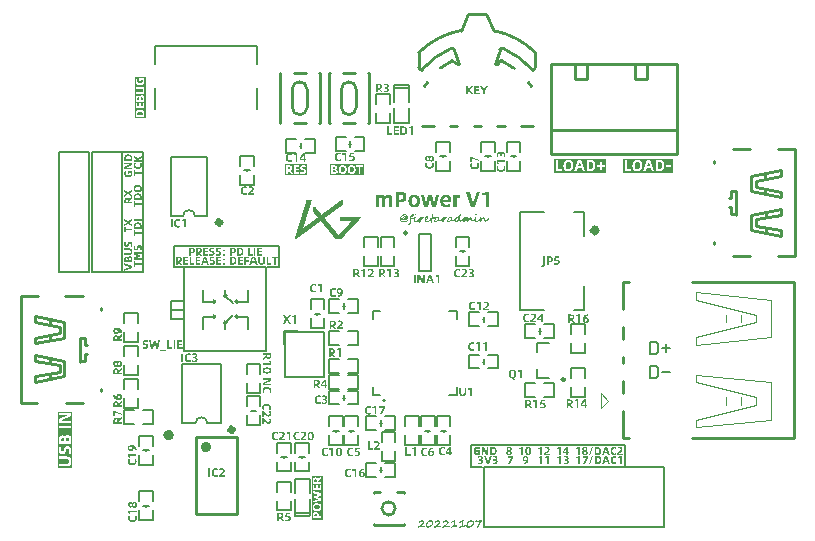
<source format=gto>
G04*
G04 #@! TF.GenerationSoftware,Altium Limited,Altium Designer,22.2.1 (43)*
G04*
G04 Layer_Color=65535*
%FSLAX25Y25*%
%MOIN*%
G70*
G04*
G04 #@! TF.SameCoordinates,8776665F-13AD-43F5-9AD3-E0C3E71DBBC6*
G04*
G04*
G04 #@! TF.FilePolarity,Positive*
G04*
G01*
G75*
%ADD10C,0.01000*%
%ADD11C,0.00800*%
%ADD12C,0.01968*%
%ADD13C,0.00591*%
%ADD14C,0.00984*%
%ADD15C,0.00984*%
%ADD16C,0.00027*%
%ADD17C,0.00500*%
%ADD18C,0.00787*%
%ADD19C,0.00980*%
%ADD20C,0.00600*%
%ADD21C,0.00394*%
%ADD22C,0.00591*%
G36*
X142828Y4083D02*
X142869Y4071D01*
X142910Y4046D01*
X142914D01*
X142918Y4038D01*
X142935Y4017D01*
X142951Y3980D01*
X142959Y3956D01*
Y3927D01*
Y3923D01*
Y3911D01*
Y3894D01*
X142955Y3874D01*
Y3870D01*
X142951Y3862D01*
X142939Y3833D01*
X142935Y3825D01*
X142922Y3808D01*
X142902Y3784D01*
X142877Y3755D01*
X142873Y3747D01*
X142861Y3730D01*
X142841Y3706D01*
X142816Y3677D01*
X142812Y3669D01*
X142795Y3652D01*
X142775Y3632D01*
X142750Y3603D01*
X142746Y3599D01*
X142730Y3583D01*
X142713Y3558D01*
X142693Y3534D01*
X142689Y3525D01*
X142672Y3509D01*
X142648Y3476D01*
X142615Y3431D01*
Y3427D01*
X142607Y3419D01*
X142599Y3407D01*
X142586Y3390D01*
X142558Y3345D01*
X142521Y3292D01*
X142517Y3288D01*
X142513Y3279D01*
X142504Y3263D01*
X142492Y3247D01*
X142459Y3197D01*
X142422Y3144D01*
Y3140D01*
X142414Y3132D01*
X142406Y3119D01*
X142394Y3103D01*
X142369Y3066D01*
X142340Y3025D01*
X142336Y3021D01*
X142328Y3009D01*
X142316Y2988D01*
X142299Y2960D01*
X142275Y2927D01*
X142254Y2886D01*
X142226Y2845D01*
X142197Y2796D01*
X142193Y2792D01*
X142184Y2775D01*
X142168Y2746D01*
X142152Y2714D01*
X142131Y2673D01*
X142107Y2627D01*
X142082Y2578D01*
X142057Y2525D01*
Y2521D01*
X142053Y2517D01*
X142045Y2496D01*
X142029Y2468D01*
X142016Y2439D01*
X142012Y2435D01*
X142008Y2418D01*
X142000Y2402D01*
X141992Y2386D01*
Y2382D01*
X141988Y2377D01*
X141975Y2357D01*
Y2353D01*
X141971Y2341D01*
Y2336D01*
X141967Y2328D01*
X141959Y2312D01*
X141951Y2295D01*
X141926Y2250D01*
X141902Y2201D01*
Y2197D01*
X141897Y2189D01*
X141893Y2181D01*
X141885Y2164D01*
X141869Y2123D01*
X141852Y2082D01*
Y2078D01*
X141848Y2074D01*
X141844Y2045D01*
X141832Y2012D01*
X141824Y1971D01*
Y1967D01*
Y1963D01*
X141820Y1939D01*
X141815Y1906D01*
X141811Y1865D01*
Y1857D01*
Y1840D01*
X141807Y1812D01*
X141799Y1783D01*
X141795Y1775D01*
X141791Y1758D01*
X141779Y1734D01*
X141758Y1709D01*
X141754Y1705D01*
X141738Y1689D01*
X141713Y1672D01*
X141684Y1656D01*
X141676Y1652D01*
X141656Y1643D01*
X141623Y1635D01*
X141582Y1631D01*
X141574D01*
X141549Y1635D01*
X141516Y1643D01*
X141479Y1660D01*
X141471Y1664D01*
X141455Y1676D01*
X141426Y1697D01*
X141401Y1726D01*
Y1730D01*
X141397Y1734D01*
X141385Y1754D01*
X141369Y1783D01*
X141356Y1820D01*
Y1824D01*
Y1828D01*
X141352Y1849D01*
X141348Y1881D01*
X141344Y1914D01*
Y1918D01*
Y1926D01*
X141348Y1947D01*
X141356Y1976D01*
X141369Y2012D01*
X141385Y2058D01*
X141405Y2119D01*
X141438Y2189D01*
Y2193D01*
X141442Y2201D01*
X141451Y2213D01*
X141459Y2234D01*
X141471Y2259D01*
X141488Y2287D01*
X141520Y2357D01*
X141561Y2435D01*
X141606Y2525D01*
X141651Y2619D01*
X141705Y2718D01*
Y2722D01*
X141713Y2730D01*
X141717Y2742D01*
X141729Y2763D01*
X141742Y2787D01*
X141758Y2816D01*
X141795Y2882D01*
X141840Y2960D01*
X141893Y3046D01*
X141951Y3136D01*
X142012Y3226D01*
Y3230D01*
X142020Y3234D01*
X142029Y3247D01*
X142037Y3263D01*
X142066Y3304D01*
X142098Y3349D01*
X142103Y3353D01*
X142107Y3361D01*
X142115Y3374D01*
X142131Y3394D01*
X142160Y3435D01*
X142197Y3484D01*
X142201Y3489D01*
X142205Y3497D01*
X142213Y3509D01*
X142230Y3525D01*
X142258Y3566D01*
X142295Y3611D01*
X142299Y3616D01*
X142303Y3624D01*
X142324Y3648D01*
X142357Y3681D01*
X142390Y3714D01*
X142336D01*
X142312Y3710D01*
X142258D01*
X142238Y3706D01*
X142184D01*
X142115Y3702D01*
X142078D01*
X142049Y3698D01*
X141980D01*
X141893Y3694D01*
X141848D01*
X141820Y3689D01*
X141783D01*
X141742Y3685D01*
X141651Y3681D01*
X141606D01*
X141574Y3677D01*
X141496D01*
X141410Y3673D01*
X141369D01*
X141340Y3669D01*
X141266D01*
X141192Y3665D01*
X141159D01*
X141135Y3661D01*
X141082D01*
X141024Y3657D01*
X140934D01*
X140918Y3661D01*
X140893Y3665D01*
X140868Y3673D01*
X140864Y3677D01*
X140848Y3685D01*
X140831Y3702D01*
X140811Y3718D01*
X140807Y3722D01*
X140799Y3739D01*
X140790Y3755D01*
X140778Y3780D01*
Y3784D01*
X140774Y3800D01*
X140770Y3821D01*
Y3845D01*
Y3849D01*
X140774Y3866D01*
X140778Y3890D01*
X140786Y3915D01*
X140790Y3923D01*
X140799Y3935D01*
X140815Y3960D01*
X140836Y3980D01*
X140840Y3985D01*
X140856Y4001D01*
X140877Y4017D01*
X140901Y4034D01*
X140909Y4038D01*
X140926Y4046D01*
X140950Y4050D01*
X140979Y4054D01*
X141012D01*
X141045Y4050D01*
X141123D01*
X141172Y4046D01*
X141274D01*
X141336Y4042D01*
X141369D01*
X141389Y4038D01*
X141442D01*
X141500Y4034D01*
X141528D01*
X141549Y4030D01*
X141594D01*
X141639Y4026D01*
X141922D01*
X141947Y4030D01*
X142008D01*
X142078Y4034D01*
X142094D01*
X142115Y4038D01*
X142143D01*
X142172Y4042D01*
X142209D01*
X142283Y4046D01*
X142299D01*
X142320Y4050D01*
X142349D01*
X142377Y4054D01*
X142410Y4058D01*
X142484Y4067D01*
X142496D01*
X142513Y4071D01*
X142529D01*
X142574Y4075D01*
X142627Y4079D01*
X142640D01*
X142656Y4083D01*
X142672D01*
X142722Y4087D01*
X142812D01*
X142828Y4083D01*
D02*
G37*
G36*
X131176Y4144D02*
X131209Y4140D01*
X131250Y4132D01*
X131291Y4124D01*
X131336Y4108D01*
X131381Y4087D01*
X131385Y4083D01*
X131402Y4075D01*
X131426Y4062D01*
X131455Y4046D01*
X131488Y4026D01*
X131525Y3997D01*
X131565Y3968D01*
X131602Y3931D01*
X131606Y3927D01*
X131619Y3915D01*
X131639Y3894D01*
X131660Y3870D01*
X131688Y3837D01*
X131713Y3800D01*
X131766Y3718D01*
X131771Y3714D01*
X131775Y3698D01*
X131787Y3677D01*
X131799Y3648D01*
X131807Y3611D01*
X131820Y3575D01*
X131824Y3529D01*
X131828Y3489D01*
Y3484D01*
Y3476D01*
Y3460D01*
X131824Y3443D01*
Y3419D01*
X131820Y3390D01*
X131807Y3329D01*
Y3325D01*
X131803Y3312D01*
X131799Y3296D01*
X131791Y3271D01*
X131779Y3243D01*
X131766Y3210D01*
X131746Y3173D01*
X131725Y3136D01*
X131721Y3132D01*
X131717Y3119D01*
X131705Y3099D01*
X131688Y3078D01*
X131668Y3046D01*
X131648Y3017D01*
X131594Y2943D01*
X131590Y2939D01*
X131582Y2927D01*
X131570Y2906D01*
X131549Y2882D01*
X131529Y2853D01*
X131504Y2820D01*
X131447Y2750D01*
X131442Y2746D01*
X131430Y2734D01*
X131414Y2718D01*
X131389Y2693D01*
X131360Y2664D01*
X131328Y2632D01*
X131254Y2562D01*
X131250Y2558D01*
X131237Y2545D01*
X131213Y2529D01*
X131184Y2509D01*
X131151Y2480D01*
X131114Y2451D01*
X131028Y2390D01*
X131024Y2386D01*
X131008Y2377D01*
X130987Y2361D01*
X130955Y2341D01*
X130922Y2316D01*
X130881Y2291D01*
X130791Y2234D01*
X130787Y2230D01*
X130770Y2222D01*
X130745Y2209D01*
X130717Y2193D01*
X130680Y2172D01*
X130639Y2152D01*
X130553Y2111D01*
X130557D01*
X130565Y2115D01*
X130573D01*
X130590Y2119D01*
X130631Y2123D01*
X130684Y2131D01*
X130688D01*
X130696Y2135D01*
X130713D01*
X130733Y2140D01*
X130758D01*
X130787Y2144D01*
X130852Y2148D01*
X130868D01*
X130885Y2152D01*
X130910D01*
X130938Y2156D01*
X130967D01*
X131037Y2160D01*
X131073D01*
X131094Y2164D01*
X131266D01*
X131311Y2160D01*
X131365Y2156D01*
X131377D01*
X131393Y2152D01*
X131410D01*
X131459Y2144D01*
X131512Y2135D01*
X131525D01*
X131541Y2131D01*
X131557D01*
X131602Y2127D01*
X131652Y2119D01*
X131664D01*
X131676Y2115D01*
X131693D01*
X131734Y2111D01*
X131807D01*
X131832Y2115D01*
X131857Y2119D01*
X131865D01*
X131881Y2123D01*
X131902Y2131D01*
X131926Y2135D01*
X131930D01*
X131947Y2140D01*
X131963Y2144D01*
X131984Y2148D01*
X131988D01*
X132004Y2152D01*
X132021Y2156D01*
X132049D01*
X132066Y2152D01*
X132086Y2148D01*
X132111Y2135D01*
X132115Y2131D01*
X132131Y2123D01*
X132148Y2111D01*
X132168Y2090D01*
X132172Y2086D01*
X132185Y2074D01*
X132197Y2058D01*
X132209Y2033D01*
X132213Y2029D01*
X132217Y2017D01*
X132221Y2000D01*
X132226Y1984D01*
Y1976D01*
X132221Y1955D01*
X132217Y1922D01*
X132201Y1877D01*
X132197Y1873D01*
X132189Y1857D01*
X132172Y1836D01*
X132148Y1816D01*
X132140Y1812D01*
X132123Y1799D01*
X132094Y1783D01*
X132057Y1762D01*
X132053D01*
X132049Y1758D01*
X132025Y1750D01*
X131984Y1738D01*
X131939Y1726D01*
X131926D01*
X131914Y1721D01*
X131898D01*
X131852Y1717D01*
X131795Y1713D01*
X131693D01*
X131639Y1717D01*
X131627D01*
X131602Y1721D01*
X131565Y1730D01*
X131533Y1738D01*
X131529D01*
X131520Y1742D01*
X131508D01*
X131492Y1746D01*
X131447Y1758D01*
X131389Y1767D01*
X131385D01*
X131377Y1771D01*
X131360D01*
X131340Y1775D01*
X131315Y1779D01*
X131287D01*
X131221Y1787D01*
X131217D01*
X131205Y1791D01*
X131188D01*
X131164Y1795D01*
X131135D01*
X131102Y1799D01*
X131033Y1803D01*
X131000D01*
X130975Y1808D01*
X130774D01*
X130745Y1803D01*
X130676Y1799D01*
X130659D01*
X130639Y1795D01*
X130614D01*
X130586Y1791D01*
X130549Y1787D01*
X130475Y1775D01*
X130471D01*
X130458Y1771D01*
X130438Y1767D01*
X130413Y1762D01*
X130356Y1750D01*
X130290Y1730D01*
X130286D01*
X130278Y1726D01*
X130262Y1717D01*
X130241Y1709D01*
X130196Y1689D01*
X130155Y1660D01*
X130151Y1656D01*
X130135Y1639D01*
X130110Y1619D01*
X130089Y1594D01*
X130085Y1590D01*
X130073Y1574D01*
X130053Y1557D01*
X130032Y1541D01*
X130028Y1537D01*
X130016Y1529D01*
X129995Y1520D01*
X129966Y1512D01*
X129958D01*
X129942Y1508D01*
X129913Y1504D01*
X129872Y1500D01*
X129864D01*
X129839Y1504D01*
X129807Y1508D01*
X129770Y1520D01*
X129733Y1541D01*
X129700Y1574D01*
X129675Y1615D01*
X129671Y1643D01*
X129667Y1672D01*
Y1676D01*
Y1685D01*
Y1701D01*
X129671Y1721D01*
X129680Y1767D01*
X129692Y1820D01*
Y1824D01*
X129696Y1832D01*
X129704Y1844D01*
X129712Y1861D01*
X129737Y1902D01*
X129766Y1947D01*
X129770Y1951D01*
X129774Y1959D01*
X129794Y1984D01*
X129827Y2021D01*
X129868Y2058D01*
X129872Y2062D01*
X129880Y2066D01*
X129893Y2074D01*
X129905Y2086D01*
X129946Y2115D01*
X129991Y2148D01*
X129995Y2152D01*
X130008Y2160D01*
X130024Y2172D01*
X130049Y2189D01*
X130077Y2209D01*
X130114Y2230D01*
X130188Y2275D01*
X130192Y2279D01*
X130208Y2287D01*
X130229Y2300D01*
X130258Y2316D01*
X130290Y2332D01*
X130327Y2353D01*
X130409Y2402D01*
X130413Y2406D01*
X130430Y2414D01*
X130450Y2427D01*
X130479Y2447D01*
X130512Y2468D01*
X130549Y2492D01*
X130627Y2545D01*
X130631Y2550D01*
X130643Y2558D01*
X130664Y2574D01*
X130692Y2591D01*
X130721Y2615D01*
X130754Y2640D01*
X130823Y2697D01*
X130827Y2701D01*
X130836Y2709D01*
X130848Y2722D01*
X130868Y2738D01*
X130905Y2775D01*
X130946Y2812D01*
X130950Y2816D01*
X130955Y2820D01*
X130979Y2841D01*
X131008Y2869D01*
X131037Y2898D01*
X131045Y2906D01*
X131057Y2919D01*
X131078Y2943D01*
X131098Y2964D01*
X131102Y2968D01*
X131114Y2984D01*
X131131Y3005D01*
X131147Y3025D01*
Y3029D01*
X131156Y3033D01*
X131172Y3058D01*
X131196Y3091D01*
X131225Y3132D01*
Y3136D01*
X131233Y3140D01*
X131246Y3165D01*
X131270Y3197D01*
X131291Y3234D01*
Y3238D01*
X131295Y3243D01*
X131311Y3267D01*
X131324Y3296D01*
X131340Y3333D01*
Y3337D01*
X131344Y3341D01*
X131348Y3365D01*
X131352Y3398D01*
X131356Y3435D01*
Y3439D01*
Y3447D01*
Y3460D01*
X131352Y3476D01*
X131344Y3513D01*
X131328Y3558D01*
Y3562D01*
X131324Y3571D01*
X131311Y3595D01*
X131287Y3628D01*
X131254Y3661D01*
Y3665D01*
X131246Y3669D01*
X131221Y3685D01*
X131188Y3710D01*
X131139Y3730D01*
X131135D01*
X131127Y3734D01*
X131114Y3739D01*
X131098Y3747D01*
X131049Y3755D01*
X130991Y3759D01*
X130979D01*
X130959Y3755D01*
X130934Y3747D01*
X130901Y3734D01*
X130860Y3714D01*
X130811Y3689D01*
X130750Y3657D01*
X130745D01*
X130741Y3652D01*
X130717Y3636D01*
X130680Y3616D01*
X130643Y3591D01*
X130639D01*
X130635Y3587D01*
X130614Y3571D01*
X130586Y3550D01*
X130553Y3525D01*
X130545Y3521D01*
X130528Y3505D01*
X130504Y3484D01*
X130475Y3460D01*
X130471Y3456D01*
X130454Y3439D01*
X130430Y3415D01*
X130405Y3386D01*
X130401Y3382D01*
X130393Y3370D01*
X130377Y3353D01*
X130360Y3337D01*
X130356Y3333D01*
X130344Y3329D01*
X130327Y3316D01*
X130303Y3308D01*
X130299D01*
X130282Y3304D01*
X130262Y3300D01*
X130233Y3292D01*
X130208D01*
X130180Y3288D01*
X130139D01*
X130122Y3292D01*
X130098Y3300D01*
X130073Y3316D01*
X130069Y3320D01*
X130053Y3337D01*
X130036Y3357D01*
X130016Y3382D01*
X130012Y3390D01*
X130003Y3407D01*
X129987Y3435D01*
X129975Y3464D01*
Y3468D01*
Y3472D01*
X129971Y3489D01*
X129966Y3513D01*
X129962Y3538D01*
Y3546D01*
X129966Y3558D01*
X129971Y3579D01*
X129979Y3599D01*
X129983Y3603D01*
X129991Y3616D01*
X130008Y3632D01*
X130028Y3648D01*
X130032Y3652D01*
X130049Y3665D01*
X130073Y3685D01*
X130106Y3706D01*
X130110D01*
X130114Y3710D01*
X130135Y3726D01*
X130172Y3751D01*
X130212Y3780D01*
X130217Y3784D01*
X130229Y3792D01*
X130245Y3804D01*
X130266Y3821D01*
X130319Y3858D01*
X130377Y3894D01*
X130381Y3898D01*
X130389Y3903D01*
X130405Y3915D01*
X130426Y3927D01*
X130471Y3956D01*
X130524Y3989D01*
X130528D01*
X130536Y3997D01*
X130549Y4005D01*
X130569Y4013D01*
X130610Y4034D01*
X130659Y4058D01*
X130664D01*
X130672Y4062D01*
X130684Y4071D01*
X130704Y4079D01*
X130750Y4095D01*
X130807Y4112D01*
X130811D01*
X130819Y4116D01*
X130832Y4120D01*
X130848Y4124D01*
X130889Y4132D01*
X130946Y4140D01*
X130963D01*
X130979Y4144D01*
X131028D01*
X131057Y4149D01*
X131151D01*
X131176Y4144D01*
D02*
G37*
G36*
X128454D02*
X128486Y4140D01*
X128527Y4132D01*
X128568Y4124D01*
X128613Y4108D01*
X128659Y4087D01*
X128663Y4083D01*
X128679Y4075D01*
X128704Y4062D01*
X128732Y4046D01*
X128765Y4026D01*
X128802Y3997D01*
X128843Y3968D01*
X128880Y3931D01*
X128884Y3927D01*
X128896Y3915D01*
X128917Y3894D01*
X128937Y3870D01*
X128966Y3837D01*
X128991Y3800D01*
X129044Y3718D01*
X129048Y3714D01*
X129052Y3698D01*
X129065Y3677D01*
X129077Y3648D01*
X129085Y3611D01*
X129097Y3575D01*
X129101Y3529D01*
X129105Y3489D01*
Y3484D01*
Y3476D01*
Y3460D01*
X129101Y3443D01*
Y3419D01*
X129097Y3390D01*
X129085Y3329D01*
Y3325D01*
X129081Y3312D01*
X129077Y3296D01*
X129069Y3271D01*
X129056Y3243D01*
X129044Y3210D01*
X129024Y3173D01*
X129003Y3136D01*
X128999Y3132D01*
X128995Y3119D01*
X128982Y3099D01*
X128966Y3078D01*
X128946Y3046D01*
X128925Y3017D01*
X128872Y2943D01*
X128868Y2939D01*
X128859Y2927D01*
X128847Y2906D01*
X128827Y2882D01*
X128806Y2853D01*
X128782Y2820D01*
X128724Y2750D01*
X128720Y2746D01*
X128708Y2734D01*
X128691Y2718D01*
X128667Y2693D01*
X128638Y2664D01*
X128605Y2632D01*
X128532Y2562D01*
X128527Y2558D01*
X128515Y2545D01*
X128490Y2529D01*
X128462Y2509D01*
X128429Y2480D01*
X128392Y2451D01*
X128306Y2390D01*
X128302Y2386D01*
X128286Y2377D01*
X128265Y2361D01*
X128232Y2341D01*
X128199Y2316D01*
X128158Y2291D01*
X128068Y2234D01*
X128064Y2230D01*
X128048Y2222D01*
X128023Y2209D01*
X127994Y2193D01*
X127957Y2172D01*
X127917Y2152D01*
X127830Y2111D01*
X127834D01*
X127843Y2115D01*
X127851D01*
X127867Y2119D01*
X127908Y2123D01*
X127962Y2131D01*
X127966D01*
X127974Y2135D01*
X127990D01*
X128011Y2140D01*
X128035D01*
X128064Y2144D01*
X128130Y2148D01*
X128146D01*
X128163Y2152D01*
X128187D01*
X128216Y2156D01*
X128244D01*
X128314Y2160D01*
X128351D01*
X128372Y2164D01*
X128544D01*
X128589Y2160D01*
X128642Y2156D01*
X128655D01*
X128671Y2152D01*
X128687D01*
X128736Y2144D01*
X128790Y2135D01*
X128802D01*
X128819Y2131D01*
X128835D01*
X128880Y2127D01*
X128929Y2119D01*
X128942D01*
X128954Y2115D01*
X128970D01*
X129011Y2111D01*
X129085D01*
X129110Y2115D01*
X129134Y2119D01*
X129142D01*
X129159Y2123D01*
X129179Y2131D01*
X129204Y2135D01*
X129208D01*
X129224Y2140D01*
X129241Y2144D01*
X129261Y2148D01*
X129265D01*
X129282Y2152D01*
X129298Y2156D01*
X129327D01*
X129343Y2152D01*
X129364Y2148D01*
X129388Y2135D01*
X129393Y2131D01*
X129409Y2123D01*
X129425Y2111D01*
X129446Y2090D01*
X129450Y2086D01*
X129462Y2074D01*
X129474Y2058D01*
X129487Y2033D01*
X129491Y2029D01*
X129495Y2017D01*
X129499Y2000D01*
X129503Y1984D01*
Y1976D01*
X129499Y1955D01*
X129495Y1922D01*
X129479Y1877D01*
X129474Y1873D01*
X129466Y1857D01*
X129450Y1836D01*
X129425Y1816D01*
X129417Y1812D01*
X129401Y1799D01*
X129372Y1783D01*
X129335Y1762D01*
X129331D01*
X129327Y1758D01*
X129302Y1750D01*
X129261Y1738D01*
X129216Y1726D01*
X129204D01*
X129192Y1721D01*
X129175D01*
X129130Y1717D01*
X129073Y1713D01*
X128970D01*
X128917Y1717D01*
X128905D01*
X128880Y1721D01*
X128843Y1730D01*
X128810Y1738D01*
X128806D01*
X128798Y1742D01*
X128786D01*
X128769Y1746D01*
X128724Y1758D01*
X128667Y1767D01*
X128663D01*
X128655Y1771D01*
X128638D01*
X128618Y1775D01*
X128593Y1779D01*
X128564D01*
X128499Y1787D01*
X128495D01*
X128482Y1791D01*
X128466D01*
X128441Y1795D01*
X128413D01*
X128380Y1799D01*
X128310Y1803D01*
X128277D01*
X128253Y1808D01*
X128052D01*
X128023Y1803D01*
X127953Y1799D01*
X127937D01*
X127917Y1795D01*
X127892D01*
X127863Y1791D01*
X127826Y1787D01*
X127752Y1775D01*
X127748D01*
X127736Y1771D01*
X127716Y1767D01*
X127691Y1762D01*
X127634Y1750D01*
X127568Y1730D01*
X127564D01*
X127556Y1726D01*
X127539Y1717D01*
X127519Y1709D01*
X127474Y1689D01*
X127433Y1660D01*
X127429Y1656D01*
X127412Y1639D01*
X127388Y1619D01*
X127367Y1594D01*
X127363Y1590D01*
X127351Y1574D01*
X127330Y1557D01*
X127310Y1541D01*
X127306Y1537D01*
X127293Y1529D01*
X127273Y1520D01*
X127244Y1512D01*
X127236D01*
X127219Y1508D01*
X127191Y1504D01*
X127150Y1500D01*
X127142D01*
X127117Y1504D01*
X127084Y1508D01*
X127047Y1520D01*
X127010Y1541D01*
X126978Y1574D01*
X126953Y1615D01*
X126949Y1643D01*
X126945Y1672D01*
Y1676D01*
Y1685D01*
Y1701D01*
X126949Y1721D01*
X126957Y1767D01*
X126969Y1820D01*
Y1824D01*
X126973Y1832D01*
X126982Y1844D01*
X126990Y1861D01*
X127015Y1902D01*
X127043Y1947D01*
X127047Y1951D01*
X127051Y1959D01*
X127072Y1984D01*
X127105Y2021D01*
X127146Y2058D01*
X127150Y2062D01*
X127158Y2066D01*
X127170Y2074D01*
X127183Y2086D01*
X127224Y2115D01*
X127269Y2148D01*
X127273Y2152D01*
X127285Y2160D01*
X127302Y2172D01*
X127326Y2189D01*
X127355Y2209D01*
X127392Y2230D01*
X127465Y2275D01*
X127470Y2279D01*
X127486Y2287D01*
X127506Y2300D01*
X127535Y2316D01*
X127568Y2332D01*
X127605Y2353D01*
X127687Y2402D01*
X127691Y2406D01*
X127707Y2414D01*
X127728Y2427D01*
X127757Y2447D01*
X127789Y2468D01*
X127826Y2492D01*
X127904Y2545D01*
X127908Y2550D01*
X127921Y2558D01*
X127941Y2574D01*
X127970Y2591D01*
X127998Y2615D01*
X128031Y2640D01*
X128101Y2697D01*
X128105Y2701D01*
X128113Y2709D01*
X128126Y2722D01*
X128146Y2738D01*
X128183Y2775D01*
X128224Y2812D01*
X128228Y2816D01*
X128232Y2820D01*
X128257Y2841D01*
X128286Y2869D01*
X128314Y2898D01*
X128322Y2906D01*
X128335Y2919D01*
X128355Y2943D01*
X128376Y2964D01*
X128380Y2968D01*
X128392Y2984D01*
X128409Y3005D01*
X128425Y3025D01*
Y3029D01*
X128433Y3033D01*
X128449Y3058D01*
X128474Y3091D01*
X128503Y3132D01*
Y3136D01*
X128511Y3140D01*
X128523Y3165D01*
X128548Y3197D01*
X128568Y3234D01*
Y3238D01*
X128572Y3243D01*
X128589Y3267D01*
X128601Y3296D01*
X128618Y3333D01*
Y3337D01*
X128622Y3341D01*
X128626Y3365D01*
X128630Y3398D01*
X128634Y3435D01*
Y3439D01*
Y3447D01*
Y3460D01*
X128630Y3476D01*
X128622Y3513D01*
X128605Y3558D01*
Y3562D01*
X128601Y3571D01*
X128589Y3595D01*
X128564Y3628D01*
X128532Y3661D01*
Y3665D01*
X128523Y3669D01*
X128499Y3685D01*
X128466Y3710D01*
X128417Y3730D01*
X128413D01*
X128404Y3734D01*
X128392Y3739D01*
X128376Y3747D01*
X128326Y3755D01*
X128269Y3759D01*
X128257D01*
X128236Y3755D01*
X128212Y3747D01*
X128179Y3734D01*
X128138Y3714D01*
X128089Y3689D01*
X128027Y3657D01*
X128023D01*
X128019Y3652D01*
X127994Y3636D01*
X127957Y3616D01*
X127921Y3591D01*
X127917D01*
X127912Y3587D01*
X127892Y3571D01*
X127863Y3550D01*
X127830Y3525D01*
X127822Y3521D01*
X127806Y3505D01*
X127781Y3484D01*
X127752Y3460D01*
X127748Y3456D01*
X127732Y3439D01*
X127707Y3415D01*
X127683Y3386D01*
X127679Y3382D01*
X127671Y3370D01*
X127654Y3353D01*
X127638Y3337D01*
X127634Y3333D01*
X127621Y3329D01*
X127605Y3316D01*
X127580Y3308D01*
X127576D01*
X127560Y3304D01*
X127539Y3300D01*
X127511Y3292D01*
X127486D01*
X127457Y3288D01*
X127416D01*
X127400Y3292D01*
X127375Y3300D01*
X127351Y3316D01*
X127347Y3320D01*
X127330Y3337D01*
X127314Y3357D01*
X127293Y3382D01*
X127289Y3390D01*
X127281Y3407D01*
X127265Y3435D01*
X127252Y3464D01*
Y3468D01*
Y3472D01*
X127248Y3489D01*
X127244Y3513D01*
X127240Y3538D01*
Y3546D01*
X127244Y3558D01*
X127248Y3579D01*
X127256Y3599D01*
X127260Y3603D01*
X127269Y3616D01*
X127285Y3632D01*
X127306Y3648D01*
X127310Y3652D01*
X127326Y3665D01*
X127351Y3685D01*
X127383Y3706D01*
X127388D01*
X127392Y3710D01*
X127412Y3726D01*
X127449Y3751D01*
X127490Y3780D01*
X127494Y3784D01*
X127506Y3792D01*
X127523Y3804D01*
X127543Y3821D01*
X127597Y3858D01*
X127654Y3894D01*
X127658Y3898D01*
X127666Y3903D01*
X127683Y3915D01*
X127703Y3927D01*
X127748Y3956D01*
X127802Y3989D01*
X127806D01*
X127814Y3997D01*
X127826Y4005D01*
X127847Y4013D01*
X127888Y4034D01*
X127937Y4058D01*
X127941D01*
X127949Y4062D01*
X127962Y4071D01*
X127982Y4079D01*
X128027Y4095D01*
X128085Y4112D01*
X128089D01*
X128097Y4116D01*
X128109Y4120D01*
X128126Y4124D01*
X128167Y4132D01*
X128224Y4140D01*
X128240D01*
X128257Y4144D01*
X128306D01*
X128335Y4149D01*
X128429D01*
X128454Y4144D01*
D02*
G37*
G36*
X123009D02*
X123042Y4140D01*
X123083Y4132D01*
X123124Y4124D01*
X123169Y4108D01*
X123214Y4087D01*
X123218Y4083D01*
X123234Y4075D01*
X123259Y4062D01*
X123288Y4046D01*
X123320Y4026D01*
X123357Y3997D01*
X123398Y3968D01*
X123435Y3931D01*
X123439Y3927D01*
X123452Y3915D01*
X123472Y3894D01*
X123493Y3870D01*
X123521Y3837D01*
X123546Y3800D01*
X123599Y3718D01*
X123603Y3714D01*
X123607Y3698D01*
X123620Y3677D01*
X123632Y3648D01*
X123640Y3611D01*
X123653Y3575D01*
X123657Y3529D01*
X123661Y3489D01*
Y3484D01*
Y3476D01*
Y3460D01*
X123657Y3443D01*
Y3419D01*
X123653Y3390D01*
X123640Y3329D01*
Y3325D01*
X123636Y3312D01*
X123632Y3296D01*
X123624Y3271D01*
X123611Y3243D01*
X123599Y3210D01*
X123579Y3173D01*
X123558Y3136D01*
X123554Y3132D01*
X123550Y3119D01*
X123538Y3099D01*
X123521Y3078D01*
X123501Y3046D01*
X123480Y3017D01*
X123427Y2943D01*
X123423Y2939D01*
X123415Y2927D01*
X123402Y2906D01*
X123382Y2882D01*
X123361Y2853D01*
X123337Y2820D01*
X123279Y2750D01*
X123275Y2746D01*
X123263Y2734D01*
X123247Y2718D01*
X123222Y2693D01*
X123193Y2664D01*
X123161Y2632D01*
X123087Y2562D01*
X123083Y2558D01*
X123070Y2545D01*
X123046Y2529D01*
X123017Y2509D01*
X122984Y2480D01*
X122947Y2451D01*
X122861Y2390D01*
X122857Y2386D01*
X122841Y2377D01*
X122820Y2361D01*
X122787Y2341D01*
X122755Y2316D01*
X122714Y2291D01*
X122623Y2234D01*
X122619Y2230D01*
X122603Y2222D01*
X122578Y2209D01*
X122550Y2193D01*
X122513Y2172D01*
X122472Y2152D01*
X122386Y2111D01*
X122390D01*
X122398Y2115D01*
X122406D01*
X122423Y2119D01*
X122464Y2123D01*
X122517Y2131D01*
X122521D01*
X122529Y2135D01*
X122546D01*
X122566Y2140D01*
X122591D01*
X122619Y2144D01*
X122685Y2148D01*
X122701D01*
X122718Y2152D01*
X122742D01*
X122771Y2156D01*
X122800D01*
X122869Y2160D01*
X122906D01*
X122927Y2164D01*
X123099D01*
X123144Y2160D01*
X123197Y2156D01*
X123210D01*
X123226Y2152D01*
X123242D01*
X123292Y2144D01*
X123345Y2135D01*
X123357D01*
X123374Y2131D01*
X123390D01*
X123435Y2127D01*
X123484Y2119D01*
X123497D01*
X123509Y2115D01*
X123525D01*
X123566Y2111D01*
X123640D01*
X123665Y2115D01*
X123689Y2119D01*
X123698D01*
X123714Y2123D01*
X123734Y2131D01*
X123759Y2135D01*
X123763D01*
X123780Y2140D01*
X123796Y2144D01*
X123817Y2148D01*
X123821D01*
X123837Y2152D01*
X123853Y2156D01*
X123882D01*
X123898Y2152D01*
X123919Y2148D01*
X123944Y2135D01*
X123948Y2131D01*
X123964Y2123D01*
X123980Y2111D01*
X124001Y2090D01*
X124005Y2086D01*
X124017Y2074D01*
X124030Y2058D01*
X124042Y2033D01*
X124046Y2029D01*
X124050Y2017D01*
X124054Y2000D01*
X124058Y1984D01*
Y1976D01*
X124054Y1955D01*
X124050Y1922D01*
X124034Y1877D01*
X124030Y1873D01*
X124021Y1857D01*
X124005Y1836D01*
X123980Y1816D01*
X123972Y1812D01*
X123956Y1799D01*
X123927Y1783D01*
X123890Y1762D01*
X123886D01*
X123882Y1758D01*
X123857Y1750D01*
X123817Y1738D01*
X123771Y1726D01*
X123759D01*
X123747Y1721D01*
X123730D01*
X123685Y1717D01*
X123628Y1713D01*
X123525D01*
X123472Y1717D01*
X123460D01*
X123435Y1721D01*
X123398Y1730D01*
X123365Y1738D01*
X123361D01*
X123353Y1742D01*
X123341D01*
X123325Y1746D01*
X123279Y1758D01*
X123222Y1767D01*
X123218D01*
X123210Y1771D01*
X123193D01*
X123173Y1775D01*
X123148Y1779D01*
X123119D01*
X123054Y1787D01*
X123050D01*
X123038Y1791D01*
X123021D01*
X122996Y1795D01*
X122968D01*
X122935Y1799D01*
X122865Y1803D01*
X122833D01*
X122808Y1808D01*
X122607D01*
X122578Y1803D01*
X122509Y1799D01*
X122492D01*
X122472Y1795D01*
X122447D01*
X122418Y1791D01*
X122381Y1787D01*
X122308Y1775D01*
X122304D01*
X122291Y1771D01*
X122271Y1767D01*
X122246Y1762D01*
X122189Y1750D01*
X122123Y1730D01*
X122119D01*
X122111Y1726D01*
X122095Y1717D01*
X122074Y1709D01*
X122029Y1689D01*
X121988Y1660D01*
X121984Y1656D01*
X121967Y1639D01*
X121943Y1619D01*
X121922Y1594D01*
X121918Y1590D01*
X121906Y1574D01*
X121885Y1557D01*
X121865Y1541D01*
X121861Y1537D01*
X121848Y1529D01*
X121828Y1520D01*
X121799Y1512D01*
X121791D01*
X121775Y1508D01*
X121746Y1504D01*
X121705Y1500D01*
X121697D01*
X121672Y1504D01*
X121639Y1508D01*
X121602Y1520D01*
X121566Y1541D01*
X121533Y1574D01*
X121508Y1615D01*
X121504Y1643D01*
X121500Y1672D01*
Y1676D01*
Y1685D01*
Y1701D01*
X121504Y1721D01*
X121512Y1767D01*
X121525Y1820D01*
Y1824D01*
X121529Y1832D01*
X121537Y1844D01*
X121545Y1861D01*
X121570Y1902D01*
X121598Y1947D01*
X121602Y1951D01*
X121607Y1959D01*
X121627Y1984D01*
X121660Y2021D01*
X121701Y2058D01*
X121705Y2062D01*
X121713Y2066D01*
X121725Y2074D01*
X121738Y2086D01*
X121779Y2115D01*
X121824Y2148D01*
X121828Y2152D01*
X121840Y2160D01*
X121857Y2172D01*
X121881Y2189D01*
X121910Y2209D01*
X121947Y2230D01*
X122021Y2275D01*
X122025Y2279D01*
X122041Y2287D01*
X122062Y2300D01*
X122090Y2316D01*
X122123Y2332D01*
X122160Y2353D01*
X122242Y2402D01*
X122246Y2406D01*
X122263Y2414D01*
X122283Y2427D01*
X122312Y2447D01*
X122345Y2468D01*
X122381Y2492D01*
X122459Y2545D01*
X122464Y2550D01*
X122476Y2558D01*
X122496Y2574D01*
X122525Y2591D01*
X122554Y2615D01*
X122587Y2640D01*
X122656Y2697D01*
X122660Y2701D01*
X122669Y2709D01*
X122681Y2722D01*
X122701Y2738D01*
X122738Y2775D01*
X122779Y2812D01*
X122783Y2816D01*
X122787Y2820D01*
X122812Y2841D01*
X122841Y2869D01*
X122869Y2898D01*
X122878Y2906D01*
X122890Y2919D01*
X122910Y2943D01*
X122931Y2964D01*
X122935Y2968D01*
X122947Y2984D01*
X122964Y3005D01*
X122980Y3025D01*
Y3029D01*
X122988Y3033D01*
X123005Y3058D01*
X123029Y3091D01*
X123058Y3132D01*
Y3136D01*
X123066Y3140D01*
X123079Y3165D01*
X123103Y3197D01*
X123124Y3234D01*
Y3238D01*
X123128Y3243D01*
X123144Y3267D01*
X123156Y3296D01*
X123173Y3333D01*
Y3337D01*
X123177Y3341D01*
X123181Y3365D01*
X123185Y3398D01*
X123189Y3435D01*
Y3439D01*
Y3447D01*
Y3460D01*
X123185Y3476D01*
X123177Y3513D01*
X123161Y3558D01*
Y3562D01*
X123156Y3571D01*
X123144Y3595D01*
X123119Y3628D01*
X123087Y3661D01*
Y3665D01*
X123079Y3669D01*
X123054Y3685D01*
X123021Y3710D01*
X122972Y3730D01*
X122968D01*
X122960Y3734D01*
X122947Y3739D01*
X122931Y3747D01*
X122882Y3755D01*
X122824Y3759D01*
X122812D01*
X122792Y3755D01*
X122767Y3747D01*
X122734Y3734D01*
X122693Y3714D01*
X122644Y3689D01*
X122582Y3657D01*
X122578D01*
X122574Y3652D01*
X122550Y3636D01*
X122513Y3616D01*
X122476Y3591D01*
X122472D01*
X122468Y3587D01*
X122447Y3571D01*
X122418Y3550D01*
X122386Y3525D01*
X122377Y3521D01*
X122361Y3505D01*
X122336Y3484D01*
X122308Y3460D01*
X122304Y3456D01*
X122287Y3439D01*
X122263Y3415D01*
X122238Y3386D01*
X122234Y3382D01*
X122226Y3370D01*
X122209Y3353D01*
X122193Y3337D01*
X122189Y3333D01*
X122177Y3329D01*
X122160Y3316D01*
X122135Y3308D01*
X122131D01*
X122115Y3304D01*
X122095Y3300D01*
X122066Y3292D01*
X122041D01*
X122012Y3288D01*
X121971D01*
X121955Y3292D01*
X121931Y3300D01*
X121906Y3316D01*
X121902Y3320D01*
X121885Y3337D01*
X121869Y3357D01*
X121848Y3382D01*
X121844Y3390D01*
X121836Y3407D01*
X121820Y3435D01*
X121808Y3464D01*
Y3468D01*
Y3472D01*
X121803Y3489D01*
X121799Y3513D01*
X121795Y3538D01*
Y3546D01*
X121799Y3558D01*
X121803Y3579D01*
X121812Y3599D01*
X121816Y3603D01*
X121824Y3616D01*
X121840Y3632D01*
X121861Y3648D01*
X121865Y3652D01*
X121881Y3665D01*
X121906Y3685D01*
X121939Y3706D01*
X121943D01*
X121947Y3710D01*
X121967Y3726D01*
X122004Y3751D01*
X122045Y3780D01*
X122049Y3784D01*
X122062Y3792D01*
X122078Y3804D01*
X122099Y3821D01*
X122152Y3858D01*
X122209Y3894D01*
X122213Y3898D01*
X122222Y3903D01*
X122238Y3915D01*
X122258Y3927D01*
X122304Y3956D01*
X122357Y3989D01*
X122361D01*
X122369Y3997D01*
X122381Y4005D01*
X122402Y4013D01*
X122443Y4034D01*
X122492Y4058D01*
X122496D01*
X122504Y4062D01*
X122517Y4071D01*
X122537Y4079D01*
X122582Y4095D01*
X122640Y4112D01*
X122644D01*
X122652Y4116D01*
X122664Y4120D01*
X122681Y4124D01*
X122722Y4132D01*
X122779Y4140D01*
X122796D01*
X122812Y4144D01*
X122861D01*
X122890Y4149D01*
X122984D01*
X123009Y4144D01*
D02*
G37*
G36*
X136707Y4185D02*
X136727Y4177D01*
X136752Y4165D01*
X136781Y4144D01*
X136805Y4120D01*
X136826Y4087D01*
X136830Y4083D01*
X136834Y4071D01*
X136842Y4054D01*
X136850Y4034D01*
X136867Y3980D01*
X136875Y3956D01*
Y3927D01*
Y3923D01*
Y3915D01*
X136871Y3907D01*
X136867Y3890D01*
X136855Y3849D01*
X136838Y3829D01*
X136822Y3808D01*
Y3800D01*
X136813Y3776D01*
X136805Y3743D01*
X136797Y3698D01*
X136785Y3640D01*
X136773Y3579D01*
X136756Y3513D01*
X136744Y3447D01*
Y3439D01*
X136740Y3419D01*
X136732Y3382D01*
X136723Y3337D01*
X136711Y3279D01*
X136699Y3218D01*
X136686Y3148D01*
X136674Y3078D01*
Y3070D01*
X136670Y3046D01*
X136666Y3013D01*
X136658Y2968D01*
X136650Y2915D01*
X136641Y2857D01*
X136629Y2738D01*
Y2730D01*
X136625Y2714D01*
Y2685D01*
X136621Y2648D01*
X136617Y2607D01*
Y2562D01*
X136613Y2468D01*
Y2464D01*
Y2451D01*
Y2423D01*
X136609Y2386D01*
Y2382D01*
Y2373D01*
Y2361D01*
Y2349D01*
Y2308D01*
Y2259D01*
X136621D01*
X136633Y2263D01*
X136650Y2267D01*
X136695Y2275D01*
X136752Y2287D01*
X136756D01*
X136768Y2291D01*
X136785Y2295D01*
X136805Y2300D01*
X136863Y2316D01*
X136924Y2332D01*
X136928D01*
X136941Y2336D01*
X136957Y2341D01*
X136978Y2349D01*
X137027Y2361D01*
X137080Y2373D01*
X137084D01*
X137092Y2377D01*
X137121Y2386D01*
X137154Y2394D01*
X137166D01*
X137178Y2398D01*
X137191D01*
X137203Y2402D01*
X137219D01*
X137265Y2406D01*
X137314Y2410D01*
X137342D01*
X137363Y2414D01*
X137474D01*
Y2410D01*
X137478Y2406D01*
X137494Y2377D01*
X137506Y2349D01*
X137523Y2316D01*
X137527Y2312D01*
X137531Y2295D01*
X137535Y2271D01*
X137539Y2246D01*
Y2242D01*
Y2230D01*
X137535Y2213D01*
X137531Y2193D01*
X137523Y2172D01*
X137515Y2148D01*
X137498Y2131D01*
X137478Y2115D01*
X137474D01*
X137469Y2111D01*
X137445Y2103D01*
X137412Y2090D01*
X137375Y2074D01*
X137367Y2070D01*
X137346Y2066D01*
X137314Y2053D01*
X137277Y2045D01*
X137269D01*
X137244Y2037D01*
X137207Y2029D01*
X137166Y2021D01*
X137158D01*
X137133Y2017D01*
X137092Y2012D01*
X137047Y2004D01*
X137043D01*
X137031Y2000D01*
X137010D01*
X136986Y1992D01*
X136957Y1988D01*
X136924Y1984D01*
X136850Y1967D01*
X136846D01*
X136834Y1963D01*
X136813Y1959D01*
X136789Y1955D01*
X136760Y1951D01*
X136732Y1943D01*
X136662Y1922D01*
X136670Y1849D01*
Y1844D01*
X136666Y1828D01*
X136654Y1803D01*
X136633Y1779D01*
X136617Y1762D01*
X136596Y1750D01*
X136572Y1738D01*
X136539Y1730D01*
X136506Y1717D01*
X136465Y1713D01*
X136416Y1705D01*
X136358D01*
X136346Y1709D01*
X136330Y1713D01*
X136309Y1721D01*
X136305Y1726D01*
X136297Y1734D01*
X136268Y1754D01*
X136264Y1758D01*
X136260Y1767D01*
X136240Y1791D01*
Y1795D01*
X136235Y1799D01*
X136231Y1803D01*
X136223Y1808D01*
X136207D01*
X136186Y1799D01*
X136153Y1791D01*
X136149D01*
X136145Y1787D01*
X136121Y1783D01*
X136088Y1771D01*
X136047Y1758D01*
X136043D01*
X136039Y1754D01*
X136010Y1750D01*
X135977Y1738D01*
X135936Y1726D01*
X135932D01*
X135928Y1721D01*
X135907Y1717D01*
X135883Y1709D01*
X135858Y1705D01*
X135854D01*
X135842Y1701D01*
X135821Y1697D01*
X135797Y1689D01*
X135735Y1672D01*
X135670Y1660D01*
X135666D01*
X135657Y1656D01*
X135641D01*
X135620Y1652D01*
X135579Y1648D01*
X135534Y1643D01*
X135526D01*
X135497Y1648D01*
X135460Y1652D01*
X135424Y1664D01*
X135415Y1668D01*
X135399Y1676D01*
X135370Y1689D01*
X135346Y1709D01*
X135342Y1713D01*
X135329Y1730D01*
X135313Y1746D01*
X135301Y1771D01*
X135296Y1775D01*
X135292Y1791D01*
X135288Y1812D01*
X135284Y1832D01*
Y1836D01*
Y1840D01*
X135288Y1865D01*
X135301Y1898D01*
X135325Y1926D01*
X135333Y1935D01*
X135354Y1951D01*
X135387Y1971D01*
X135432Y1992D01*
X135436D01*
X135444Y1996D01*
X135460Y2004D01*
X135477Y2008D01*
X135502Y2017D01*
X135530Y2025D01*
X135592Y2041D01*
X135596D01*
X135608Y2045D01*
X135629Y2049D01*
X135653Y2058D01*
X135682Y2062D01*
X135715Y2070D01*
X135789Y2082D01*
X135793D01*
X135805Y2086D01*
X135821Y2090D01*
X135846Y2094D01*
X135875Y2099D01*
X135907Y2107D01*
X135981Y2119D01*
X135985D01*
X135998Y2123D01*
X136018Y2127D01*
X136043Y2135D01*
X136104Y2152D01*
X136170Y2176D01*
Y2181D01*
X136174Y2193D01*
Y2213D01*
X136178Y2234D01*
Y2263D01*
X136182Y2295D01*
X136186Y2365D01*
Y2369D01*
Y2382D01*
X136190Y2398D01*
Y2423D01*
X136194Y2476D01*
X136203Y2529D01*
Y2533D01*
X136207Y2550D01*
Y2570D01*
X136211Y2599D01*
X136215Y2632D01*
X136219Y2668D01*
X136231Y2755D01*
Y2759D01*
X136235Y2775D01*
X136240Y2800D01*
X136244Y2833D01*
X136248Y2869D01*
X136252Y2910D01*
X136264Y2997D01*
Y3001D01*
X136268Y3017D01*
X136272Y3042D01*
X136276Y3074D01*
X136285Y3107D01*
X136289Y3148D01*
X136305Y3234D01*
Y3238D01*
X136309Y3255D01*
X136313Y3275D01*
X136317Y3304D01*
X136330Y3370D01*
X136338Y3435D01*
Y3439D01*
X136342Y3452D01*
Y3468D01*
X136346Y3489D01*
X136354Y3534D01*
X136363Y3579D01*
Y3583D01*
X136367Y3587D01*
X136371Y3607D01*
X136375Y3632D01*
Y3640D01*
Y3644D01*
X136371Y3640D01*
X136354Y3636D01*
X136330Y3620D01*
X136293Y3599D01*
X136289D01*
X136285Y3595D01*
X136260Y3583D01*
X136227Y3562D01*
X136182Y3538D01*
X136178D01*
X136174Y3534D01*
X136145Y3517D01*
X136108Y3497D01*
X136067Y3472D01*
X136063D01*
X136059Y3468D01*
X136035Y3452D01*
X136002Y3435D01*
X135973Y3419D01*
X135969Y3415D01*
X135957Y3411D01*
X135932Y3398D01*
X135899Y3386D01*
X135895D01*
X135891Y3382D01*
X135866Y3378D01*
X135834Y3365D01*
X135793Y3353D01*
X135789D01*
X135784Y3349D01*
X135756Y3345D01*
X135719Y3333D01*
X135678Y3325D01*
X135670D01*
X135645Y3320D01*
X135612Y3316D01*
X135567D01*
X135543Y3320D01*
X135506Y3329D01*
X135469Y3349D01*
X135460Y3357D01*
X135448Y3374D01*
X135432Y3402D01*
X135428Y3423D01*
X135424Y3443D01*
Y3447D01*
Y3456D01*
X135428Y3480D01*
X135436Y3509D01*
X135448Y3538D01*
X135452Y3546D01*
X135469Y3558D01*
X135493Y3583D01*
X135530Y3603D01*
X135534D01*
X135538Y3607D01*
X135551Y3616D01*
X135567Y3624D01*
X135608Y3640D01*
X135661Y3665D01*
X135666D01*
X135674Y3669D01*
X135690Y3677D01*
X135715Y3689D01*
X135739Y3698D01*
X135772Y3714D01*
X135846Y3747D01*
X135850D01*
X135858Y3755D01*
X135875Y3763D01*
X135899Y3776D01*
X135907Y3780D01*
X135928Y3792D01*
X135957Y3808D01*
X135989Y3825D01*
X135994D01*
X135998Y3829D01*
X136022Y3845D01*
X136055Y3862D01*
X136096Y3886D01*
X136100D01*
X136104Y3890D01*
X136133Y3907D01*
X136166Y3927D01*
X136203Y3948D01*
X136207D01*
X136211Y3952D01*
X136231Y3964D01*
X136260Y3980D01*
X136293Y3997D01*
X136301Y4001D01*
X136317Y4009D01*
X136334Y4022D01*
X136350Y4030D01*
X136354D01*
X136358Y4038D01*
X136383Y4050D01*
X136416Y4075D01*
X136453Y4095D01*
X136457D01*
X136461Y4099D01*
X136486Y4112D01*
X136514Y4128D01*
X136547Y4144D01*
X136551D01*
X136555Y4149D01*
X136572Y4157D01*
X136596Y4169D01*
X136621Y4177D01*
X136625Y4181D01*
X136641Y4185D01*
X136654Y4190D01*
X136686D01*
X136707Y4185D01*
D02*
G37*
G36*
X133984D02*
X134005Y4177D01*
X134030Y4165D01*
X134058Y4144D01*
X134083Y4120D01*
X134103Y4087D01*
X134107Y4083D01*
X134112Y4071D01*
X134120Y4054D01*
X134128Y4034D01*
X134144Y3980D01*
X134153Y3956D01*
Y3927D01*
Y3923D01*
Y3915D01*
X134149Y3907D01*
X134144Y3890D01*
X134132Y3849D01*
X134116Y3829D01*
X134099Y3808D01*
Y3800D01*
X134091Y3776D01*
X134083Y3743D01*
X134075Y3698D01*
X134062Y3640D01*
X134050Y3579D01*
X134034Y3513D01*
X134021Y3447D01*
Y3439D01*
X134017Y3419D01*
X134009Y3382D01*
X134001Y3337D01*
X133989Y3279D01*
X133976Y3218D01*
X133964Y3148D01*
X133952Y3078D01*
Y3070D01*
X133948Y3046D01*
X133943Y3013D01*
X133935Y2968D01*
X133927Y2915D01*
X133919Y2857D01*
X133907Y2738D01*
Y2730D01*
X133903Y2714D01*
Y2685D01*
X133898Y2648D01*
X133894Y2607D01*
Y2562D01*
X133890Y2468D01*
Y2464D01*
Y2451D01*
Y2423D01*
X133886Y2386D01*
Y2382D01*
Y2373D01*
Y2361D01*
Y2349D01*
Y2308D01*
Y2259D01*
X133898D01*
X133911Y2263D01*
X133927Y2267D01*
X133972Y2275D01*
X134030Y2287D01*
X134034D01*
X134046Y2291D01*
X134062Y2295D01*
X134083Y2300D01*
X134140Y2316D01*
X134202Y2332D01*
X134206D01*
X134218Y2336D01*
X134235Y2341D01*
X134255Y2349D01*
X134304Y2361D01*
X134358Y2373D01*
X134362D01*
X134370Y2377D01*
X134399Y2386D01*
X134431Y2394D01*
X134444D01*
X134456Y2398D01*
X134468D01*
X134481Y2402D01*
X134497D01*
X134542Y2406D01*
X134591Y2410D01*
X134620D01*
X134641Y2414D01*
X134751D01*
Y2410D01*
X134755Y2406D01*
X134772Y2377D01*
X134784Y2349D01*
X134800Y2316D01*
X134804Y2312D01*
X134809Y2295D01*
X134813Y2271D01*
X134817Y2246D01*
Y2242D01*
Y2230D01*
X134813Y2213D01*
X134809Y2193D01*
X134800Y2172D01*
X134792Y2148D01*
X134776Y2131D01*
X134755Y2115D01*
X134751D01*
X134747Y2111D01*
X134722Y2103D01*
X134690Y2090D01*
X134653Y2074D01*
X134645Y2070D01*
X134624Y2066D01*
X134591Y2053D01*
X134554Y2045D01*
X134546D01*
X134522Y2037D01*
X134485Y2029D01*
X134444Y2021D01*
X134435D01*
X134411Y2017D01*
X134370Y2012D01*
X134325Y2004D01*
X134321D01*
X134308Y2000D01*
X134288D01*
X134263Y1992D01*
X134235Y1988D01*
X134202Y1984D01*
X134128Y1967D01*
X134124D01*
X134112Y1963D01*
X134091Y1959D01*
X134066Y1955D01*
X134038Y1951D01*
X134009Y1943D01*
X133939Y1922D01*
X133948Y1849D01*
Y1844D01*
X133943Y1828D01*
X133931Y1803D01*
X133911Y1779D01*
X133894Y1762D01*
X133874Y1750D01*
X133849Y1738D01*
X133816Y1730D01*
X133784Y1717D01*
X133743Y1713D01*
X133693Y1705D01*
X133636D01*
X133624Y1709D01*
X133607Y1713D01*
X133587Y1721D01*
X133583Y1726D01*
X133574Y1734D01*
X133546Y1754D01*
X133542Y1758D01*
X133538Y1767D01*
X133517Y1791D01*
Y1795D01*
X133513Y1799D01*
X133509Y1803D01*
X133501Y1808D01*
X133484D01*
X133464Y1799D01*
X133431Y1791D01*
X133427D01*
X133423Y1787D01*
X133398Y1783D01*
X133365Y1771D01*
X133324Y1758D01*
X133320D01*
X133316Y1754D01*
X133288Y1750D01*
X133255Y1738D01*
X133214Y1726D01*
X133210D01*
X133205Y1721D01*
X133185Y1717D01*
X133160Y1709D01*
X133136Y1705D01*
X133132D01*
X133119Y1701D01*
X133099Y1697D01*
X133074Y1689D01*
X133013Y1672D01*
X132947Y1660D01*
X132943D01*
X132935Y1656D01*
X132919D01*
X132898Y1652D01*
X132857Y1648D01*
X132812Y1643D01*
X132804D01*
X132775Y1648D01*
X132738Y1652D01*
X132701Y1664D01*
X132693Y1668D01*
X132677Y1676D01*
X132648Y1689D01*
X132623Y1709D01*
X132619Y1713D01*
X132607Y1730D01*
X132590Y1746D01*
X132578Y1771D01*
X132574Y1775D01*
X132570Y1791D01*
X132566Y1812D01*
X132562Y1832D01*
Y1836D01*
Y1840D01*
X132566Y1865D01*
X132578Y1898D01*
X132603Y1926D01*
X132611Y1935D01*
X132632Y1951D01*
X132664Y1971D01*
X132709Y1992D01*
X132713D01*
X132722Y1996D01*
X132738Y2004D01*
X132755Y2008D01*
X132779Y2017D01*
X132808Y2025D01*
X132869Y2041D01*
X132873D01*
X132886Y2045D01*
X132906Y2049D01*
X132931Y2058D01*
X132959Y2062D01*
X132992Y2070D01*
X133066Y2082D01*
X133070D01*
X133082Y2086D01*
X133099Y2090D01*
X133124Y2094D01*
X133152Y2099D01*
X133185Y2107D01*
X133259Y2119D01*
X133263D01*
X133275Y2123D01*
X133296Y2127D01*
X133320Y2135D01*
X133382Y2152D01*
X133447Y2176D01*
Y2181D01*
X133451Y2193D01*
Y2213D01*
X133456Y2234D01*
Y2263D01*
X133460Y2295D01*
X133464Y2365D01*
Y2369D01*
Y2382D01*
X133468Y2398D01*
Y2423D01*
X133472Y2476D01*
X133480Y2529D01*
Y2533D01*
X133484Y2550D01*
Y2570D01*
X133488Y2599D01*
X133493Y2632D01*
X133497Y2668D01*
X133509Y2755D01*
Y2759D01*
X133513Y2775D01*
X133517Y2800D01*
X133521Y2833D01*
X133525Y2869D01*
X133529Y2910D01*
X133542Y2997D01*
Y3001D01*
X133546Y3017D01*
X133550Y3042D01*
X133554Y3074D01*
X133562Y3107D01*
X133566Y3148D01*
X133583Y3234D01*
Y3238D01*
X133587Y3255D01*
X133591Y3275D01*
X133595Y3304D01*
X133607Y3370D01*
X133616Y3435D01*
Y3439D01*
X133620Y3452D01*
Y3468D01*
X133624Y3489D01*
X133632Y3534D01*
X133640Y3579D01*
Y3583D01*
X133644Y3587D01*
X133648Y3607D01*
X133652Y3632D01*
Y3640D01*
Y3644D01*
X133648Y3640D01*
X133632Y3636D01*
X133607Y3620D01*
X133570Y3599D01*
X133566D01*
X133562Y3595D01*
X133538Y3583D01*
X133505Y3562D01*
X133460Y3538D01*
X133456D01*
X133451Y3534D01*
X133423Y3517D01*
X133386Y3497D01*
X133345Y3472D01*
X133341D01*
X133337Y3468D01*
X133312Y3452D01*
X133279Y3435D01*
X133251Y3419D01*
X133247Y3415D01*
X133234Y3411D01*
X133210Y3398D01*
X133177Y3386D01*
X133173D01*
X133169Y3382D01*
X133144Y3378D01*
X133111Y3365D01*
X133070Y3353D01*
X133066D01*
X133062Y3349D01*
X133033Y3345D01*
X132996Y3333D01*
X132955Y3325D01*
X132947D01*
X132923Y3320D01*
X132890Y3316D01*
X132845D01*
X132820Y3320D01*
X132783Y3329D01*
X132746Y3349D01*
X132738Y3357D01*
X132726Y3374D01*
X132709Y3402D01*
X132705Y3423D01*
X132701Y3443D01*
Y3447D01*
Y3456D01*
X132705Y3480D01*
X132713Y3509D01*
X132726Y3538D01*
X132730Y3546D01*
X132746Y3558D01*
X132771Y3583D01*
X132808Y3603D01*
X132812D01*
X132816Y3607D01*
X132828Y3616D01*
X132845Y3624D01*
X132886Y3640D01*
X132939Y3665D01*
X132943D01*
X132951Y3669D01*
X132968Y3677D01*
X132992Y3689D01*
X133017Y3698D01*
X133050Y3714D01*
X133124Y3747D01*
X133128D01*
X133136Y3755D01*
X133152Y3763D01*
X133177Y3776D01*
X133185Y3780D01*
X133205Y3792D01*
X133234Y3808D01*
X133267Y3825D01*
X133271D01*
X133275Y3829D01*
X133300Y3845D01*
X133333Y3862D01*
X133374Y3886D01*
X133378D01*
X133382Y3890D01*
X133411Y3907D01*
X133443Y3927D01*
X133480Y3948D01*
X133484D01*
X133488Y3952D01*
X133509Y3964D01*
X133538Y3980D01*
X133570Y3997D01*
X133579Y4001D01*
X133595Y4009D01*
X133611Y4022D01*
X133628Y4030D01*
X133632D01*
X133636Y4038D01*
X133661Y4050D01*
X133693Y4075D01*
X133730Y4095D01*
X133734D01*
X133739Y4099D01*
X133763Y4112D01*
X133792Y4128D01*
X133825Y4144D01*
X133829D01*
X133833Y4149D01*
X133849Y4157D01*
X133874Y4169D01*
X133898Y4177D01*
X133903Y4181D01*
X133919Y4185D01*
X133931Y4190D01*
X133964D01*
X133984Y4185D01*
D02*
G37*
G36*
X139437Y4124D02*
X139466D01*
X139499Y4120D01*
X139569Y4104D01*
X139573D01*
X139585Y4099D01*
X139606Y4095D01*
X139630Y4087D01*
X139659Y4079D01*
X139692Y4071D01*
X139761Y4042D01*
X139766D01*
X139774Y4038D01*
X139790Y4030D01*
X139811Y4022D01*
X139864Y3993D01*
X139921Y3960D01*
X139925Y3956D01*
X139934Y3952D01*
X139950Y3944D01*
X139966Y3931D01*
X140012Y3898D01*
X140061Y3862D01*
X140065Y3858D01*
X140073Y3853D01*
X140085Y3845D01*
X140098Y3833D01*
X140135Y3804D01*
X140171Y3771D01*
X140175D01*
X140180Y3763D01*
X140196Y3751D01*
X140217Y3730D01*
X140233Y3714D01*
X140237Y3710D01*
X140249Y3694D01*
X140266Y3669D01*
X140282Y3636D01*
X140307Y3599D01*
X140327Y3550D01*
X140348Y3501D01*
X140364Y3443D01*
X140368Y3435D01*
X140372Y3415D01*
X140381Y3386D01*
X140389Y3341D01*
X140397Y3292D01*
X140401Y3230D01*
X140409Y3165D01*
Y3091D01*
Y3087D01*
Y3078D01*
Y3066D01*
X140405Y3050D01*
Y3029D01*
X140401Y3005D01*
X140389Y2943D01*
X140372Y2869D01*
X140344Y2787D01*
X140303Y2701D01*
X140249Y2607D01*
X140245Y2603D01*
X140237Y2586D01*
X140221Y2566D01*
X140200Y2537D01*
X140175Y2500D01*
X140143Y2464D01*
X140073Y2382D01*
X140069Y2377D01*
X140057Y2361D01*
X140032Y2341D01*
X140007Y2312D01*
X139971Y2279D01*
X139934Y2246D01*
X139889Y2205D01*
X139843Y2168D01*
X139839Y2164D01*
X139823Y2152D01*
X139798Y2131D01*
X139770Y2111D01*
X139729Y2082D01*
X139688Y2049D01*
X139593Y1988D01*
X139589Y1984D01*
X139573Y1976D01*
X139544Y1959D01*
X139511Y1939D01*
X139470Y1914D01*
X139425Y1890D01*
X139323Y1836D01*
X139319Y1832D01*
X139298Y1824D01*
X139274Y1812D01*
X139241Y1799D01*
X139200Y1783D01*
X139155Y1762D01*
X139060Y1730D01*
X139056D01*
X139040Y1726D01*
X139015Y1717D01*
X138987Y1709D01*
X138950Y1701D01*
X138909Y1693D01*
X138822Y1680D01*
X138818D01*
X138798Y1676D01*
X138773Y1672D01*
X138741Y1668D01*
X138704Y1664D01*
X138663Y1660D01*
X138581Y1652D01*
X138564D01*
X138544Y1648D01*
X138523D01*
X138466Y1643D01*
X138408Y1639D01*
X138380D01*
X138351Y1643D01*
X138314Y1648D01*
X138269Y1652D01*
X138220Y1664D01*
X138175Y1676D01*
X138126Y1693D01*
X138121Y1697D01*
X138105Y1705D01*
X138084Y1717D01*
X138056Y1734D01*
X138023Y1754D01*
X137990Y1783D01*
X137957Y1816D01*
X137925Y1849D01*
X137920Y1853D01*
X137912Y1865D01*
X137896Y1885D01*
X137880Y1914D01*
X137859Y1947D01*
X137838Y1984D01*
X137818Y2029D01*
X137802Y2074D01*
Y2078D01*
X137793Y2099D01*
X137789Y2123D01*
X137781Y2160D01*
X137773Y2201D01*
X137769Y2246D01*
X137761Y2300D01*
Y2353D01*
Y2357D01*
Y2365D01*
Y2377D01*
Y2394D01*
X137765Y2414D01*
Y2439D01*
X137773Y2500D01*
X137781Y2570D01*
X137797Y2656D01*
X137822Y2746D01*
X137851Y2845D01*
Y2849D01*
X137859Y2869D01*
X137867Y2894D01*
X137880Y2927D01*
X137896Y2964D01*
X137912Y3009D01*
X137953Y3099D01*
X137957Y3103D01*
X137966Y3119D01*
X137978Y3144D01*
X137998Y3177D01*
X138019Y3214D01*
X138043Y3255D01*
X138101Y3345D01*
X138105Y3349D01*
X138113Y3365D01*
X138130Y3386D01*
X138150Y3415D01*
X138175Y3447D01*
X138203Y3480D01*
X138265Y3554D01*
X138269Y3558D01*
X138281Y3571D01*
X138298Y3587D01*
X138322Y3611D01*
X138347Y3636D01*
X138380Y3665D01*
X138445Y3722D01*
X138449Y3726D01*
X138466Y3734D01*
X138486Y3751D01*
X138515Y3771D01*
X138548Y3796D01*
X138585Y3821D01*
X138667Y3874D01*
X138671Y3878D01*
X138687Y3886D01*
X138708Y3903D01*
X138741Y3919D01*
X138773Y3940D01*
X138814Y3964D01*
X138900Y4009D01*
X138905Y4013D01*
X138921Y4017D01*
X138945Y4030D01*
X138978Y4042D01*
X139015Y4058D01*
X139056Y4075D01*
X139142Y4099D01*
X139146D01*
X139163Y4104D01*
X139187Y4108D01*
X139216Y4116D01*
X139253Y4120D01*
X139294Y4124D01*
X139380Y4128D01*
X139413D01*
X139437Y4124D01*
D02*
G37*
G36*
X125826D02*
X125854D01*
X125887Y4120D01*
X125957Y4104D01*
X125961D01*
X125973Y4099D01*
X125994Y4095D01*
X126018Y4087D01*
X126047Y4079D01*
X126080Y4071D01*
X126149Y4042D01*
X126154D01*
X126162Y4038D01*
X126178Y4030D01*
X126199Y4022D01*
X126252Y3993D01*
X126309Y3960D01*
X126313Y3956D01*
X126322Y3952D01*
X126338Y3944D01*
X126354Y3931D01*
X126400Y3898D01*
X126449Y3862D01*
X126453Y3858D01*
X126461Y3853D01*
X126473Y3845D01*
X126486Y3833D01*
X126523Y3804D01*
X126559Y3771D01*
X126564D01*
X126568Y3763D01*
X126584Y3751D01*
X126604Y3730D01*
X126621Y3714D01*
X126625Y3710D01*
X126637Y3694D01*
X126654Y3669D01*
X126670Y3636D01*
X126695Y3599D01*
X126715Y3550D01*
X126736Y3501D01*
X126752Y3443D01*
X126756Y3435D01*
X126760Y3415D01*
X126769Y3386D01*
X126777Y3341D01*
X126785Y3292D01*
X126789Y3230D01*
X126797Y3165D01*
Y3091D01*
Y3087D01*
Y3078D01*
Y3066D01*
X126793Y3050D01*
Y3029D01*
X126789Y3005D01*
X126777Y2943D01*
X126760Y2869D01*
X126732Y2787D01*
X126691Y2701D01*
X126637Y2607D01*
X126633Y2603D01*
X126625Y2586D01*
X126609Y2566D01*
X126588Y2537D01*
X126564Y2500D01*
X126531Y2464D01*
X126461Y2382D01*
X126457Y2377D01*
X126445Y2361D01*
X126420Y2341D01*
X126395Y2312D01*
X126358Y2279D01*
X126322Y2246D01*
X126277Y2205D01*
X126231Y2168D01*
X126227Y2164D01*
X126211Y2152D01*
X126186Y2131D01*
X126158Y2111D01*
X126117Y2082D01*
X126076Y2049D01*
X125981Y1988D01*
X125977Y1984D01*
X125961Y1976D01*
X125932Y1959D01*
X125899Y1939D01*
X125858Y1914D01*
X125813Y1890D01*
X125711Y1836D01*
X125707Y1832D01*
X125686Y1824D01*
X125662Y1812D01*
X125629Y1799D01*
X125588Y1783D01*
X125543Y1762D01*
X125448Y1730D01*
X125444D01*
X125428Y1726D01*
X125403Y1717D01*
X125374Y1709D01*
X125338Y1701D01*
X125297Y1693D01*
X125210Y1680D01*
X125206D01*
X125186Y1676D01*
X125161Y1672D01*
X125128Y1668D01*
X125092Y1664D01*
X125051Y1660D01*
X124969Y1652D01*
X124952D01*
X124932Y1648D01*
X124911D01*
X124854Y1643D01*
X124796Y1639D01*
X124768D01*
X124739Y1643D01*
X124702Y1648D01*
X124657Y1652D01*
X124608Y1664D01*
X124563Y1676D01*
X124513Y1693D01*
X124509Y1697D01*
X124493Y1705D01*
X124472Y1717D01*
X124444Y1734D01*
X124411Y1754D01*
X124378Y1783D01*
X124345Y1816D01*
X124313Y1849D01*
X124309Y1853D01*
X124300Y1865D01*
X124284Y1885D01*
X124267Y1914D01*
X124247Y1947D01*
X124226Y1984D01*
X124206Y2029D01*
X124190Y2074D01*
Y2078D01*
X124181Y2099D01*
X124177Y2123D01*
X124169Y2160D01*
X124161Y2201D01*
X124157Y2246D01*
X124149Y2300D01*
Y2353D01*
Y2357D01*
Y2365D01*
Y2377D01*
Y2394D01*
X124153Y2414D01*
Y2439D01*
X124161Y2500D01*
X124169Y2570D01*
X124186Y2656D01*
X124210Y2746D01*
X124239Y2845D01*
Y2849D01*
X124247Y2869D01*
X124255Y2894D01*
X124267Y2927D01*
X124284Y2964D01*
X124300Y3009D01*
X124341Y3099D01*
X124345Y3103D01*
X124354Y3119D01*
X124366Y3144D01*
X124386Y3177D01*
X124407Y3214D01*
X124432Y3255D01*
X124489Y3345D01*
X124493Y3349D01*
X124501Y3365D01*
X124518Y3386D01*
X124538Y3415D01*
X124563Y3447D01*
X124591Y3480D01*
X124653Y3554D01*
X124657Y3558D01*
X124669Y3571D01*
X124686Y3587D01*
X124710Y3611D01*
X124735Y3636D01*
X124768Y3665D01*
X124833Y3722D01*
X124837Y3726D01*
X124854Y3734D01*
X124874Y3751D01*
X124903Y3771D01*
X124936Y3796D01*
X124973Y3821D01*
X125055Y3874D01*
X125059Y3878D01*
X125075Y3886D01*
X125096Y3903D01*
X125128Y3919D01*
X125161Y3940D01*
X125202Y3964D01*
X125288Y4009D01*
X125293Y4013D01*
X125309Y4017D01*
X125333Y4030D01*
X125366Y4042D01*
X125403Y4058D01*
X125444Y4075D01*
X125530Y4099D01*
X125534D01*
X125551Y4104D01*
X125575Y4108D01*
X125604Y4116D01*
X125641Y4120D01*
X125682Y4124D01*
X125768Y4128D01*
X125801D01*
X125826Y4124D01*
D02*
G37*
G36*
X141134Y106297D02*
X141171Y106292D01*
X141179D01*
X141200Y106284D01*
X141229Y106276D01*
X141253Y106264D01*
X141261Y106260D01*
X141274Y106247D01*
X141290Y106231D01*
X141306Y106206D01*
X141311Y106198D01*
X141319Y106182D01*
X141323Y106153D01*
X141327Y106116D01*
Y106112D01*
Y106104D01*
Y106096D01*
X141323Y106079D01*
X141319Y106042D01*
X141306Y106001D01*
Y105997D01*
X141302Y105993D01*
X141294Y105969D01*
X141278Y105936D01*
X141253Y105899D01*
X141249Y105895D01*
X141241Y105883D01*
X141225Y105870D01*
X141204Y105854D01*
X141175Y105833D01*
X141138Y105821D01*
X141093Y105809D01*
X141044Y105805D01*
X141011D01*
X140979Y105809D01*
X140937Y105813D01*
X140929D01*
X140905Y105821D01*
X140876Y105825D01*
X140843Y105837D01*
X140835Y105842D01*
X140819Y105850D01*
X140798Y105862D01*
X140773Y105878D01*
X140769Y105883D01*
X140761Y105899D01*
X140753Y105915D01*
X140749Y105940D01*
Y105944D01*
Y105948D01*
Y105960D01*
X140753Y105977D01*
X140761Y106014D01*
X140778Y106059D01*
Y106063D01*
X140782Y106071D01*
X140790Y106079D01*
X140798Y106096D01*
X140823Y106133D01*
X140851Y106174D01*
X140856Y106178D01*
X140860Y106182D01*
X140880Y106206D01*
X140913Y106235D01*
X140954Y106264D01*
X140958D01*
X140962Y106268D01*
X140991Y106284D01*
X141024Y106297D01*
X141060Y106301D01*
X141097D01*
X141134Y106297D01*
D02*
G37*
G36*
X120921D02*
X120958Y106292D01*
X120966D01*
X120987Y106284D01*
X121016Y106276D01*
X121040Y106264D01*
X121048Y106260D01*
X121061Y106247D01*
X121077Y106231D01*
X121093Y106206D01*
X121098Y106198D01*
X121106Y106182D01*
X121110Y106153D01*
X121114Y106116D01*
Y106112D01*
Y106104D01*
Y106096D01*
X121110Y106079D01*
X121106Y106042D01*
X121093Y106001D01*
Y105997D01*
X121089Y105993D01*
X121081Y105969D01*
X121065Y105936D01*
X121040Y105899D01*
X121036Y105895D01*
X121028Y105883D01*
X121011Y105870D01*
X120991Y105854D01*
X120962Y105833D01*
X120925Y105821D01*
X120880Y105809D01*
X120831Y105805D01*
X120798D01*
X120765Y105809D01*
X120724Y105813D01*
X120716D01*
X120692Y105821D01*
X120663Y105825D01*
X120630Y105837D01*
X120622Y105842D01*
X120606Y105850D01*
X120585Y105862D01*
X120561Y105878D01*
X120556Y105883D01*
X120548Y105899D01*
X120540Y105915D01*
X120536Y105940D01*
Y105944D01*
Y105948D01*
Y105960D01*
X120540Y105977D01*
X120548Y106014D01*
X120565Y106059D01*
Y106063D01*
X120569Y106071D01*
X120577Y106079D01*
X120585Y106096D01*
X120610Y106133D01*
X120638Y106174D01*
X120642Y106178D01*
X120647Y106182D01*
X120667Y106206D01*
X120700Y106235D01*
X120741Y106264D01*
X120745D01*
X120749Y106268D01*
X120778Y106284D01*
X120811Y106297D01*
X120847Y106301D01*
X120884D01*
X120921Y106297D01*
D02*
G37*
G36*
X119884Y106231D02*
X119921Y106223D01*
X119966Y106210D01*
X120011Y106190D01*
X120056Y106165D01*
X120097Y106129D01*
X120101Y106124D01*
X120118Y106108D01*
X120138Y106083D01*
X120159Y106051D01*
X120183Y106014D01*
X120200Y105969D01*
X120216Y105915D01*
X120220Y105862D01*
Y105854D01*
X120216Y105829D01*
X120212Y105792D01*
X120204Y105747D01*
X120183Y105690D01*
X120159Y105620D01*
X120126Y105550D01*
X120077Y105473D01*
X120073Y105468D01*
X120060Y105452D01*
X120044Y105431D01*
X120019Y105407D01*
X119991Y105378D01*
X119958Y105358D01*
X119925Y105341D01*
X119884Y105337D01*
X119851D01*
Y105341D01*
X119855Y105354D01*
X119859Y105370D01*
X119863Y105391D01*
X119876Y105448D01*
X119884Y105505D01*
Y105509D01*
X119888Y105518D01*
Y105534D01*
X119892Y105554D01*
X119896Y105600D01*
Y105649D01*
Y105653D01*
Y105669D01*
Y105694D01*
X119892Y105727D01*
Y105731D01*
Y105735D01*
X119888Y105755D01*
X119884Y105788D01*
X119876Y105821D01*
Y105825D01*
Y105829D01*
X119868Y105850D01*
X119859Y105874D01*
X119847Y105899D01*
X119843Y105903D01*
X119835Y105915D01*
X119823Y105928D01*
X119802Y105932D01*
X119798D01*
X119790Y105928D01*
X119777Y105923D01*
X119761Y105907D01*
X119757Y105903D01*
X119745Y105891D01*
X119728Y105870D01*
X119708Y105842D01*
X119704Y105833D01*
X119691Y105817D01*
X119675Y105792D01*
X119654Y105760D01*
X119650Y105751D01*
X119638Y105731D01*
X119626Y105706D01*
X119609Y105673D01*
Y105669D01*
X119605Y105665D01*
X119601Y105653D01*
X119597Y105637D01*
X119589Y105616D01*
X119581Y105591D01*
X119572Y105563D01*
X119560Y105530D01*
Y105526D01*
X119556Y105514D01*
X119552Y105497D01*
X119544Y105473D01*
X119536Y105444D01*
X119527Y105411D01*
X119507Y105333D01*
Y105329D01*
X119503Y105317D01*
X119499Y105296D01*
X119494Y105268D01*
X119486Y105239D01*
X119482Y105202D01*
X119466Y105124D01*
Y105120D01*
X119462Y105108D01*
Y105087D01*
X119458Y105062D01*
X119449Y105005D01*
X119441Y104939D01*
Y104866D01*
X119445Y104862D01*
X119454Y104858D01*
X119466Y104849D01*
X119470D01*
X119486Y104845D01*
X119507D01*
X119536Y104841D01*
X119544D01*
X119564Y104837D01*
X119593D01*
X119630Y104833D01*
X119859D01*
X119925Y104837D01*
X119958D01*
X119978Y104841D01*
X120036Y104845D01*
X120097Y104849D01*
X120114D01*
X120130Y104853D01*
X120150D01*
X120208Y104862D01*
X120269Y104870D01*
X120273D01*
X120286Y104874D01*
X120302D01*
X120327Y104878D01*
X120355Y104882D01*
X120360Y104907D01*
X120368Y104944D01*
Y104948D01*
X120376Y104960D01*
X120384Y104976D01*
X120396Y104997D01*
X120413Y105026D01*
X120433Y105054D01*
X120462Y105083D01*
X120495Y105112D01*
X120499Y105116D01*
X120511Y105124D01*
X120532Y105136D01*
X120556Y105153D01*
X120589Y105165D01*
X120622Y105177D01*
X120663Y105185D01*
X120704Y105190D01*
X120708D01*
X120724Y105185D01*
X120741Y105181D01*
X120765Y105173D01*
X120786Y105153D01*
X120807Y105128D01*
X120819Y105095D01*
X120823Y105046D01*
Y105042D01*
Y105034D01*
Y105022D01*
Y105005D01*
X120819Y104960D01*
X120811Y104903D01*
Y104899D01*
Y104890D01*
X120807Y104874D01*
X120802Y104858D01*
X120794Y104808D01*
X120786Y104755D01*
Y104751D01*
X120782Y104735D01*
X120778Y104710D01*
X120774Y104677D01*
X120765Y104640D01*
X120761Y104599D01*
X120753Y104517D01*
Y104513D01*
Y104501D01*
X120749Y104480D01*
Y104456D01*
X120745Y104394D01*
Y104329D01*
Y104324D01*
Y104312D01*
Y104296D01*
Y104271D01*
X120749Y104214D01*
X120753Y104148D01*
Y104144D01*
X120757Y104132D01*
Y104115D01*
X120761Y104095D01*
X120774Y104046D01*
X120786Y103992D01*
Y103988D01*
X120790Y103980D01*
X120794Y103968D01*
X120802Y103951D01*
X120819Y103914D01*
X120839Y103882D01*
X120843Y103874D01*
X120860Y103861D01*
X120884Y103849D01*
X120913Y103841D01*
X120950D01*
X120987Y103845D01*
X121028Y103849D01*
X121032D01*
X121040Y103853D01*
X121053Y103857D01*
X121069Y103861D01*
X121110Y103878D01*
X121167Y103906D01*
X121176Y103910D01*
X121196Y103923D01*
X121225Y103939D01*
X121266Y103968D01*
X121319Y103997D01*
X121372Y104037D01*
X121434Y104083D01*
X121499Y104136D01*
X121503Y104140D01*
X121512Y104144D01*
X121524Y104156D01*
X121540Y104169D01*
X121586Y104206D01*
X121639Y104255D01*
X121643Y104259D01*
X121651Y104267D01*
X121668Y104283D01*
X121688Y104300D01*
X121741Y104349D01*
X121799Y104402D01*
X121803Y104406D01*
X121811Y104415D01*
X121827Y104431D01*
X121848Y104447D01*
X121893Y104493D01*
X121946Y104546D01*
X121950Y104550D01*
X121959Y104558D01*
X121971Y104570D01*
X121987Y104587D01*
X122024Y104628D01*
X122057Y104669D01*
X122061Y104673D01*
X122069Y104689D01*
X122073Y104693D01*
X122078Y104698D01*
X122092Y104716D01*
X122094Y104730D01*
X122106Y104812D01*
Y104816D01*
X122110Y104833D01*
X122114Y104853D01*
X122118Y104882D01*
X122131Y104944D01*
X122143Y105009D01*
Y105013D01*
X122147Y105026D01*
X122151Y105042D01*
X122160Y105062D01*
X122184Y105112D01*
X122217Y105157D01*
X122221Y105161D01*
X122225Y105165D01*
X122237Y105173D01*
X122258Y105185D01*
X122278Y105198D01*
X122303Y105206D01*
X122336Y105210D01*
X122369Y105214D01*
X122385D01*
X122406Y105206D01*
X122426Y105198D01*
X122430Y105194D01*
X122447Y105185D01*
X122463Y105177D01*
X122479Y105161D01*
X122483Y105157D01*
X122496Y105149D01*
X122508Y105132D01*
X122520Y105112D01*
X122524Y105108D01*
X122529Y105095D01*
X122537Y105083D01*
X122541Y105067D01*
Y105034D01*
Y105030D01*
Y105026D01*
Y105001D01*
X122537Y104964D01*
X122533Y104915D01*
Y104911D01*
Y104903D01*
X122529Y104890D01*
Y104870D01*
X122520Y104825D01*
X122508Y104767D01*
Y104763D01*
X122504Y104755D01*
Y104739D01*
X122500Y104718D01*
X122487Y104669D01*
X122475Y104612D01*
Y104607D01*
X122471Y104599D01*
Y104583D01*
X122463Y104562D01*
X122455Y104513D01*
X122438Y104460D01*
Y104456D01*
X122434Y104447D01*
Y104435D01*
X122430Y104419D01*
X122418Y104374D01*
X122410Y104329D01*
Y104324D01*
Y104320D01*
X122401Y104292D01*
X122397Y104259D01*
X122389Y104226D01*
X122393Y104234D01*
X122401Y104251D01*
X122414Y104275D01*
X122430Y104308D01*
X122451Y104349D01*
X122471Y104394D01*
X122524Y104484D01*
X122529Y104489D01*
X122537Y104505D01*
X122553Y104530D01*
X122574Y104562D01*
X122594Y104599D01*
X122623Y104636D01*
X122680Y104718D01*
X122684Y104722D01*
X122697Y104735D01*
X122713Y104755D01*
X122733Y104784D01*
X122762Y104812D01*
X122791Y104841D01*
X122861Y104907D01*
X122865Y104911D01*
X122877Y104923D01*
X122898Y104935D01*
X122922Y104956D01*
X122955Y104976D01*
X122992Y105001D01*
X123070Y105042D01*
X123074D01*
X123086Y105050D01*
X123102Y105054D01*
X123123Y105067D01*
X123172Y105087D01*
X123230Y105104D01*
X123234D01*
X123242Y105108D01*
X123254Y105112D01*
X123275Y105116D01*
X123316Y105120D01*
X123361Y105124D01*
X123406D01*
X123451Y105116D01*
X123504Y105108D01*
X123508D01*
X123517Y105104D01*
X123533D01*
X123549Y105099D01*
X123594Y105087D01*
X123640Y105067D01*
X123644D01*
X123652Y105062D01*
X123677Y105046D01*
X123705Y105026D01*
X123738Y104997D01*
X123746Y104989D01*
X123758Y104972D01*
X123771Y104944D01*
X123779Y104907D01*
Y104903D01*
Y104894D01*
X123775Y104882D01*
X123771Y104862D01*
Y104858D01*
X123767Y104845D01*
X123758Y104829D01*
X123746Y104808D01*
X123742Y104804D01*
X123738Y104792D01*
X123726Y104780D01*
X123709Y104763D01*
X123705Y104759D01*
X123697Y104751D01*
X123677Y104743D01*
X123656Y104739D01*
X123623D01*
X123611Y104743D01*
X123570D01*
X123558Y104747D01*
X123476D01*
X123459Y104743D01*
X123439D01*
X123410Y104739D01*
X123381Y104730D01*
X123308Y104714D01*
X123225Y104685D01*
X123139Y104648D01*
X123049Y104595D01*
X123004Y104566D01*
X122963Y104530D01*
X122959D01*
X122955Y104521D01*
X122930Y104501D01*
X122898Y104464D01*
X122861Y104423D01*
X122856Y104419D01*
X122852Y104411D01*
X122840Y104398D01*
X122828Y104382D01*
X122795Y104341D01*
X122754Y104288D01*
X122750Y104283D01*
X122746Y104275D01*
X122733Y104259D01*
X122721Y104238D01*
X122688Y104189D01*
X122652Y104128D01*
Y104124D01*
X122643Y104115D01*
X122635Y104099D01*
X122623Y104074D01*
X122610Y104050D01*
X122598Y104021D01*
X122570Y103955D01*
Y103951D01*
X122565Y103943D01*
X122557Y103927D01*
X122549Y103906D01*
X122529Y103857D01*
X122508Y103800D01*
Y103796D01*
X122504Y103787D01*
X122500Y103771D01*
X122492Y103751D01*
X122483Y103726D01*
X122475Y103697D01*
X122459Y103632D01*
Y103623D01*
X122451Y103603D01*
X122447Y103578D01*
X122438Y103550D01*
Y103545D01*
X122434Y103529D01*
X122430Y103500D01*
X122418Y103468D01*
Y103463D01*
X122410Y103451D01*
X122401Y103439D01*
X122385Y103422D01*
X122381Y103418D01*
X122373Y103410D01*
X122356Y103402D01*
X122336Y103390D01*
X122332Y103386D01*
X122319Y103382D01*
X122299Y103373D01*
X122274Y103369D01*
X122270D01*
X122254Y103365D01*
X122233Y103361D01*
X122213Y103357D01*
X122192D01*
X122172Y103361D01*
X122147Y103369D01*
X122123Y103382D01*
X122094Y103402D01*
X122069Y103427D01*
X122049Y103459D01*
Y103463D01*
X122041Y103480D01*
X122037Y103505D01*
X122028Y103537D01*
X122020Y103582D01*
X122016Y103636D01*
X122008Y103701D01*
Y103775D01*
Y103779D01*
Y103783D01*
Y103804D01*
Y103832D01*
Y103861D01*
Y103865D01*
Y103869D01*
X122012Y103890D01*
Y103919D01*
Y103947D01*
Y103955D01*
X122016Y103972D01*
Y104001D01*
X122020Y104033D01*
Y104037D01*
Y104042D01*
X122024Y104066D01*
Y104099D01*
X122028Y104140D01*
Y104144D01*
Y104156D01*
X122032Y104173D01*
Y104197D01*
X122037Y104226D01*
X122040Y104257D01*
X121991Y104197D01*
X121987Y104193D01*
X121979Y104181D01*
X121963Y104165D01*
X121942Y104140D01*
X121918Y104111D01*
X121893Y104083D01*
X121827Y104013D01*
X121823Y104009D01*
X121811Y103997D01*
X121791Y103976D01*
X121766Y103947D01*
X121733Y103919D01*
X121700Y103882D01*
X121618Y103808D01*
X121614Y103804D01*
X121598Y103791D01*
X121577Y103771D01*
X121549Y103746D01*
X121512Y103718D01*
X121471Y103685D01*
X121380Y103615D01*
X121376Y103611D01*
X121360Y103599D01*
X121335Y103582D01*
X121303Y103566D01*
X121266Y103541D01*
X121221Y103517D01*
X121130Y103476D01*
X121126D01*
X121110Y103468D01*
X121085Y103463D01*
X121057Y103455D01*
X121020Y103447D01*
X120983Y103439D01*
X120942Y103435D01*
X120901Y103431D01*
X120880D01*
X120856Y103435D01*
X120827D01*
X120790Y103439D01*
X120753Y103447D01*
X120679Y103472D01*
X120675D01*
X120663Y103480D01*
X120647Y103488D01*
X120626Y103500D01*
X120573Y103537D01*
X120519Y103586D01*
X120515Y103591D01*
X120507Y103599D01*
X120495Y103615D01*
X120483Y103636D01*
X120462Y103660D01*
X120446Y103689D01*
X120409Y103755D01*
Y103759D01*
X120401Y103771D01*
X120396Y103791D01*
X120384Y103816D01*
X120376Y103845D01*
X120364Y103878D01*
X120343Y103955D01*
Y103960D01*
X120339Y103976D01*
X120335Y103997D01*
X120331Y104021D01*
X120323Y104054D01*
X120319Y104091D01*
X120310Y104169D01*
Y104173D01*
Y104189D01*
X120306Y104210D01*
Y104238D01*
Y104267D01*
X120302Y104304D01*
Y104378D01*
Y104386D01*
Y104406D01*
Y104443D01*
X120306Y104493D01*
Y104497D01*
Y104505D01*
X120310Y104521D01*
Y104542D01*
X120319Y104595D01*
X120319Y104602D01*
X120315Y104599D01*
X120269Y104591D01*
X120208Y104575D01*
X120204D01*
X120196Y104570D01*
X120175D01*
X120155Y104566D01*
X120130Y104558D01*
X120097Y104554D01*
X120027Y104542D01*
X120011D01*
X119991Y104538D01*
X119966Y104534D01*
X119937Y104530D01*
X119904D01*
X119835Y104521D01*
X119823D01*
X119806Y104517D01*
X119786D01*
X119740Y104513D01*
X119695Y104505D01*
X119687D01*
X119663Y104501D01*
X119626D01*
X119589Y104497D01*
X119581D01*
X119560Y104493D01*
X119531D01*
X119499Y104489D01*
X119408D01*
Y104480D01*
X119404Y104460D01*
Y104443D01*
X119400Y104423D01*
X119396Y104394D01*
X119392Y104366D01*
Y104361D01*
Y104349D01*
X119388Y104333D01*
Y104308D01*
X119384Y104279D01*
X119380Y104247D01*
X119367Y104173D01*
Y104169D01*
Y104156D01*
X119363Y104132D01*
X119359Y104103D01*
X119355Y104070D01*
X119351Y104029D01*
X119339Y103943D01*
Y103939D01*
Y103923D01*
X119335Y103898D01*
X119331Y103869D01*
X119326Y103837D01*
X119322Y103796D01*
X119310Y103714D01*
Y103709D01*
X119306Y103693D01*
Y103673D01*
X119302Y103648D01*
X119290Y103582D01*
X119281Y103517D01*
Y103513D01*
Y103505D01*
X119277Y103488D01*
X119273Y103468D01*
X119269Y103427D01*
X119265Y103386D01*
Y103382D01*
X119261Y103369D01*
X119257Y103349D01*
X119253Y103324D01*
X119248Y103291D01*
X119240Y103259D01*
X119224Y103181D01*
Y103176D01*
X119220Y103164D01*
X119216Y103144D01*
X119212Y103115D01*
X119195Y103058D01*
X119175Y103000D01*
Y102996D01*
X119171Y102984D01*
X119162Y102967D01*
X119150Y102943D01*
X119125Y102885D01*
X119089Y102824D01*
X119085Y102820D01*
X119080Y102807D01*
X119068Y102791D01*
X119052Y102771D01*
X119015Y102717D01*
X118966Y102660D01*
X118957Y102652D01*
X118941Y102635D01*
X118908Y102611D01*
X118871Y102582D01*
X118818Y102549D01*
X118761Y102525D01*
X118695Y102508D01*
X118625Y102500D01*
X118617D01*
X118597Y102504D01*
X118568Y102508D01*
X118535Y102516D01*
X118527Y102521D01*
X118510Y102529D01*
X118482Y102541D01*
X118457Y102557D01*
X118453Y102561D01*
X118437Y102574D01*
X118420Y102590D01*
X118404Y102615D01*
X118400Y102619D01*
X118392Y102631D01*
X118383Y102652D01*
X118379Y102672D01*
Y102676D01*
X118383Y102693D01*
X118387Y102713D01*
X118396Y102742D01*
X118400Y102750D01*
X118404Y102767D01*
X118416Y102791D01*
X118433Y102820D01*
X118437Y102828D01*
X118445Y102840D01*
X118461Y102865D01*
X118482Y102885D01*
X118486Y102890D01*
X118502Y102898D01*
X118523Y102906D01*
X118552Y102910D01*
X118580D01*
X118588Y102906D01*
X118613Y102902D01*
X118617D01*
X118625Y102898D01*
X118650Y102894D01*
X118662D01*
X118687Y102890D01*
X118691Y102894D01*
X118703Y102906D01*
X118720Y102926D01*
X118740Y102955D01*
Y102959D01*
X118744Y102963D01*
X118756Y102984D01*
X118769Y103017D01*
X118781Y103053D01*
Y103058D01*
X118785Y103062D01*
X118789Y103086D01*
X118802Y103123D01*
X118810Y103168D01*
Y103172D01*
X118814Y103181D01*
Y103193D01*
X118818Y103205D01*
X118830Y103246D01*
X118839Y103287D01*
Y103291D01*
X118843Y103308D01*
X118847Y103332D01*
X118851Y103361D01*
X118859Y103398D01*
X118863Y103435D01*
X118879Y103517D01*
Y103521D01*
X118884Y103537D01*
X118888Y103558D01*
X118892Y103586D01*
X118896Y103619D01*
X118904Y103656D01*
X118916Y103734D01*
Y103738D01*
X118921Y103751D01*
Y103775D01*
X118925Y103800D01*
X118929Y103832D01*
X118937Y103869D01*
X118945Y103943D01*
Y103947D01*
X118949Y103960D01*
Y103980D01*
X118953Y104009D01*
X118957Y104037D01*
Y104074D01*
X118966Y104152D01*
Y104156D01*
X118970Y104169D01*
Y104189D01*
X118974Y104214D01*
Y104222D01*
X118978Y104238D01*
Y104263D01*
X118982Y104296D01*
Y104300D01*
Y104304D01*
X118986Y104324D01*
Y104353D01*
Y104382D01*
Y104386D01*
Y104390D01*
X118990Y104411D01*
Y104435D01*
Y104460D01*
Y104464D01*
Y104468D01*
X118982Y104476D01*
X118974Y104489D01*
X118970Y104493D01*
X118962Y104501D01*
X118949Y104513D01*
X118933Y104530D01*
X118929Y104534D01*
X118921Y104546D01*
X118908Y104562D01*
X118892Y104583D01*
X118888Y104587D01*
X118884Y104599D01*
X118879Y104620D01*
X118875Y104640D01*
Y104644D01*
X118879Y104648D01*
X118884Y104661D01*
X118892Y104681D01*
X118904Y104702D01*
X118925Y104735D01*
X118949Y104771D01*
X118986Y104816D01*
X118990Y104821D01*
X118994Y104825D01*
X119011Y104849D01*
X119031Y104882D01*
X119052Y104911D01*
X119056Y104919D01*
X119064Y104935D01*
X119076Y104960D01*
X119085Y104989D01*
Y104997D01*
X119089Y105013D01*
X119093Y105042D01*
X119097Y105075D01*
Y105079D01*
Y105083D01*
X119101Y105108D01*
X119109Y105149D01*
X119113Y105198D01*
Y105202D01*
X119117Y105214D01*
Y105235D01*
X119121Y105259D01*
X119134Y105321D01*
X119142Y105386D01*
Y105391D01*
X119146Y105403D01*
X119150Y105419D01*
X119154Y105440D01*
X119167Y105489D01*
X119179Y105546D01*
Y105550D01*
X119183Y105559D01*
X119187Y105575D01*
X119195Y105596D01*
X119212Y105645D01*
X119232Y105698D01*
Y105702D01*
X119236Y105710D01*
X119244Y105727D01*
X119253Y105747D01*
X119277Y105800D01*
X119310Y105858D01*
Y105862D01*
X119318Y105870D01*
X119326Y105883D01*
X119335Y105899D01*
X119367Y105940D01*
X119404Y105989D01*
X119408Y105993D01*
X119413Y106001D01*
X119425Y106014D01*
X119441Y106030D01*
X119482Y106071D01*
X119527Y106112D01*
X119531Y106116D01*
X119540Y106120D01*
X119552Y106133D01*
X119572Y106145D01*
X119617Y106169D01*
X119671Y106198D01*
X119675D01*
X119683Y106202D01*
X119700Y106210D01*
X119720Y106219D01*
X119769Y106231D01*
X119827Y106235D01*
X119855D01*
X119884Y106231D01*
D02*
G37*
G36*
X135780Y106313D02*
X135808Y106305D01*
X135817Y106301D01*
X135833Y106297D01*
X135858Y106284D01*
X135882Y106272D01*
X135886Y106268D01*
X135903Y106260D01*
X135915Y106243D01*
X135931Y106223D01*
X135935Y106219D01*
X135944Y106206D01*
X135948Y106190D01*
X135952Y106174D01*
Y106169D01*
Y106157D01*
X135948Y106133D01*
X135940Y106100D01*
Y106092D01*
X135935Y106067D01*
X135927Y106030D01*
X135915Y105977D01*
Y105973D01*
X135911Y105965D01*
Y105948D01*
X135907Y105923D01*
X135903Y105895D01*
X135895Y105866D01*
X135886Y105829D01*
X135878Y105788D01*
Y105784D01*
X135874Y105768D01*
X135870Y105747D01*
X135866Y105714D01*
X135858Y105677D01*
X135849Y105632D01*
X135841Y105579D01*
X135829Y105526D01*
Y105522D01*
Y105518D01*
Y105505D01*
X135825Y105485D01*
Y105481D01*
X135821Y105464D01*
X135817Y105444D01*
X135812Y105419D01*
Y105411D01*
X135808Y105395D01*
X135804Y105370D01*
X135800Y105341D01*
Y105333D01*
X135796Y105317D01*
X135792Y105292D01*
X135788Y105263D01*
Y105259D01*
X135784Y105243D01*
Y105222D01*
X135780Y105202D01*
Y105198D01*
X135776Y105190D01*
Y105181D01*
X135772Y105173D01*
Y105165D01*
X135767Y105149D01*
X135763Y105120D01*
X135759Y105087D01*
X135755Y105046D01*
X135747Y105001D01*
X135735Y104907D01*
Y104903D01*
Y104886D01*
X135731Y104862D01*
Y104833D01*
X135726Y104796D01*
Y104755D01*
X135722Y104665D01*
Y104661D01*
Y104657D01*
Y104632D01*
Y104595D01*
Y104550D01*
Y104546D01*
Y104538D01*
Y104525D01*
Y104513D01*
Y104472D01*
Y104423D01*
Y104419D01*
Y104411D01*
Y104398D01*
X135726Y104386D01*
Y104345D01*
X135731Y104300D01*
Y104296D01*
Y104288D01*
Y104279D01*
X135735Y104263D01*
X135739Y104222D01*
X135743Y104181D01*
Y104173D01*
X135751Y104152D01*
Y104148D01*
X135755Y104144D01*
X135772Y104120D01*
X135776Y104115D01*
X135780Y104111D01*
X135796Y104091D01*
X135800D01*
X135808Y104087D01*
X135833Y104083D01*
X135849D01*
X135870Y104087D01*
X135890Y104091D01*
X135895Y104095D01*
X135907Y104099D01*
X135927Y104107D01*
X135948Y104115D01*
X135952Y104120D01*
X135968Y104128D01*
X135989Y104136D01*
X136009Y104148D01*
X136013Y104152D01*
X136030Y104160D01*
X136046Y104169D01*
X136067Y104181D01*
X136071Y104185D01*
X136083Y104193D01*
X136104Y104206D01*
X136124Y104222D01*
X136153Y104243D01*
X136186Y104267D01*
X136255Y104320D01*
X136259Y104324D01*
X136272Y104333D01*
X136292Y104349D01*
X136313Y104370D01*
X136341Y104390D01*
X136374Y104419D01*
X136444Y104480D01*
X136448Y104484D01*
X136460Y104497D01*
X136477Y104513D01*
X136501Y104534D01*
X136530Y104558D01*
X136563Y104587D01*
X136628Y104648D01*
X136633Y104653D01*
X136645Y104661D01*
X136661Y104677D01*
X136686Y104698D01*
X136739Y104751D01*
X136792Y104804D01*
X136796Y104808D01*
X136813Y104821D01*
X136833Y104829D01*
X136862Y104833D01*
D01*
X136866Y104858D01*
X136870Y104907D01*
Y104911D01*
Y104919D01*
X136874Y104931D01*
Y104948D01*
X136883Y104985D01*
X136891Y105026D01*
Y105030D01*
X136895Y105046D01*
X136903Y105062D01*
X136911Y105087D01*
X136915Y105095D01*
X136924Y105108D01*
X136936Y105132D01*
X136952Y105153D01*
X136956Y105157D01*
X136973Y105173D01*
X136993Y105190D01*
X137022Y105206D01*
X137026D01*
X137030Y105210D01*
X137051Y105218D01*
X137088Y105222D01*
X137129Y105227D01*
X137137D01*
X137161Y105222D01*
X137190Y105218D01*
X137219Y105206D01*
X137223Y105202D01*
X137239Y105190D01*
X137252Y105173D01*
X137268Y105149D01*
X137272Y105145D01*
X137280Y105128D01*
X137288Y105099D01*
X137293Y105067D01*
Y105058D01*
X137297Y105038D01*
X137301Y105009D01*
Y104972D01*
Y104964D01*
Y104939D01*
X137297Y104903D01*
X137288Y104853D01*
Y104849D01*
Y104841D01*
X137284Y104825D01*
X137280Y104804D01*
X137276Y104780D01*
X137272Y104755D01*
X137260Y104689D01*
Y104685D01*
X137256Y104673D01*
Y104657D01*
X137248Y104632D01*
X137243Y104603D01*
X137239Y104570D01*
X137223Y104501D01*
Y104497D01*
X137219Y104484D01*
X137215Y104464D01*
X137211Y104439D01*
X137202Y104411D01*
X137198Y104382D01*
X137182Y104312D01*
Y104308D01*
X137178Y104296D01*
X137174Y104279D01*
X137170Y104259D01*
X137157Y104210D01*
X137145Y104152D01*
Y104148D01*
Y104140D01*
X137141Y104128D01*
X137137Y104111D01*
X137133Y104074D01*
X137129Y104042D01*
X137133Y104050D01*
X137141Y104062D01*
X137149Y104078D01*
X137153Y104083D01*
X137161Y104099D01*
X137174Y104120D01*
X137190Y104148D01*
X137194Y104156D01*
X137206Y104173D01*
X137223Y104201D01*
X137239Y104234D01*
Y104238D01*
X137243Y104243D01*
X137256Y104263D01*
X137272Y104292D01*
X137293Y104324D01*
Y104329D01*
X137297Y104333D01*
X137309Y104349D01*
X137321Y104374D01*
X137334Y104398D01*
X137338Y104402D01*
X137346Y104415D01*
X137354Y104431D01*
X137358Y104439D01*
Y104443D01*
X137362Y104447D01*
X137379Y104476D01*
X137403Y104513D01*
X137432Y104558D01*
X137436Y104562D01*
X137440Y104570D01*
X137448Y104583D01*
X137461Y104603D01*
X137489Y104648D01*
X137526Y104698D01*
X137530Y104702D01*
X137534Y104710D01*
X137543Y104722D01*
X137555Y104739D01*
X137588Y104784D01*
X137621Y104829D01*
X137625Y104833D01*
X137629Y104841D01*
X137637Y104853D01*
X137649Y104866D01*
X137678Y104903D01*
X137707Y104939D01*
X137711Y104944D01*
X137719Y104956D01*
X137735Y104972D01*
X137756Y104993D01*
X137780Y105013D01*
X137809Y105038D01*
X137842Y105058D01*
X137875Y105079D01*
X137879Y105083D01*
X137891Y105087D01*
X137912Y105095D01*
X137936Y105104D01*
X137965Y105112D01*
X137998Y105120D01*
X138035Y105128D01*
X138096D01*
X138117Y105124D01*
X138141Y105120D01*
X138170Y105108D01*
X138199Y105095D01*
X138232Y105075D01*
X138260Y105050D01*
X138264Y105046D01*
X138273Y105038D01*
X138285Y105022D01*
X138301Y104997D01*
X138318Y104968D01*
X138334Y104935D01*
X138346Y104894D01*
X138359Y104849D01*
X138363Y104841D01*
X138367Y104816D01*
X138371Y104784D01*
X138375Y104735D01*
Y104730D01*
Y104722D01*
Y104710D01*
X138379Y104693D01*
Y104648D01*
X138383Y104591D01*
Y104587D01*
Y104579D01*
Y104562D01*
X138387Y104546D01*
Y104497D01*
Y104439D01*
Y104435D01*
Y104427D01*
Y104411D01*
Y104394D01*
Y104349D01*
Y104300D01*
Y104296D01*
Y104292D01*
X138391Y104267D01*
Y104234D01*
Y104201D01*
Y104197D01*
X138396Y104185D01*
Y104169D01*
X138400Y104165D01*
X138404D01*
X138412Y104169D01*
X138424Y104185D01*
X138436Y104193D01*
X138445Y104210D01*
Y104214D01*
X138449Y104218D01*
X138465Y104243D01*
X138490Y104279D01*
X138514Y104324D01*
Y104329D01*
X138523Y104337D01*
X138531Y104349D01*
X138539Y104370D01*
X138568Y104415D01*
X138596Y104472D01*
Y104476D01*
X138605Y104484D01*
X138613Y104501D01*
X138621Y104521D01*
X138650Y104570D01*
X138678Y104624D01*
X138682Y104628D01*
X138691Y104640D01*
X138703Y104665D01*
X138719Y104689D01*
X138736Y104722D01*
X138760Y104755D01*
X138810Y104829D01*
X138814Y104833D01*
X138822Y104845D01*
X138838Y104866D01*
X138855Y104886D01*
X138900Y104944D01*
X138953Y105001D01*
X138957Y105005D01*
X138965Y105013D01*
X138978Y105030D01*
X138994Y105046D01*
X139039Y105087D01*
X139084Y105124D01*
X139088Y105128D01*
X139097Y105132D01*
X139109Y105140D01*
X139125Y105149D01*
X139162Y105161D01*
X139179Y105169D01*
X139220D01*
X139244Y105165D01*
X139269Y105161D01*
X139277D01*
X139293Y105157D01*
X139314Y105153D01*
X139339Y105140D01*
X139347Y105136D01*
X139359Y105132D01*
X139380Y105120D01*
X139400Y105108D01*
X139404Y105104D01*
X139416Y105095D01*
X139429Y105083D01*
X139441Y105067D01*
Y105062D01*
X139445Y105058D01*
X139457Y105034D01*
X139474Y105001D01*
X139486Y104956D01*
Y104952D01*
X139490Y104948D01*
Y104935D01*
X139494Y104919D01*
X139503Y104878D01*
X139507Y104829D01*
Y104825D01*
Y104816D01*
X139511Y104804D01*
Y104784D01*
X139515Y104735D01*
Y104673D01*
Y104669D01*
Y104657D01*
X139519Y104640D01*
Y104616D01*
Y104591D01*
X139523Y104558D01*
X139531Y104484D01*
Y104476D01*
X139535Y104452D01*
X139539Y104419D01*
X139548Y104378D01*
X139556Y104329D01*
X139564Y104279D01*
X139576Y104230D01*
X139589Y104185D01*
Y104181D01*
X139597Y104169D01*
X139605Y104152D01*
X139617Y104132D01*
X139634Y104111D01*
X139654Y104095D01*
X139675Y104083D01*
X139699Y104078D01*
X139703D01*
X139724Y104083D01*
X139749Y104087D01*
X139781Y104099D01*
X139785D01*
X139789Y104103D01*
X139814Y104115D01*
X139847Y104136D01*
X139888Y104160D01*
X139892D01*
X139900Y104169D01*
X139912Y104173D01*
X139925Y104185D01*
X139966Y104210D01*
X140011Y104238D01*
X140015Y104243D01*
X140023Y104247D01*
X140035Y104255D01*
X140048Y104267D01*
X140089Y104296D01*
X140130Y104329D01*
X140134Y104333D01*
X140138Y104337D01*
X140167Y104357D01*
X140199Y104386D01*
X140241Y104423D01*
X140245Y104427D01*
X140249Y104431D01*
X140277Y104456D01*
X140310Y104489D01*
X140351Y104525D01*
X140355Y104530D01*
X140359Y104534D01*
X140384Y104558D01*
X140417Y104595D01*
X140458Y104636D01*
X140462Y104640D01*
X140466Y104644D01*
X140478Y104657D01*
X140495Y104673D01*
X140532Y104714D01*
X140543Y104725D01*
X140548Y104759D01*
X140556Y104816D01*
Y104821D01*
X140560Y104829D01*
Y104845D01*
X140564Y104862D01*
X140573Y104907D01*
X140581Y104944D01*
Y104948D01*
X140589Y104960D01*
X140597Y104976D01*
X140610Y104997D01*
X140626Y105026D01*
X140646Y105054D01*
X140675Y105083D01*
X140708Y105112D01*
X140712Y105116D01*
X140724Y105124D01*
X140745Y105136D01*
X140769Y105153D01*
X140802Y105165D01*
X140835Y105177D01*
X140876Y105185D01*
X140917Y105190D01*
X140921D01*
X140937Y105185D01*
X140954Y105181D01*
X140979Y105173D01*
X140999Y105153D01*
X141019Y105128D01*
X141032Y105095D01*
X141036Y105046D01*
Y105042D01*
Y105034D01*
Y105022D01*
Y105005D01*
X141032Y104960D01*
X141024Y104903D01*
Y104899D01*
Y104890D01*
X141019Y104874D01*
X141015Y104858D01*
X141007Y104808D01*
X140999Y104755D01*
Y104751D01*
X140995Y104735D01*
X140991Y104710D01*
X140987Y104677D01*
X140979Y104640D01*
X140974Y104599D01*
X140966Y104517D01*
Y104513D01*
Y104501D01*
X140962Y104480D01*
Y104456D01*
X140958Y104394D01*
Y104329D01*
Y104324D01*
Y104312D01*
Y104296D01*
Y104271D01*
X140962Y104214D01*
X140966Y104148D01*
Y104144D01*
X140970Y104132D01*
Y104115D01*
X140974Y104095D01*
X140987Y104046D01*
X140999Y103992D01*
Y103988D01*
X141003Y103980D01*
X141007Y103968D01*
X141015Y103951D01*
X141032Y103914D01*
X141052Y103882D01*
X141056Y103874D01*
X141073Y103861D01*
X141097Y103849D01*
X141126Y103841D01*
X141163D01*
X141200Y103845D01*
X141241Y103849D01*
X141245D01*
X141253Y103853D01*
X141265Y103857D01*
X141282Y103861D01*
X141323Y103878D01*
X141380Y103906D01*
X141388Y103910D01*
X141409Y103923D01*
X141438Y103939D01*
X141479Y103968D01*
X141532Y103997D01*
X141585Y104037D01*
X141647Y104083D01*
X141712Y104136D01*
X141717Y104140D01*
X141725Y104144D01*
X141737Y104156D01*
X141753Y104169D01*
X141798Y104206D01*
X141852Y104255D01*
X141856Y104259D01*
X141864Y104267D01*
X141881Y104283D01*
X141901Y104300D01*
X141954Y104349D01*
X142012Y104402D01*
X142016Y104406D01*
X142024Y104415D01*
X142040Y104431D01*
X142061Y104447D01*
X142106Y104493D01*
X142159Y104546D01*
X142163Y104550D01*
X142172Y104558D01*
X142184Y104570D01*
X142200Y104587D01*
X142237Y104628D01*
X142270Y104669D01*
X142274Y104673D01*
X142282Y104689D01*
X142286Y104693D01*
X142290Y104698D01*
X142299Y104708D01*
X142307Y104755D01*
Y104759D01*
X142311Y104771D01*
X142315Y104788D01*
X142319Y104812D01*
X142327Y104841D01*
X142336Y104874D01*
X142356Y104939D01*
Y104944D01*
X142360Y104956D01*
X142368Y104972D01*
X142377Y104997D01*
X142397Y105050D01*
X142422Y105112D01*
Y105116D01*
X142426Y105120D01*
X142438Y105136D01*
X142455Y105161D01*
X142471Y105181D01*
X142475Y105185D01*
X142487Y105194D01*
X142508Y105206D01*
X142528Y105218D01*
X142532Y105222D01*
X142545Y105227D01*
X142565Y105231D01*
X142586Y105235D01*
X142590D01*
X142606Y105239D01*
X142664D01*
X142680Y105235D01*
X142701Y105227D01*
X142705Y105222D01*
X142717Y105218D01*
X142733Y105206D01*
X142746Y105185D01*
X142750Y105181D01*
X142758Y105169D01*
X142770Y105149D01*
X142778Y105124D01*
X142782Y105120D01*
X142787Y105104D01*
X142791Y105075D01*
Y105042D01*
Y105034D01*
Y105017D01*
X142787Y104989D01*
X142782Y104960D01*
Y104952D01*
X142778Y104935D01*
X142774Y104911D01*
X142762Y104882D01*
Y104874D01*
X142754Y104858D01*
X142746Y104829D01*
X142737Y104796D01*
Y104788D01*
X142729Y104767D01*
X142721Y104735D01*
X142709Y104693D01*
Y104685D01*
X142701Y104665D01*
X142692Y104632D01*
X142680Y104591D01*
Y104587D01*
X142676Y104583D01*
Y104570D01*
X142672Y104554D01*
X142659Y104513D01*
X142647Y104468D01*
Y104464D01*
X142643Y104456D01*
Y104443D01*
X142639Y104431D01*
X142627Y104390D01*
X142614Y104341D01*
Y104337D01*
Y104333D01*
X142606Y104304D01*
X142602Y104271D01*
X142598Y104238D01*
X142602Y104247D01*
X142619Y104267D01*
X142643Y104296D01*
X142672Y104337D01*
X142676Y104341D01*
X142680Y104345D01*
X142688Y104357D01*
X142701Y104374D01*
X142729Y104415D01*
X142762Y104460D01*
X142766Y104464D01*
X142770Y104472D01*
X142778Y104484D01*
X142795Y104501D01*
X142824Y104546D01*
X142860Y104595D01*
X142865Y104599D01*
X142869Y104607D01*
X142877Y104620D01*
X142893Y104636D01*
X142922Y104681D01*
X142959Y104726D01*
X142963Y104730D01*
X142971Y104739D01*
X142983Y104755D01*
X142996Y104776D01*
X143037Y104821D01*
X143082Y104874D01*
X143086Y104878D01*
X143094Y104886D01*
X143106Y104899D01*
X143123Y104919D01*
X143164Y104956D01*
X143213Y104997D01*
X143217Y105001D01*
X143225Y105005D01*
X143238Y105017D01*
X143258Y105026D01*
X143303Y105054D01*
X143361Y105079D01*
X143365D01*
X143377Y105083D01*
X143393Y105091D01*
X143414Y105095D01*
X143443Y105104D01*
X143471Y105108D01*
X143541Y105112D01*
X143561D01*
X143582Y105108D01*
X143611D01*
X143672Y105091D01*
X143705Y105079D01*
X143734Y105062D01*
X143738Y105058D01*
X143746Y105054D01*
X143762Y105042D01*
X143779Y105026D01*
X143816Y104985D01*
X143853Y104927D01*
X143857Y104923D01*
X143861Y104911D01*
X143869Y104894D01*
X143877Y104870D01*
X143889Y104841D01*
X143898Y104808D01*
X143910Y104767D01*
X143918Y104726D01*
Y104722D01*
X143922Y104706D01*
X143926Y104681D01*
X143930Y104648D01*
X143939Y104612D01*
X143943Y104570D01*
X143955Y104472D01*
Y104468D01*
Y104460D01*
X143959Y104443D01*
Y104427D01*
X143967Y104378D01*
X143976Y104324D01*
Y104320D01*
X143980Y104312D01*
Y104300D01*
X143984Y104279D01*
X143996Y104238D01*
X144008Y104189D01*
Y104185D01*
X144012Y104181D01*
X144025Y104152D01*
X144045Y104120D01*
X144070Y104087D01*
X144078Y104083D01*
X144099Y104070D01*
X144127Y104054D01*
X144168Y104050D01*
X144185D01*
X144201Y104054D01*
X144222D01*
X144250Y104062D01*
X144279Y104070D01*
X144312Y104078D01*
X144349Y104095D01*
X144353Y104099D01*
X144365Y104103D01*
X144386Y104115D01*
X144410Y104128D01*
X144443Y104144D01*
X144480Y104165D01*
X144558Y104218D01*
X144562Y104222D01*
X144578Y104230D01*
X144599Y104247D01*
X144627Y104271D01*
X144660Y104296D01*
X144701Y104329D01*
X144783Y104398D01*
X144787Y104402D01*
X144804Y104419D01*
X144824Y104439D01*
X144857Y104468D01*
X144890Y104501D01*
X144927Y104538D01*
X145013Y104620D01*
X145017Y104628D01*
X145033Y104644D01*
X145054Y104669D01*
X145079Y104698D01*
X145087Y104706D01*
X145099Y104718D01*
X145124Y104743D01*
X145144Y104763D01*
X145148Y104767D01*
X145165Y104784D01*
X145185Y104796D01*
X145206Y104812D01*
X145210Y104816D01*
X145222Y104825D01*
X145243Y104829D01*
X145263Y104833D01*
X145271D01*
X145288Y104829D01*
X145292D01*
X145296Y104825D01*
X145316Y104816D01*
X145320D01*
X145325Y104812D01*
X145337Y104792D01*
Y104788D01*
X145341Y104784D01*
X145345Y104771D01*
Y104755D01*
Y104747D01*
Y104730D01*
X145341Y104706D01*
X145333Y104677D01*
X145329Y104669D01*
X145325Y104653D01*
X145312Y104624D01*
X145300Y104595D01*
X145296Y104587D01*
X145288Y104570D01*
X145275Y104550D01*
X145259Y104521D01*
X145255Y104517D01*
X145247Y104501D01*
X145234Y104484D01*
X145218Y104464D01*
X145214Y104460D01*
X145210Y104452D01*
X145197Y104435D01*
X145181Y104419D01*
X145140Y104366D01*
X145087Y104308D01*
X145083Y104304D01*
X145074Y104296D01*
X145058Y104279D01*
X145042Y104259D01*
X144992Y104206D01*
X144935Y104144D01*
X144931Y104140D01*
X144923Y104132D01*
X144906Y104115D01*
X144886Y104095D01*
X144837Y104046D01*
X144775Y103992D01*
X144771Y103988D01*
X144763Y103980D01*
X144746Y103968D01*
X144726Y103947D01*
X144673Y103906D01*
X144611Y103865D01*
X144607D01*
X144599Y103857D01*
X144587Y103849D01*
X144574Y103837D01*
X144533Y103812D01*
X144488Y103783D01*
X144484D01*
X144480Y103779D01*
X144468Y103771D01*
X144451Y103763D01*
X144410Y103738D01*
X144365Y103718D01*
X144361D01*
X144353Y103714D01*
X144341Y103709D01*
X144324Y103701D01*
X144283Y103685D01*
X144234Y103673D01*
X144230D01*
X144222Y103668D01*
X144209D01*
X144189Y103664D01*
X144140Y103660D01*
X144082Y103656D01*
X144062D01*
X144033Y103660D01*
X144004Y103664D01*
X143967Y103668D01*
X143930Y103681D01*
X143894Y103693D01*
X143857Y103709D01*
X143853Y103714D01*
X143840Y103718D01*
X143824Y103730D01*
X143803Y103746D01*
X143783Y103767D01*
X143758Y103791D01*
X143709Y103853D01*
X143705Y103857D01*
X143701Y103869D01*
X143689Y103890D01*
X143676Y103914D01*
X143664Y103947D01*
X143648Y103980D01*
X143619Y104062D01*
Y104066D01*
X143615Y104083D01*
X143611Y104107D01*
X143603Y104136D01*
X143594Y104173D01*
X143586Y104218D01*
X143574Y104308D01*
Y104316D01*
X143570Y104337D01*
X143566Y104370D01*
X143561Y104406D01*
X143553Y104452D01*
X143541Y104497D01*
X143533Y104542D01*
X143520Y104583D01*
Y104587D01*
X143516Y104599D01*
X143508Y104616D01*
X143500Y104636D01*
X143492Y104653D01*
X143480Y104669D01*
X143467Y104681D01*
X143451Y104685D01*
X143443D01*
X143426Y104681D01*
X143406Y104677D01*
X143377Y104665D01*
X143373Y104661D01*
X143352Y104648D01*
X143328Y104628D01*
X143291Y104591D01*
X143287Y104587D01*
X143283Y104583D01*
X143270Y104566D01*
X143258Y104550D01*
X143238Y104530D01*
X143217Y104501D01*
X143193Y104468D01*
X143164Y104427D01*
X143160Y104423D01*
X143151Y104406D01*
X143131Y104382D01*
X143111Y104353D01*
X143078Y104312D01*
X143045Y104263D01*
X143000Y104206D01*
X142955Y104140D01*
Y104136D01*
X142947Y104128D01*
X142938Y104115D01*
X142926Y104099D01*
X142893Y104054D01*
X142848Y104001D01*
X142844Y103997D01*
X142836Y103988D01*
X142824Y103972D01*
X142807Y103951D01*
X142766Y103906D01*
X142717Y103853D01*
X142713Y103849D01*
X142705Y103841D01*
X142692Y103828D01*
X142672Y103812D01*
X142631Y103771D01*
X142578Y103730D01*
X142573Y103726D01*
X142565Y103722D01*
X142553Y103714D01*
X142536Y103701D01*
X142500Y103677D01*
X142455Y103656D01*
X142450D01*
X142446Y103660D01*
X142418Y103673D01*
X142381Y103693D01*
X142360Y103709D01*
X142340Y103730D01*
X142319Y103755D01*
X142299Y103787D01*
X142278Y103824D01*
X142262Y103865D01*
X142245Y103910D01*
X142233Y103964D01*
X142229Y104025D01*
X142225Y104095D01*
Y104099D01*
Y104115D01*
Y104136D01*
X142229Y104169D01*
Y104210D01*
X142231Y104230D01*
X142204Y104197D01*
X142200Y104193D01*
X142192Y104181D01*
X142176Y104165D01*
X142155Y104140D01*
X142131Y104111D01*
X142106Y104083D01*
X142040Y104013D01*
X142036Y104009D01*
X142024Y103997D01*
X142004Y103976D01*
X141979Y103947D01*
X141946Y103919D01*
X141913Y103882D01*
X141831Y103808D01*
X141827Y103804D01*
X141811Y103791D01*
X141790Y103771D01*
X141762Y103746D01*
X141725Y103718D01*
X141684Y103685D01*
X141594Y103615D01*
X141589Y103611D01*
X141573Y103599D01*
X141548Y103582D01*
X141516Y103566D01*
X141479Y103541D01*
X141434Y103517D01*
X141343Y103476D01*
X141339D01*
X141323Y103468D01*
X141298Y103463D01*
X141270Y103455D01*
X141233Y103447D01*
X141196Y103439D01*
X141155Y103435D01*
X141114Y103431D01*
X141093D01*
X141069Y103435D01*
X141040D01*
X141003Y103439D01*
X140966Y103447D01*
X140892Y103472D01*
X140888D01*
X140876Y103480D01*
X140860Y103488D01*
X140839Y103500D01*
X140786Y103537D01*
X140733Y103586D01*
X140728Y103591D01*
X140720Y103599D01*
X140708Y103615D01*
X140696Y103636D01*
X140675Y103660D01*
X140659Y103689D01*
X140622Y103755D01*
Y103759D01*
X140614Y103771D01*
X140610Y103791D01*
X140597Y103816D01*
X140589Y103845D01*
X140577Y103878D01*
X140556Y103955D01*
Y103960D01*
X140552Y103976D01*
X140548Y103997D01*
X140544Y104021D01*
X140536Y104054D01*
X140532Y104091D01*
X140523Y104169D01*
Y104173D01*
Y104189D01*
X140519Y104210D01*
Y104238D01*
Y104267D01*
X140515Y104304D01*
Y104344D01*
X140487Y104308D01*
X140441Y104263D01*
X140437Y104259D01*
X140433Y104251D01*
X140421Y104238D01*
X140404Y104222D01*
X140364Y104181D01*
X140314Y104132D01*
X140310Y104128D01*
X140302Y104120D01*
X140290Y104107D01*
X140273Y104091D01*
X140232Y104054D01*
X140183Y104009D01*
X140179D01*
X140175Y104001D01*
X140163Y103992D01*
X140146Y103980D01*
X140109Y103951D01*
X140060Y103914D01*
X140056Y103910D01*
X140048Y103906D01*
X140035Y103894D01*
X140015Y103882D01*
X139966Y103849D01*
X139908Y103816D01*
X139904D01*
X139896Y103808D01*
X139880Y103800D01*
X139859Y103791D01*
X139806Y103763D01*
X139744Y103738D01*
X139740D01*
X139732Y103734D01*
X139716Y103730D01*
X139695Y103726D01*
X139642Y103714D01*
X139585Y103709D01*
X139560D01*
X139543Y103714D01*
X139498Y103722D01*
X139449Y103738D01*
X139445D01*
X139437Y103742D01*
X139425Y103751D01*
X139408Y103763D01*
X139392Y103775D01*
X139371Y103796D01*
X139347Y103816D01*
X139326Y103845D01*
X139322Y103849D01*
X139318Y103861D01*
X139306Y103878D01*
X139293Y103902D01*
X139277Y103931D01*
X139261Y103968D01*
X139240Y104013D01*
X139224Y104062D01*
Y104070D01*
X139216Y104087D01*
X139207Y104120D01*
X139199Y104160D01*
X139187Y104214D01*
X139174Y104275D01*
X139162Y104345D01*
X139154Y104427D01*
Y104431D01*
Y104443D01*
Y104464D01*
X139150Y104493D01*
Y104497D01*
Y104501D01*
X139146Y104521D01*
Y104554D01*
X139142Y104587D01*
Y104591D01*
Y104595D01*
Y104616D01*
Y104644D01*
X139138Y104669D01*
Y104673D01*
X139134Y104685D01*
Y104698D01*
X139129Y104702D01*
X139125D01*
X139121Y104698D01*
X139105Y104681D01*
X139097Y104673D01*
X139084Y104657D01*
X139080Y104648D01*
X139064Y104628D01*
X139035Y104591D01*
X139002Y104542D01*
Y104538D01*
X138994Y104530D01*
X138986Y104513D01*
X138974Y104497D01*
X138957Y104472D01*
X138941Y104443D01*
X138900Y104378D01*
X138896Y104374D01*
X138892Y104361D01*
X138879Y104341D01*
X138867Y104320D01*
X138851Y104288D01*
X138830Y104259D01*
X138789Y104185D01*
X138785Y104181D01*
X138777Y104165D01*
X138760Y104140D01*
X138744Y104107D01*
X138724Y104074D01*
X138699Y104033D01*
X138650Y103955D01*
X138646Y103951D01*
X138637Y103939D01*
X138629Y103923D01*
X138613Y103898D01*
X138572Y103845D01*
X138531Y103787D01*
X138527Y103783D01*
X138523Y103775D01*
X138510Y103763D01*
X138494Y103746D01*
X138461Y103714D01*
X138420Y103681D01*
X138416D01*
X138412Y103677D01*
X138387Y103664D01*
X138350Y103652D01*
X138309Y103648D01*
X138281D01*
X138260Y103652D01*
X138219Y103660D01*
X138174Y103677D01*
X138170D01*
X138166Y103685D01*
X138145Y103701D01*
X138117Y103734D01*
X138088Y103775D01*
Y103779D01*
X138084Y103787D01*
X138080Y103800D01*
X138072Y103820D01*
X138067Y103845D01*
X138059Y103878D01*
X138051Y103910D01*
X138047Y103947D01*
Y103951D01*
Y103968D01*
X138043Y103988D01*
X138039Y104017D01*
Y104054D01*
X138035Y104099D01*
X138031Y104144D01*
Y104197D01*
Y104201D01*
Y104210D01*
Y104222D01*
Y104238D01*
Y104279D01*
X138026Y104333D01*
Y104394D01*
X138022Y104456D01*
X138018Y104517D01*
X138014Y104570D01*
Y104575D01*
Y104591D01*
X138010Y104612D01*
X138006Y104640D01*
X138002Y104665D01*
X137998Y104685D01*
X137994Y104702D01*
X137986Y104706D01*
X137981D01*
X137969Y104698D01*
X137944Y104681D01*
X137932Y104669D01*
X137912Y104648D01*
X137908Y104644D01*
X137903Y104636D01*
X137891Y104624D01*
X137879Y104607D01*
X137863Y104587D01*
X137842Y104558D01*
X137817Y104530D01*
X137793Y104493D01*
X137789Y104489D01*
X137780Y104476D01*
X137768Y104456D01*
X137748Y104427D01*
X137727Y104394D01*
X137698Y104353D01*
X137670Y104312D01*
X137641Y104263D01*
X137637Y104259D01*
X137629Y104238D01*
X137612Y104214D01*
X137588Y104177D01*
X137563Y104136D01*
X137534Y104087D01*
X137502Y104033D01*
X137469Y103976D01*
X137465Y103968D01*
X137457Y103951D01*
X137436Y103923D01*
X137416Y103886D01*
Y103882D01*
X137411Y103878D01*
X137399Y103853D01*
X137379Y103816D01*
X137354Y103775D01*
Y103771D01*
X137350Y103767D01*
X137334Y103742D01*
X137313Y103709D01*
X137288Y103668D01*
Y103664D01*
X137284Y103660D01*
X137268Y103640D01*
X137252Y103611D01*
X137231Y103582D01*
X137227Y103574D01*
X137211Y103558D01*
X137182Y103533D01*
X137149Y103513D01*
X137141Y103509D01*
X137120Y103500D01*
X137088Y103492D01*
X137051Y103488D01*
X137026D01*
X137006Y103492D01*
X136965Y103500D01*
X136924Y103517D01*
X136919D01*
X136915Y103521D01*
X136895Y103541D01*
X136866Y103566D01*
X136837Y103603D01*
Y103607D01*
X136833Y103615D01*
X136825Y103623D01*
X136821Y103640D01*
X136805Y103681D01*
X136788Y103734D01*
Y103738D01*
Y103746D01*
X136784Y103763D01*
Y103783D01*
X136780Y103837D01*
X136776Y103894D01*
Y103898D01*
Y103906D01*
Y103919D01*
Y103939D01*
Y103980D01*
Y104025D01*
Y104029D01*
Y104037D01*
Y104050D01*
X136780Y104062D01*
X136784Y104103D01*
X136788Y104148D01*
Y104152D01*
Y104160D01*
X136792Y104173D01*
Y104189D01*
X136801Y104226D01*
X136805Y104275D01*
Y104279D01*
X136809Y104288D01*
Y104304D01*
X136813Y104320D01*
X136821Y104370D01*
X136829Y104431D01*
Y104435D01*
X136833Y104443D01*
Y104460D01*
X136837Y104480D01*
X136840Y104508D01*
X136821Y104484D01*
Y104480D01*
X136813Y104476D01*
X136805Y104464D01*
X136792Y104447D01*
X136760Y104406D01*
X136714Y104353D01*
Y104357D01*
X136710Y104353D01*
X136702Y104345D01*
X136690Y104329D01*
X136673Y104308D01*
X136628Y104259D01*
X136571Y104201D01*
X136567Y104197D01*
X136559Y104189D01*
X136542Y104173D01*
X136522Y104152D01*
X136473Y104103D01*
X136411Y104042D01*
X136407Y104037D01*
X136395Y104029D01*
X136378Y104013D01*
X136358Y103992D01*
X136300Y103943D01*
X136239Y103890D01*
X136235Y103886D01*
X136227Y103878D01*
X136210Y103865D01*
X136190Y103853D01*
X136136Y103812D01*
X136079Y103775D01*
X136075D01*
X136067Y103767D01*
X136050Y103759D01*
X136030Y103751D01*
X135985Y103726D01*
X135931Y103701D01*
X135927D01*
X135919Y103697D01*
X135907Y103693D01*
X135890Y103689D01*
X135849Y103677D01*
X135808Y103673D01*
X135788D01*
X135767Y103677D01*
X135739Y103681D01*
X135673Y103697D01*
X135640Y103709D01*
X135608Y103730D01*
X135603Y103734D01*
X135595Y103742D01*
X135583Y103755D01*
X135566Y103771D01*
X135546Y103791D01*
X135526Y103820D01*
X135505Y103853D01*
X135489Y103886D01*
Y103890D01*
X135480Y103902D01*
X135472Y103927D01*
X135464Y103955D01*
X135452Y103988D01*
X135439Y104029D01*
X135427Y104074D01*
X135419Y104124D01*
Y104132D01*
X135415Y104148D01*
X135411Y104173D01*
X135407Y104210D01*
X135398Y104255D01*
X135394Y104300D01*
X135386Y104353D01*
X135378Y104411D01*
X135374Y104406D01*
X135370Y104398D01*
X135357Y104382D01*
X135345Y104361D01*
X135312Y104312D01*
X135271Y104251D01*
X135267Y104247D01*
X135263Y104238D01*
X135251Y104222D01*
X135239Y104197D01*
X135202Y104144D01*
X135157Y104083D01*
X135152Y104078D01*
X135144Y104070D01*
X135132Y104054D01*
X135120Y104033D01*
X135079Y103980D01*
X135029Y103923D01*
X135025Y103919D01*
X135017Y103910D01*
X135005Y103894D01*
X134988Y103878D01*
X134943Y103828D01*
X134894Y103779D01*
X134886Y103771D01*
X134861Y103751D01*
X134828Y103722D01*
X134779Y103689D01*
X134722Y103648D01*
X134660Y103607D01*
X134591Y103566D01*
X134521Y103533D01*
X134517D01*
X134513Y103529D01*
X134488Y103521D01*
X134451Y103509D01*
X134398Y103496D01*
X134341Y103480D01*
X134271Y103468D01*
X134201Y103459D01*
X134123Y103455D01*
X134099D01*
X134082Y103459D01*
X134041Y103468D01*
X134000Y103488D01*
X133996D01*
X133992Y103496D01*
X133967Y103513D01*
X133939Y103541D01*
X133910Y103578D01*
Y103582D01*
X133906Y103586D01*
X133898Y103599D01*
X133894Y103615D01*
X133877Y103656D01*
X133861Y103705D01*
Y103709D01*
X133857Y103718D01*
Y103730D01*
X133853Y103746D01*
X133849Y103791D01*
X133844Y103837D01*
Y103841D01*
Y103853D01*
Y103865D01*
Y103886D01*
Y103935D01*
X133849Y103984D01*
Y103988D01*
Y103997D01*
X133857Y104021D01*
X133861Y104054D01*
X133873Y104087D01*
Y104091D01*
X133877Y104095D01*
X133879Y104100D01*
X133820Y104050D01*
X133816Y104046D01*
X133803Y104033D01*
X133779Y104017D01*
X133750Y103992D01*
X133717Y103968D01*
X133680Y103939D01*
X133594Y103882D01*
X133590Y103878D01*
X133574Y103869D01*
X133549Y103857D01*
X133521Y103841D01*
X133480Y103820D01*
X133439Y103800D01*
X133344Y103759D01*
X133340D01*
X133324Y103751D01*
X133295Y103746D01*
X133262Y103738D01*
X133221Y103730D01*
X133176Y103722D01*
X133127Y103718D01*
X133074Y103714D01*
X133049D01*
X133037Y103718D01*
X132996Y103726D01*
X132947Y103742D01*
X132942D01*
X132934Y103746D01*
X132926Y103755D01*
X132910Y103763D01*
X132869Y103787D01*
X132828Y103816D01*
X132824Y103820D01*
X132819Y103824D01*
X132795Y103849D01*
X132766Y103886D01*
X132733Y103931D01*
Y103935D01*
X132725Y103943D01*
X132721Y103955D01*
X132713Y103972D01*
X132692Y104021D01*
X132676Y104074D01*
Y104070D01*
X132672Y104066D01*
X132651Y104042D01*
X132627Y104001D01*
X132590Y103955D01*
X132586Y103951D01*
X132582Y103943D01*
X132569Y103931D01*
X132557Y103919D01*
X132520Y103878D01*
X132475Y103832D01*
X132471Y103828D01*
X132463Y103820D01*
X132450Y103812D01*
X132434Y103796D01*
X132393Y103755D01*
X132344Y103714D01*
X132340Y103709D01*
X132332Y103705D01*
X132319Y103693D01*
X132303Y103681D01*
X132266Y103652D01*
X132221Y103619D01*
X132213Y103615D01*
X132192Y103603D01*
X132164Y103582D01*
X132123Y103562D01*
X132118D01*
X132114Y103558D01*
X132102Y103554D01*
X132086Y103545D01*
X132045Y103529D01*
X132000Y103509D01*
X131995D01*
X131987Y103505D01*
X131975Y103500D01*
X131963Y103496D01*
X131922Y103480D01*
X131872Y103468D01*
X131860D01*
X131848Y103463D01*
X131831D01*
X131795Y103459D01*
X131754Y103455D01*
X131741D01*
X131725Y103459D01*
X131704Y103463D01*
X131655Y103476D01*
X131626Y103488D01*
X131602Y103505D01*
X131598Y103509D01*
X131589Y103513D01*
X131577Y103525D01*
X131565Y103537D01*
X131528Y103574D01*
X131491Y103623D01*
Y103628D01*
X131483Y103636D01*
X131479Y103652D01*
X131466Y103673D01*
X131446Y103722D01*
X131430Y103779D01*
Y103783D01*
X131425Y103791D01*
X131421Y103808D01*
Y103828D01*
X131413Y103878D01*
X131409Y103927D01*
Y103931D01*
Y103947D01*
Y103972D01*
X131413Y104005D01*
X131417Y104042D01*
X131421Y104083D01*
X131442Y104173D01*
Y104177D01*
X131450Y104193D01*
X131458Y104218D01*
X131466Y104251D01*
X131479Y104288D01*
X131495Y104329D01*
X131532Y104415D01*
X131536Y104419D01*
X131540Y104435D01*
X131553Y104460D01*
X131569Y104489D01*
X131589Y104521D01*
X131610Y104558D01*
X131655Y104640D01*
X131659Y104644D01*
X131667Y104661D01*
X131680Y104681D01*
X131700Y104706D01*
X131741Y104767D01*
X131790Y104833D01*
X131795Y104837D01*
X131803Y104849D01*
X131819Y104866D01*
X131835Y104886D01*
X131860Y104915D01*
X131889Y104944D01*
X131954Y105005D01*
X131958Y105009D01*
X131971Y105022D01*
X131991Y105038D01*
X132016Y105058D01*
X132049Y105083D01*
X132081Y105108D01*
X132159Y105161D01*
X132164Y105165D01*
X132176Y105173D01*
X132200Y105185D01*
X132225Y105202D01*
X132258Y105218D01*
X132295Y105239D01*
X132369Y105272D01*
X132373D01*
X132385Y105280D01*
X132405Y105284D01*
X132430Y105292D01*
X132487Y105304D01*
X132549Y105313D01*
X132606D01*
X132639Y105308D01*
X132668D01*
X132701Y105304D01*
X132733Y105300D01*
X132742D01*
X132762Y105296D01*
X132791Y105292D01*
X132819Y105284D01*
X132828D01*
X132844Y105280D01*
X132869Y105272D01*
X132893Y105259D01*
X132897Y105255D01*
X132910Y105247D01*
X132926Y105231D01*
X132942Y105206D01*
X132947Y105198D01*
X132959Y105181D01*
X132975Y105157D01*
X132992Y105124D01*
X132996Y105116D01*
X133004Y105099D01*
X133016Y105071D01*
X133029Y105042D01*
X133033Y105034D01*
X133037Y105017D01*
X133041Y104997D01*
X133045Y104976D01*
Y104972D01*
Y104968D01*
Y104944D01*
X133037Y104903D01*
X133029Y104853D01*
Y104849D01*
X133025Y104841D01*
Y104829D01*
X133020Y104808D01*
X133008Y104763D01*
X132996Y104706D01*
Y104702D01*
X132992Y104693D01*
Y104677D01*
X132988Y104661D01*
X132975Y104607D01*
X132963Y104550D01*
Y104546D01*
X132959Y104538D01*
Y104521D01*
X132955Y104501D01*
X132951Y104452D01*
X132947Y104398D01*
Y104394D01*
Y104390D01*
Y104366D01*
X132951Y104333D01*
X132959Y104296D01*
Y104292D01*
X132963Y104288D01*
X132971Y104263D01*
X132984Y104230D01*
X133000Y104197D01*
X133004Y104189D01*
X133020Y104173D01*
X133041Y104152D01*
X133065Y104128D01*
X133074Y104124D01*
X133090Y104115D01*
X133119Y104107D01*
X133152Y104103D01*
X133172D01*
X133193Y104107D01*
X133217D01*
X133250Y104111D01*
X133287Y104120D01*
X133365Y104140D01*
X133369D01*
X133381Y104148D01*
X133406Y104156D01*
X133430Y104169D01*
X133463Y104185D01*
X133500Y104206D01*
X133574Y104251D01*
X133578Y104255D01*
X133594Y104263D01*
X133615Y104279D01*
X133640Y104300D01*
X133672Y104324D01*
X133709Y104353D01*
X133787Y104419D01*
X133791Y104423D01*
X133808Y104435D01*
X133828Y104456D01*
X133853Y104480D01*
X133886Y104509D01*
X133922Y104546D01*
X134000Y104624D01*
X134004Y104628D01*
X134013Y104636D01*
X134029Y104653D01*
X134033Y104657D01*
X134045Y104673D01*
X134066Y104689D01*
X134090Y104714D01*
X134099Y104718D01*
X134115Y104735D01*
X134136Y104751D01*
X134164Y104771D01*
X134172Y104776D01*
X134189Y104788D01*
X134209Y104796D01*
X134210Y104796D01*
X134234Y104833D01*
X134283Y104907D01*
X134287Y104911D01*
X134300Y104927D01*
X134316Y104952D01*
X134336Y104981D01*
X134365Y105013D01*
X134394Y105050D01*
X134455Y105124D01*
X134459Y105128D01*
X134472Y105140D01*
X134488Y105157D01*
X134509Y105181D01*
X134537Y105206D01*
X134566Y105231D01*
X134636Y105284D01*
X134640Y105288D01*
X134652Y105296D01*
X134673Y105308D01*
X134697Y105321D01*
X134726Y105337D01*
X134763Y105354D01*
X134841Y105382D01*
X134845D01*
X134861Y105386D01*
X134886Y105395D01*
X134915Y105399D01*
X134951Y105407D01*
X134997Y105411D01*
X135042Y105415D01*
X135111D01*
X135132Y105411D01*
X135161Y105403D01*
X135189Y105395D01*
X135222Y105378D01*
X135255Y105358D01*
X135284Y105329D01*
X135288Y105325D01*
X135296Y105313D01*
X135308Y105292D01*
X135325Y105268D01*
X135341Y105235D01*
X135362Y105194D01*
X135378Y105145D01*
X135390Y105091D01*
Y105095D01*
X135394Y105104D01*
Y105120D01*
X135398Y105136D01*
X135407Y105185D01*
X135415Y105247D01*
Y105251D01*
X135419Y105263D01*
Y105280D01*
X135423Y105300D01*
X135427Y105329D01*
Y105358D01*
X135435Y105427D01*
Y105431D01*
X135439Y105444D01*
Y105464D01*
X135443Y105489D01*
X135448Y105522D01*
Y105554D01*
X135456Y105628D01*
Y105632D01*
Y105645D01*
X135460Y105669D01*
Y105694D01*
X135464Y105727D01*
X135468Y105764D01*
X135472Y105837D01*
Y105846D01*
Y105862D01*
X135476Y105887D01*
Y105923D01*
X135480Y105960D01*
X135485Y106001D01*
X135489Y106042D01*
X135493Y106079D01*
Y106083D01*
X135497Y106096D01*
X135501Y106112D01*
X135505Y106133D01*
X135517Y106178D01*
X135526Y106194D01*
X135534Y106210D01*
Y106215D01*
X135538Y106219D01*
X135554Y106239D01*
X135575Y106264D01*
X135603Y106288D01*
X135608D01*
X135612Y106292D01*
X135636Y106305D01*
X135673Y106317D01*
X135722Y106321D01*
X135751D01*
X135780Y106313D01*
D02*
G37*
G36*
X117305Y106174D02*
X117338Y106169D01*
X117379Y106165D01*
X117465Y106145D01*
X117469D01*
X117485Y106141D01*
X117510Y106133D01*
X117539Y106120D01*
X117572Y106108D01*
X117608Y106092D01*
X117686Y106051D01*
X117691Y106046D01*
X117703Y106038D01*
X117723Y106026D01*
X117748Y106010D01*
X117777Y105989D01*
X117809Y105965D01*
X117879Y105903D01*
X117883Y105899D01*
X117895Y105891D01*
X117912Y105870D01*
X117937Y105850D01*
X117961Y105821D01*
X117990Y105792D01*
X118047Y105719D01*
X118051Y105714D01*
X118055Y105706D01*
X118068Y105694D01*
X118080Y105673D01*
X118109Y105624D01*
X118141Y105563D01*
Y105559D01*
X118150Y105550D01*
X118158Y105530D01*
X118166Y105509D01*
X118178Y105485D01*
X118187Y105452D01*
X118211Y105386D01*
Y105382D01*
X118215Y105378D01*
X118224Y105354D01*
X118232Y105317D01*
X118248Y105268D01*
X118260Y105214D01*
X118269Y105157D01*
X118277Y105095D01*
X118281Y105034D01*
Y105030D01*
Y105013D01*
Y104993D01*
X118277Y104960D01*
X118273Y104927D01*
X118269Y104886D01*
X118248Y104800D01*
Y104796D01*
X118244Y104780D01*
X118236Y104759D01*
X118224Y104730D01*
X118211Y104698D01*
X118195Y104661D01*
X118154Y104583D01*
X118150Y104579D01*
X118146Y104566D01*
X118129Y104546D01*
X118113Y104521D01*
X118068Y104464D01*
X118010Y104398D01*
X118006Y104394D01*
X117994Y104386D01*
X117977Y104370D01*
X117957Y104353D01*
X117928Y104329D01*
X117895Y104308D01*
X117818Y104267D01*
X117809Y104263D01*
X117797Y104259D01*
X117772Y104251D01*
X117768D01*
X117752Y104247D01*
X117723Y104238D01*
X117691Y104230D01*
X117686D01*
X117674Y104226D01*
X117654Y104218D01*
X117633Y104214D01*
X117584Y104197D01*
X117559Y104193D01*
X117531D01*
X117514Y104197D01*
X117494D01*
X117440Y104210D01*
X117383Y104230D01*
X117379D01*
X117371Y104238D01*
X117358Y104247D01*
X117338Y104255D01*
X117297Y104288D01*
X117252Y104324D01*
X117248D01*
X117244Y104316D01*
X117231Y104312D01*
X117215Y104300D01*
X117170Y104275D01*
X117116Y104247D01*
X117112D01*
X117104Y104243D01*
X117088Y104234D01*
X117067Y104226D01*
X117018Y104201D01*
X116957Y104177D01*
X116953D01*
X116944Y104173D01*
X116928Y104169D01*
X116907Y104160D01*
X116858Y104144D01*
X116801Y104128D01*
X116797D01*
X116788Y104124D01*
X116776Y104120D01*
X116756D01*
X116715Y104111D01*
X116674Y104107D01*
X116645D01*
X116624Y104111D01*
X116575Y104120D01*
X116518Y104140D01*
X116514D01*
X116506Y104148D01*
X116493Y104156D01*
X116473Y104165D01*
X116432Y104193D01*
X116387Y104226D01*
X116383Y104230D01*
X116378Y104234D01*
X116354Y104263D01*
X116321Y104300D01*
X116292Y104345D01*
Y104349D01*
X116288Y104357D01*
X116284Y104370D01*
X116276Y104386D01*
X116264Y104423D01*
X116260Y104468D01*
Y104472D01*
Y104480D01*
Y104493D01*
Y104505D01*
X116264Y104546D01*
X116272Y104591D01*
Y104595D01*
X116276Y104603D01*
Y104616D01*
X116280Y104632D01*
X116297Y104677D01*
X116313Y104726D01*
Y104730D01*
X116317Y104739D01*
X116325Y104755D01*
X116333Y104776D01*
X116358Y104825D01*
X116387Y104882D01*
X116391Y104886D01*
X116395Y104899D01*
X116407Y104915D01*
X116419Y104935D01*
X116440Y104960D01*
X116461Y104993D01*
X116510Y105058D01*
X116514Y105062D01*
X116518Y105071D01*
X116526Y105083D01*
X116538Y105095D01*
X116571Y105136D01*
X116612Y105181D01*
X116616Y105185D01*
X116620Y105194D01*
X116633Y105206D01*
X116649Y105222D01*
X116690Y105259D01*
X116735Y105300D01*
X116739Y105304D01*
X116747Y105308D01*
X116760Y105321D01*
X116780Y105333D01*
X116825Y105362D01*
X116879Y105391D01*
X116883D01*
X116891Y105395D01*
X116907Y105403D01*
X116928Y105411D01*
X116977Y105423D01*
X117030Y105427D01*
X117076D01*
X117104Y105423D01*
X117137D01*
X117174Y105419D01*
X117244Y105403D01*
X117248D01*
X117260Y105399D01*
X117276Y105391D01*
X117297Y105382D01*
X117350Y105354D01*
X117408Y105313D01*
X117412Y105308D01*
X117420Y105300D01*
X117432Y105288D01*
X117440Y105272D01*
X117445Y105268D01*
X117449Y105259D01*
X117453Y105239D01*
Y105218D01*
Y105202D01*
X117473D01*
X117477Y105206D01*
X117506D01*
X117522Y105202D01*
X117551Y105198D01*
X117584Y105190D01*
X117613Y105169D01*
X117641Y105145D01*
X117658Y105112D01*
X117666Y105062D01*
Y105058D01*
X117662Y105046D01*
X117658Y105022D01*
X117649Y105001D01*
X117641Y104981D01*
Y104976D01*
X117637Y104968D01*
X117633Y104956D01*
X117625Y104939D01*
X117617Y104915D01*
X117604Y104886D01*
X117576Y104821D01*
X117572Y104812D01*
X117568Y104796D01*
X117559Y104776D01*
X117551Y104751D01*
Y104747D01*
X117547Y104735D01*
X117543Y104718D01*
X117535Y104702D01*
Y104698D01*
X117531Y104689D01*
Y104673D01*
X117526Y104657D01*
Y104653D01*
Y104644D01*
Y104624D01*
Y104603D01*
Y104595D01*
X117535Y104583D01*
X117543D01*
X117559Y104579D01*
X117584D01*
X117608Y104583D01*
X117641Y104595D01*
X117686Y104616D01*
X117691D01*
X117699Y104624D01*
X117711Y104632D01*
X117727Y104640D01*
X117764Y104673D01*
X117805Y104714D01*
X117809Y104718D01*
X117814Y104726D01*
X117826Y104739D01*
X117838Y104755D01*
X117871Y104800D01*
X117900Y104853D01*
Y104858D01*
X117904Y104866D01*
X117912Y104882D01*
X117920Y104907D01*
X117932Y104956D01*
X117937Y105017D01*
Y105022D01*
Y105026D01*
Y105050D01*
X117928Y105087D01*
X117920Y105136D01*
X117904Y105194D01*
X117883Y105263D01*
X117850Y105337D01*
X117809Y105419D01*
Y105423D01*
X117801Y105431D01*
X117793Y105448D01*
X117785Y105464D01*
X117760Y105505D01*
X117740Y105542D01*
Y105546D01*
X117736Y105550D01*
X117723Y105567D01*
X117707Y105591D01*
X117691Y105616D01*
X117686Y105620D01*
X117678Y105637D01*
X117662Y105653D01*
X117641Y105669D01*
X117637Y105673D01*
X117625Y105686D01*
X117600Y105702D01*
X117572Y105723D01*
X117563Y105727D01*
X117547Y105743D01*
X117522Y105760D01*
X117490Y105780D01*
X117481Y105784D01*
X117461Y105796D01*
X117432Y105809D01*
X117399Y105821D01*
X117391Y105825D01*
X117371Y105833D01*
X117346Y105846D01*
X117313Y105854D01*
X117305Y105858D01*
X117289Y105862D01*
X117268Y105866D01*
X117223D01*
X117199Y105862D01*
X117166Y105858D01*
X117129Y105854D01*
X117084Y105846D01*
X117039Y105829D01*
X116985Y105813D01*
X116981Y105809D01*
X116961Y105805D01*
X116936Y105792D01*
X116903Y105780D01*
X116862Y105760D01*
X116817Y105735D01*
X116719Y105682D01*
X116715Y105677D01*
X116698Y105669D01*
X116670Y105649D01*
X116637Y105628D01*
X116600Y105600D01*
X116559Y105567D01*
X116469Y105493D01*
X116465Y105489D01*
X116448Y105477D01*
X116428Y105452D01*
X116403Y105427D01*
X116370Y105391D01*
X116338Y105354D01*
X116272Y105272D01*
Y105268D01*
X116264Y105263D01*
X116247Y105239D01*
X116223Y105198D01*
X116194Y105149D01*
Y105145D01*
X116186Y105136D01*
X116178Y105120D01*
X116169Y105099D01*
X116145Y105050D01*
X116116Y104989D01*
Y104985D01*
X116112Y104976D01*
X116104Y104956D01*
X116096Y104935D01*
X116087Y104911D01*
X116075Y104878D01*
X116051Y104812D01*
Y104808D01*
X116046Y104796D01*
X116038Y104780D01*
X116030Y104755D01*
X116022Y104730D01*
X116014Y104698D01*
X115993Y104632D01*
Y104628D01*
X115989Y104616D01*
X115985Y104599D01*
X115981Y104579D01*
X115964Y104525D01*
X115952Y104464D01*
Y104460D01*
Y104452D01*
X115948Y104435D01*
Y104419D01*
X115944Y104370D01*
X115940Y104320D01*
Y104316D01*
Y104308D01*
Y104292D01*
X115944Y104271D01*
X115952Y104222D01*
X115973Y104169D01*
Y104165D01*
X115981Y104156D01*
X115989Y104144D01*
X115997Y104128D01*
X116030Y104083D01*
X116071Y104037D01*
X116075Y104033D01*
X116083Y104025D01*
X116096Y104013D01*
X116116Y103997D01*
X116161Y103955D01*
X116219Y103910D01*
X116223Y103906D01*
X116231Y103902D01*
X116247Y103890D01*
X116268Y103878D01*
X116321Y103845D01*
X116383Y103812D01*
X116387Y103808D01*
X116403Y103804D01*
X116424Y103796D01*
X116452Y103783D01*
X116485Y103767D01*
X116526Y103755D01*
X116616Y103730D01*
X116620D01*
X116641Y103726D01*
X116665Y103722D01*
X116698Y103718D01*
X116739Y103714D01*
X116788Y103709D01*
X116891Y103705D01*
X116940D01*
X116989Y103709D01*
X117051Y103718D01*
X117055D01*
X117067Y103722D01*
X117084D01*
X117108Y103726D01*
X117162Y103738D01*
X117227Y103751D01*
X117231D01*
X117244Y103755D01*
X117260Y103759D01*
X117285Y103763D01*
X117338Y103779D01*
X117403Y103796D01*
X117408D01*
X117420Y103800D01*
X117436Y103808D01*
X117457Y103812D01*
X117514Y103832D01*
X117572Y103853D01*
X117576D01*
X117584Y103857D01*
X117600Y103865D01*
X117621Y103874D01*
X117674Y103894D01*
X117731Y103919D01*
X117736D01*
X117744Y103927D01*
X117760Y103931D01*
X117777Y103943D01*
X117822Y103964D01*
X117867Y103992D01*
X117871Y103997D01*
X117879Y104005D01*
X117891Y104017D01*
X117912Y104033D01*
X117916Y104037D01*
X117932Y104046D01*
X117953Y104058D01*
X117973Y104070D01*
X117977Y104074D01*
X117990Y104083D01*
X118006Y104095D01*
X118027Y104103D01*
X118031Y104107D01*
X118043Y104111D01*
X118055Y104115D01*
X118088D01*
X118109Y104111D01*
X118129Y104103D01*
X118133Y104099D01*
X118150Y104095D01*
X118166Y104083D01*
X118183Y104070D01*
X118187Y104066D01*
X118195Y104058D01*
X118207Y104046D01*
X118219Y104029D01*
X118224Y104025D01*
X118228Y104017D01*
X118232Y104005D01*
Y103992D01*
Y103988D01*
Y103976D01*
Y103955D01*
X118228Y103931D01*
X118215Y103874D01*
X118191Y103812D01*
X118187Y103808D01*
X118178Y103800D01*
X118162Y103787D01*
X118141Y103767D01*
X118113Y103746D01*
X118084Y103726D01*
X118010Y103677D01*
X118006Y103673D01*
X117994Y103668D01*
X117969Y103656D01*
X117941Y103640D01*
X117908Y103623D01*
X117867Y103603D01*
X117781Y103566D01*
X117777D01*
X117760Y103558D01*
X117736Y103550D01*
X117703Y103537D01*
X117662Y103525D01*
X117621Y103513D01*
X117522Y103484D01*
X117518D01*
X117498Y103480D01*
X117473Y103476D01*
X117436Y103468D01*
X117395Y103459D01*
X117350Y103451D01*
X117252Y103435D01*
X117248D01*
X117231Y103431D01*
X117203Y103427D01*
X117170Y103422D01*
X117133Y103414D01*
X117088Y103410D01*
X116993Y103402D01*
X116973D01*
X116948Y103398D01*
X116883D01*
X116846Y103394D01*
X116719D01*
X116682Y103398D01*
X116641Y103402D01*
X116596Y103406D01*
X116493Y103422D01*
X116489D01*
X116469Y103427D01*
X116444Y103435D01*
X116407Y103443D01*
X116366Y103451D01*
X116321Y103463D01*
X116219Y103496D01*
X116215D01*
X116206Y103500D01*
X116190Y103509D01*
X116174Y103517D01*
X116149Y103529D01*
X116120Y103541D01*
X116055Y103578D01*
X115985Y103623D01*
X115907Y103677D01*
X115829Y103742D01*
X115755Y103816D01*
Y103820D01*
X115747Y103824D01*
X115739Y103837D01*
X115727Y103857D01*
X115710Y103878D01*
X115694Y103902D01*
X115661Y103964D01*
X115628Y104037D01*
X115595Y104120D01*
X115575Y104214D01*
X115571Y104263D01*
X115567Y104316D01*
Y104320D01*
Y104329D01*
Y104345D01*
X115571Y104361D01*
Y104386D01*
X115575Y104415D01*
X115583Y104476D01*
Y104480D01*
X115587Y104493D01*
X115591Y104513D01*
X115595Y104538D01*
X115600Y104566D01*
X115608Y104599D01*
X115628Y104673D01*
Y104677D01*
X115632Y104693D01*
X115640Y104714D01*
X115649Y104739D01*
X115661Y104771D01*
X115673Y104808D01*
X115698Y104886D01*
Y104890D01*
X115706Y104903D01*
X115710Y104927D01*
X115723Y104952D01*
X115735Y104985D01*
X115747Y105017D01*
X115776Y105091D01*
X115780Y105095D01*
X115784Y105108D01*
X115792Y105128D01*
X115805Y105153D01*
X115833Y105210D01*
X115862Y105272D01*
X115866Y105276D01*
X115870Y105288D01*
X115878Y105300D01*
X115891Y105321D01*
X115919Y105370D01*
X115948Y105415D01*
X115952Y105423D01*
X115969Y105444D01*
X115993Y105473D01*
X116022Y105514D01*
X116059Y105559D01*
X116104Y105608D01*
X116153Y105661D01*
X116202Y105714D01*
X116210Y105723D01*
X116227Y105739D01*
X116255Y105764D01*
X116292Y105796D01*
X116338Y105833D01*
X116391Y105874D01*
X116448Y105915D01*
X116506Y105956D01*
X116514Y105960D01*
X116534Y105973D01*
X116567Y105993D01*
X116608Y106014D01*
X116657Y106042D01*
X116719Y106067D01*
X116780Y106092D01*
X116846Y106116D01*
X116850D01*
X116854Y106120D01*
X116879Y106124D01*
X116916Y106137D01*
X116965Y106149D01*
X117022Y106157D01*
X117084Y106169D01*
X117153Y106174D01*
X117227Y106178D01*
X117272D01*
X117305Y106174D01*
D02*
G37*
G36*
X126653Y106092D02*
X126702Y106079D01*
X126723Y106067D01*
X126743Y106055D01*
X126747D01*
X126751Y106046D01*
X126760Y106038D01*
X126768Y106022D01*
X126776Y106001D01*
X126784Y105977D01*
X126793Y105948D01*
Y105915D01*
Y105911D01*
Y105907D01*
Y105883D01*
X126788Y105850D01*
X126784Y105805D01*
Y105800D01*
Y105792D01*
X126780Y105780D01*
X126776Y105768D01*
X126768Y105727D01*
X126756Y105682D01*
Y105677D01*
X126747Y105657D01*
X126739Y105632D01*
X126731Y105596D01*
X126719Y105554D01*
X126706Y105514D01*
X126682Y105419D01*
Y105415D01*
X126678Y105399D01*
X126674Y105378D01*
X126665Y105350D01*
X126657Y105317D01*
X126649Y105280D01*
X126633Y105210D01*
Y105206D01*
X126628Y105194D01*
X126624Y105177D01*
X126620Y105157D01*
X126612Y105112D01*
X126604Y105067D01*
Y105058D01*
X126600Y105042D01*
X126596Y105026D01*
Y105022D01*
Y105017D01*
X126829D01*
X126879Y105022D01*
X126903D01*
X126924Y105026D01*
X126969D01*
X127026Y105030D01*
X127039D01*
X127055Y105034D01*
X127100D01*
X127129Y105038D01*
X127194Y105046D01*
X127198D01*
X127211Y105050D01*
X127231D01*
X127256Y105054D01*
X127317Y105062D01*
X127375Y105071D01*
X127379D01*
X127387Y105075D01*
X127399D01*
X127420Y105079D01*
X127461Y105087D01*
X127502Y105095D01*
X127506D01*
X127510Y105099D01*
X127535Y105104D01*
X127567Y105108D01*
X127604Y105112D01*
X127612D01*
X127633Y105116D01*
X127662Y105120D01*
X127715D01*
X127727Y105112D01*
X127733Y105109D01*
X127809Y105161D01*
X127813Y105165D01*
X127826Y105173D01*
X127850Y105185D01*
X127875Y105202D01*
X127908Y105218D01*
X127945Y105239D01*
X128018Y105272D01*
X128023D01*
X128035Y105280D01*
X128055Y105284D01*
X128080Y105292D01*
X128137Y105304D01*
X128199Y105313D01*
X128256D01*
X128289Y105308D01*
X128318D01*
X128350Y105304D01*
X128383Y105300D01*
X128392D01*
X128412Y105296D01*
X128441Y105292D01*
X128469Y105284D01*
X128478D01*
X128494Y105280D01*
X128519Y105272D01*
X128543Y105259D01*
X128547Y105255D01*
X128560Y105247D01*
X128576Y105231D01*
X128592Y105206D01*
X128596Y105198D01*
X128609Y105181D01*
X128625Y105157D01*
X128642Y105124D01*
X128646Y105116D01*
X128654Y105099D01*
X128666Y105071D01*
X128679Y105042D01*
X128683Y105034D01*
X128687Y105017D01*
X128691Y104997D01*
X128695Y104976D01*
Y104972D01*
Y104968D01*
Y104944D01*
X128687Y104903D01*
X128679Y104853D01*
Y104849D01*
X128674Y104841D01*
Y104829D01*
X128670Y104808D01*
X128658Y104763D01*
X128646Y104706D01*
Y104702D01*
X128642Y104693D01*
Y104677D01*
X128638Y104661D01*
X128625Y104607D01*
X128613Y104550D01*
Y104546D01*
X128609Y104538D01*
Y104521D01*
X128605Y104501D01*
X128601Y104452D01*
X128596Y104398D01*
Y104394D01*
Y104390D01*
Y104366D01*
X128601Y104333D01*
X128609Y104296D01*
Y104292D01*
X128613Y104288D01*
X128621Y104263D01*
X128633Y104230D01*
X128650Y104197D01*
X128654Y104189D01*
X128670Y104173D01*
X128691Y104152D01*
X128715Y104128D01*
X128724Y104124D01*
X128740Y104115D01*
X128769Y104107D01*
X128802Y104103D01*
X128822D01*
X128842Y104107D01*
X128867D01*
X128900Y104111D01*
X128937Y104120D01*
X129015Y104140D01*
X129019D01*
X129031Y104148D01*
X129056Y104156D01*
X129080Y104169D01*
X129113Y104185D01*
X129150Y104206D01*
X129224Y104251D01*
X129228Y104255D01*
X129244Y104263D01*
X129265Y104279D01*
X129289Y104300D01*
X129322Y104324D01*
X129359Y104353D01*
X129437Y104419D01*
X129441Y104423D01*
X129457Y104435D01*
X129478Y104456D01*
X129503Y104480D01*
X129535Y104509D01*
X129572Y104546D01*
X129650Y104624D01*
X129654Y104628D01*
X129663Y104636D01*
X129679Y104653D01*
X129683Y104657D01*
X129695Y104673D01*
X129716Y104689D01*
X129740Y104714D01*
X129749Y104718D01*
X129765Y104735D01*
X129786Y104751D01*
X129798Y104760D01*
X129806Y104812D01*
Y104816D01*
X129810Y104833D01*
X129814Y104853D01*
X129818Y104882D01*
X129831Y104944D01*
X129843Y105009D01*
Y105013D01*
X129847Y105026D01*
X129851Y105042D01*
X129859Y105062D01*
X129884Y105112D01*
X129917Y105157D01*
X129921Y105161D01*
X129925Y105165D01*
X129937Y105173D01*
X129958Y105185D01*
X129978Y105198D01*
X130003Y105206D01*
X130036Y105210D01*
X130068Y105214D01*
X130085D01*
X130105Y105206D01*
X130126Y105198D01*
X130130Y105194D01*
X130146Y105185D01*
X130163Y105177D01*
X130179Y105161D01*
X130183Y105157D01*
X130195Y105149D01*
X130208Y105132D01*
X130220Y105112D01*
X130224Y105108D01*
X130228Y105095D01*
X130236Y105083D01*
X130241Y105067D01*
Y105034D01*
Y105030D01*
Y105026D01*
Y105001D01*
X130236Y104964D01*
X130232Y104915D01*
Y104911D01*
Y104903D01*
X130228Y104890D01*
Y104870D01*
X130220Y104825D01*
X130208Y104767D01*
Y104763D01*
X130204Y104755D01*
Y104739D01*
X130200Y104718D01*
X130187Y104669D01*
X130175Y104612D01*
Y104607D01*
X130171Y104599D01*
Y104583D01*
X130163Y104562D01*
X130155Y104513D01*
X130138Y104460D01*
Y104456D01*
X130134Y104447D01*
Y104435D01*
X130130Y104419D01*
X130118Y104374D01*
X130109Y104329D01*
Y104324D01*
Y104320D01*
X130101Y104292D01*
X130097Y104259D01*
X130089Y104226D01*
X130093Y104234D01*
X130101Y104251D01*
X130113Y104275D01*
X130130Y104308D01*
X130150Y104349D01*
X130171Y104394D01*
X130224Y104484D01*
X130228Y104489D01*
X130236Y104505D01*
X130253Y104530D01*
X130273Y104562D01*
X130294Y104599D01*
X130323Y104636D01*
X130380Y104718D01*
X130384Y104722D01*
X130396Y104735D01*
X130413Y104755D01*
X130433Y104784D01*
X130462Y104812D01*
X130491Y104841D01*
X130560Y104907D01*
X130564Y104911D01*
X130577Y104923D01*
X130597Y104935D01*
X130622Y104956D01*
X130655Y104976D01*
X130692Y105001D01*
X130770Y105042D01*
X130774D01*
X130786Y105050D01*
X130802Y105054D01*
X130823Y105067D01*
X130872Y105087D01*
X130929Y105104D01*
X130933D01*
X130942Y105108D01*
X130954Y105112D01*
X130974Y105116D01*
X131016Y105120D01*
X131061Y105124D01*
X131106D01*
X131151Y105116D01*
X131204Y105108D01*
X131208D01*
X131216Y105104D01*
X131233D01*
X131249Y105099D01*
X131294Y105087D01*
X131339Y105067D01*
X131343D01*
X131352Y105062D01*
X131376Y105046D01*
X131405Y105026D01*
X131438Y104997D01*
X131446Y104989D01*
X131458Y104972D01*
X131471Y104944D01*
X131479Y104907D01*
Y104903D01*
Y104894D01*
X131475Y104882D01*
X131471Y104862D01*
Y104858D01*
X131466Y104845D01*
X131458Y104829D01*
X131446Y104808D01*
X131442Y104804D01*
X131438Y104792D01*
X131425Y104780D01*
X131409Y104763D01*
X131405Y104759D01*
X131397Y104751D01*
X131376Y104743D01*
X131356Y104739D01*
X131323D01*
X131311Y104743D01*
X131270D01*
X131257Y104747D01*
X131175D01*
X131159Y104743D01*
X131139D01*
X131110Y104739D01*
X131081Y104730D01*
X131007Y104714D01*
X130925Y104685D01*
X130839Y104648D01*
X130749Y104595D01*
X130704Y104566D01*
X130663Y104530D01*
X130659D01*
X130655Y104521D01*
X130630Y104501D01*
X130597Y104464D01*
X130560Y104423D01*
X130556Y104419D01*
X130552Y104411D01*
X130540Y104398D01*
X130528Y104382D01*
X130495Y104341D01*
X130454Y104288D01*
X130450Y104283D01*
X130446Y104275D01*
X130433Y104259D01*
X130421Y104238D01*
X130388Y104189D01*
X130351Y104128D01*
Y104124D01*
X130343Y104115D01*
X130335Y104099D01*
X130323Y104074D01*
X130310Y104050D01*
X130298Y104021D01*
X130269Y103955D01*
Y103951D01*
X130265Y103943D01*
X130257Y103927D01*
X130249Y103906D01*
X130228Y103857D01*
X130208Y103800D01*
Y103796D01*
X130204Y103787D01*
X130200Y103771D01*
X130191Y103751D01*
X130183Y103726D01*
X130175Y103697D01*
X130159Y103632D01*
Y103623D01*
X130150Y103603D01*
X130146Y103578D01*
X130138Y103550D01*
Y103545D01*
X130134Y103529D01*
X130130Y103500D01*
X130118Y103468D01*
Y103463D01*
X130109Y103451D01*
X130101Y103439D01*
X130085Y103422D01*
X130081Y103418D01*
X130072Y103410D01*
X130056Y103402D01*
X130036Y103390D01*
X130032Y103386D01*
X130019Y103382D01*
X129999Y103373D01*
X129974Y103369D01*
X129970D01*
X129954Y103365D01*
X129933Y103361D01*
X129913Y103357D01*
X129892D01*
X129872Y103361D01*
X129847Y103369D01*
X129822Y103382D01*
X129794Y103402D01*
X129769Y103427D01*
X129749Y103459D01*
Y103463D01*
X129740Y103480D01*
X129736Y103505D01*
X129728Y103537D01*
X129720Y103582D01*
X129716Y103636D01*
X129708Y103701D01*
Y103775D01*
Y103779D01*
Y103783D01*
Y103804D01*
Y103832D01*
Y103861D01*
Y103865D01*
Y103869D01*
X129712Y103890D01*
Y103919D01*
Y103947D01*
Y103955D01*
X129716Y103972D01*
Y104001D01*
X129720Y104033D01*
Y104037D01*
Y104042D01*
X129724Y104066D01*
Y104099D01*
X129728Y104140D01*
Y104144D01*
Y104156D01*
X129732Y104173D01*
Y104197D01*
X129736Y104226D01*
X129740Y104263D01*
X129745Y104304D01*
X129745Y104304D01*
X129728Y104288D01*
X129708Y104267D01*
X129683Y104243D01*
X129679Y104238D01*
X129667Y104226D01*
X129646Y104206D01*
X129617Y104181D01*
X129585Y104152D01*
X129552Y104120D01*
X129470Y104050D01*
X129466Y104046D01*
X129453Y104033D01*
X129429Y104017D01*
X129400Y103992D01*
X129367Y103968D01*
X129330Y103939D01*
X129244Y103882D01*
X129240Y103878D01*
X129224Y103869D01*
X129199Y103857D01*
X129171Y103841D01*
X129130Y103820D01*
X129088Y103800D01*
X128994Y103759D01*
X128990D01*
X128974Y103751D01*
X128945Y103746D01*
X128912Y103738D01*
X128871Y103730D01*
X128826Y103722D01*
X128777Y103718D01*
X128724Y103714D01*
X128699D01*
X128687Y103718D01*
X128646Y103726D01*
X128596Y103742D01*
X128592D01*
X128584Y103746D01*
X128576Y103755D01*
X128560Y103763D01*
X128519Y103787D01*
X128478Y103816D01*
X128473Y103820D01*
X128469Y103824D01*
X128445Y103849D01*
X128416Y103886D01*
X128383Y103931D01*
Y103935D01*
X128375Y103943D01*
X128371Y103955D01*
X128363Y103972D01*
X128342Y104021D01*
X128326Y104074D01*
Y104070D01*
X128322Y104066D01*
X128301Y104042D01*
X128277Y104001D01*
X128240Y103955D01*
X128236Y103951D01*
X128232Y103943D01*
X128219Y103931D01*
X128207Y103919D01*
X128170Y103878D01*
X128125Y103832D01*
X128121Y103828D01*
X128113Y103820D01*
X128100Y103812D01*
X128084Y103796D01*
X128043Y103755D01*
X127994Y103714D01*
X127990Y103709D01*
X127981Y103705D01*
X127969Y103693D01*
X127953Y103681D01*
X127916Y103652D01*
X127871Y103619D01*
X127863Y103615D01*
X127842Y103603D01*
X127813Y103582D01*
X127772Y103562D01*
X127768D01*
X127764Y103558D01*
X127752Y103554D01*
X127735Y103545D01*
X127694Y103529D01*
X127649Y103509D01*
X127645D01*
X127637Y103505D01*
X127625Y103500D01*
X127612Y103496D01*
X127571Y103480D01*
X127522Y103468D01*
X127510D01*
X127498Y103463D01*
X127481D01*
X127444Y103459D01*
X127403Y103455D01*
X127391D01*
X127375Y103459D01*
X127354Y103463D01*
X127305Y103476D01*
X127276Y103488D01*
X127252Y103505D01*
X127248Y103509D01*
X127239Y103513D01*
X127227Y103525D01*
X127215Y103537D01*
X127178Y103574D01*
X127141Y103623D01*
Y103628D01*
X127133Y103636D01*
X127129Y103652D01*
X127116Y103673D01*
X127096Y103722D01*
X127079Y103779D01*
Y103783D01*
X127075Y103791D01*
X127071Y103808D01*
Y103828D01*
X127063Y103878D01*
X127059Y103927D01*
Y103931D01*
Y103947D01*
Y103972D01*
X127063Y104005D01*
X127067Y104042D01*
X127071Y104083D01*
X127092Y104173D01*
Y104177D01*
X127100Y104193D01*
X127108Y104218D01*
X127116Y104251D01*
X127129Y104288D01*
X127145Y104329D01*
X127182Y104415D01*
X127186Y104419D01*
X127190Y104435D01*
X127202Y104460D01*
X127219Y104489D01*
X127239Y104521D01*
X127260Y104558D01*
X127305Y104640D01*
X127309Y104644D01*
X127317Y104661D01*
X127330Y104681D01*
X127350Y104706D01*
X127391Y104767D01*
X127397Y104775D01*
X127387Y104771D01*
X127358Y104767D01*
X127325Y104759D01*
X127256Y104743D01*
X127252D01*
X127239Y104739D01*
X127223D01*
X127198Y104735D01*
X127174Y104730D01*
X127141Y104722D01*
X127075Y104714D01*
X127059D01*
X127043Y104710D01*
X127022Y104706D01*
X126973Y104698D01*
X126916Y104689D01*
X126907D01*
X126883Y104685D01*
X126846Y104681D01*
X126805Y104677D01*
X126797D01*
X126772Y104673D01*
X126739Y104669D01*
X126698Y104665D01*
X126690D01*
X126665Y104661D01*
X126633D01*
X126600Y104657D01*
X126592D01*
X126575Y104653D01*
X126547Y104648D01*
X126522Y104644D01*
Y104636D01*
X126514Y104620D01*
X126505Y104587D01*
X126497Y104550D01*
X126485Y104505D01*
X126473Y104456D01*
X126444Y104349D01*
Y104341D01*
X126440Y104324D01*
X126432Y104296D01*
X126424Y104263D01*
X126415Y104222D01*
X126407Y104177D01*
X126387Y104083D01*
Y104078D01*
X126383Y104066D01*
X126378Y104046D01*
X126374Y104021D01*
Y104013D01*
X126370Y103997D01*
X126366Y103968D01*
X126358Y103935D01*
Y103927D01*
X126354Y103906D01*
X126350Y103878D01*
X126341Y103841D01*
Y103837D01*
Y103832D01*
X126337Y103812D01*
X126333Y103779D01*
X126329Y103746D01*
Y103738D01*
X126325Y103718D01*
Y103693D01*
X126321Y103664D01*
Y103660D01*
Y103648D01*
X126317Y103632D01*
Y103615D01*
Y103611D01*
Y103603D01*
X126321Y103578D01*
X126325Y103550D01*
X126337Y103521D01*
X126341Y103517D01*
X126350Y103509D01*
X126378Y103480D01*
X126387Y103476D01*
X126399Y103463D01*
X126419Y103447D01*
X126440Y103431D01*
X126444Y103427D01*
X126452Y103410D01*
X126460Y103386D01*
X126464Y103353D01*
Y103349D01*
X126460Y103332D01*
X126452Y103308D01*
X126436Y103287D01*
X126432Y103283D01*
X126419Y103267D01*
X126399Y103250D01*
X126370Y103230D01*
X126362Y103226D01*
X126346Y103217D01*
X126321Y103205D01*
X126288Y103193D01*
X126280Y103189D01*
X126264Y103185D01*
X126239Y103181D01*
X126210Y103176D01*
X126186D01*
X126169Y103181D01*
X126132Y103189D01*
X126091Y103209D01*
X126087D01*
X126083Y103213D01*
X126059Y103234D01*
X126030Y103259D01*
X125997Y103295D01*
Y103299D01*
X125993Y103304D01*
X125977Y103328D01*
X125956Y103365D01*
X125940Y103410D01*
Y103414D01*
X125936Y103422D01*
Y103435D01*
X125932Y103451D01*
X125927Y103496D01*
X125923Y103550D01*
Y103554D01*
Y103570D01*
Y103595D01*
X125927Y103628D01*
Y103664D01*
X125932Y103709D01*
X125936Y103759D01*
X125940Y103812D01*
Y103820D01*
X125944Y103837D01*
X125948Y103865D01*
X125956Y103902D01*
X125960Y103947D01*
X125972Y103997D01*
X125993Y104103D01*
Y104107D01*
X125997Y104115D01*
X126001Y104128D01*
X126005Y104144D01*
X126014Y104185D01*
X126026Y104238D01*
Y104243D01*
X126030Y104251D01*
Y104267D01*
X126034Y104288D01*
X126046Y104333D01*
X126055Y104386D01*
Y104390D01*
X126059Y104398D01*
Y104411D01*
X126063Y104427D01*
X126071Y104468D01*
X126079Y104509D01*
Y104513D01*
X126083Y104517D01*
X126087Y104538D01*
X126091Y104561D01*
X126075Y104542D01*
X126050Y104505D01*
X126018Y104464D01*
X125981Y104419D01*
X125899Y104320D01*
X125895Y104316D01*
X125878Y104296D01*
X125854Y104271D01*
X125825Y104238D01*
X125788Y104197D01*
X125747Y104156D01*
X125653Y104066D01*
X125649Y104062D01*
X125632Y104046D01*
X125603Y104025D01*
X125571Y103992D01*
X125530Y103960D01*
X125485Y103923D01*
X125435Y103886D01*
X125382Y103845D01*
X125374Y103841D01*
X125357Y103828D01*
X125329Y103808D01*
X125292Y103783D01*
X125247Y103755D01*
X125198Y103726D01*
X125091Y103664D01*
X125083Y103660D01*
X125066Y103652D01*
X125038Y103640D01*
X125001Y103623D01*
X124960Y103603D01*
X124911Y103582D01*
X124804Y103545D01*
X124796D01*
X124779Y103537D01*
X124751Y103533D01*
X124714Y103525D01*
X124673Y103517D01*
X124624Y103513D01*
X124521Y103505D01*
X124492D01*
X124468Y103509D01*
X124443D01*
X124415Y103513D01*
X124345Y103525D01*
X124267Y103550D01*
X124185Y103578D01*
X124103Y103623D01*
X124066Y103648D01*
X124033Y103681D01*
Y103685D01*
X124025Y103689D01*
X124017Y103701D01*
X124004Y103714D01*
X123992Y103734D01*
X123980Y103755D01*
X123963Y103783D01*
X123947Y103812D01*
X123931Y103849D01*
X123914Y103890D01*
X123902Y103931D01*
X123890Y103980D01*
X123877Y104033D01*
X123869Y104087D01*
X123865Y104148D01*
X123861Y104214D01*
Y104222D01*
Y104238D01*
Y104267D01*
X123865Y104300D01*
Y104341D01*
X123869Y104390D01*
X123881Y104489D01*
Y104497D01*
X123886Y104513D01*
X123890Y104538D01*
X123898Y104575D01*
X123906Y104616D01*
X123918Y104661D01*
X123947Y104759D01*
X123951Y104767D01*
X123955Y104784D01*
X123968Y104808D01*
X123980Y104845D01*
X124000Y104882D01*
X124021Y104927D01*
X124070Y105026D01*
X124074Y105030D01*
X124082Y105046D01*
X124099Y105075D01*
X124119Y105108D01*
X124148Y105145D01*
X124181Y105185D01*
X124214Y105231D01*
X124255Y105276D01*
Y105280D01*
X124263Y105284D01*
X124283Y105304D01*
X124312Y105333D01*
X124349Y105362D01*
X124353Y105366D01*
X124357Y105370D01*
X124382Y105391D01*
X124419Y105415D01*
X124460Y105440D01*
X124464D01*
X124472Y105444D01*
X124484Y105452D01*
X124501Y105460D01*
X124538Y105473D01*
X124587Y105489D01*
X124591D01*
X124599Y105493D01*
X124611Y105497D01*
X124632Y105501D01*
X124673Y105505D01*
X124722Y105509D01*
X124755D01*
X124779Y105505D01*
X124833Y105493D01*
X124886Y105473D01*
X124890D01*
X124898Y105468D01*
X124911Y105460D01*
X124927Y105448D01*
X124968Y105419D01*
X125005Y105378D01*
X125009Y105374D01*
X125013Y105366D01*
X125021Y105354D01*
X125030Y105337D01*
X125050Y105292D01*
X125071Y105235D01*
Y105231D01*
X125075Y105222D01*
X125079Y105206D01*
X125083Y105185D01*
X125087Y105132D01*
X125091Y105071D01*
Y105062D01*
Y105042D01*
X125087Y105009D01*
X125075Y104968D01*
X125062Y104919D01*
X125042Y104862D01*
X125013Y104800D01*
X124972Y104735D01*
X124968Y104726D01*
X124952Y104706D01*
X124923Y104669D01*
X124886Y104624D01*
X124841Y104570D01*
X124784Y104513D01*
X124714Y104447D01*
X124640Y104378D01*
X124636Y104374D01*
X124628Y104370D01*
X124611Y104357D01*
X124595Y104341D01*
X124570Y104320D01*
X124542Y104300D01*
X124480Y104251D01*
X124476Y104247D01*
X124464Y104238D01*
X124447Y104226D01*
X124423Y104206D01*
X124390Y104185D01*
X124357Y104160D01*
X124275Y104099D01*
Y104091D01*
X124279Y104070D01*
X124287Y104046D01*
X124300Y104013D01*
X124304Y104005D01*
X124316Y103988D01*
X124337Y103968D01*
X124361Y103943D01*
X124369Y103939D01*
X124390Y103927D01*
X124419Y103910D01*
X124455Y103894D01*
X124460D01*
X124464Y103890D01*
X124476D01*
X124492Y103886D01*
X124533Y103882D01*
X124583Y103878D01*
X124615D01*
X124640Y103882D01*
X124665D01*
X124697Y103886D01*
X124767Y103898D01*
X124771D01*
X124784Y103902D01*
X124804Y103906D01*
X124833Y103914D01*
X124861Y103923D01*
X124894Y103935D01*
X124968Y103960D01*
X124972D01*
X124984Y103968D01*
X125005Y103976D01*
X125030Y103988D01*
X125058Y104001D01*
X125091Y104017D01*
X125157Y104050D01*
X125161Y104054D01*
X125173Y104058D01*
X125189Y104070D01*
X125214Y104083D01*
X125267Y104115D01*
X125329Y104156D01*
X125337Y104160D01*
X125353Y104173D01*
X125378Y104193D01*
X125411Y104218D01*
X125452Y104247D01*
X125497Y104283D01*
X125587Y104361D01*
X125591Y104366D01*
X125608Y104382D01*
X125632Y104402D01*
X125665Y104435D01*
X125702Y104468D01*
X125743Y104505D01*
X125800Y104562D01*
X125768D01*
X125722Y104566D01*
X125677Y104570D01*
X125673D01*
X125669Y104575D01*
X125645Y104579D01*
X125616Y104591D01*
X125587Y104607D01*
X125583Y104612D01*
X125571Y104628D01*
X125554Y104653D01*
X125538Y104681D01*
Y104685D01*
X125534Y104689D01*
Y104702D01*
X125530Y104714D01*
X125526Y104755D01*
X125522Y104808D01*
Y104816D01*
X125526Y104833D01*
X125534Y104853D01*
X125550Y104874D01*
X125554Y104878D01*
X125571Y104890D01*
X125595Y104903D01*
X125624Y104915D01*
X125628D01*
X125632Y104919D01*
X125653Y104923D01*
X125681Y104931D01*
X125718Y104935D01*
X125726D01*
X125747Y104939D01*
X125841D01*
X125870Y104944D01*
X125878D01*
X125899Y104948D01*
X125932D01*
X125968Y104952D01*
X125977D01*
X126001Y104956D01*
X126034Y104960D01*
X126071Y104964D01*
X126079D01*
X126100Y104968D01*
X126149D01*
X126153Y104972D01*
X126161Y104981D01*
X126169Y105001D01*
X126173Y105009D01*
X126178Y105026D01*
X126190Y105054D01*
X126198Y105091D01*
Y105095D01*
X126202Y105099D01*
X126210Y105128D01*
X126218Y105165D01*
X126231Y105210D01*
Y105214D01*
X126235Y105222D01*
Y105235D01*
X126239Y105251D01*
X126251Y105296D01*
X126260Y105341D01*
Y105345D01*
X126264Y105354D01*
Y105366D01*
X126268Y105382D01*
X126280Y105419D01*
X126288Y105460D01*
Y105464D01*
X126292Y105468D01*
X126296Y105493D01*
X126301Y105522D01*
X126305Y105546D01*
Y105550D01*
X126309Y105559D01*
X126313Y105575D01*
X126317Y105596D01*
X126321Y105624D01*
X126329Y105653D01*
X126337Y105719D01*
Y105723D01*
X126341Y105735D01*
X126346Y105751D01*
X126350Y105776D01*
X126362Y105833D01*
X126378Y105895D01*
Y105899D01*
X126383Y105911D01*
X126391Y105923D01*
X126399Y105944D01*
X126424Y105993D01*
X126456Y106038D01*
X126460Y106042D01*
X126464Y106046D01*
X126477Y106055D01*
X126493Y106067D01*
X126514Y106079D01*
X126538Y106088D01*
X126567Y106092D01*
X126600Y106096D01*
X126633D01*
X126653Y106092D01*
D02*
G37*
G36*
X135681Y111649D02*
X135455D01*
X135414Y111642D01*
X135360D01*
X135305Y111635D01*
X135182Y111615D01*
X135175D01*
X135155Y111608D01*
X135120Y111601D01*
X135086Y111587D01*
X134984Y111546D01*
X134881Y111492D01*
X134875Y111485D01*
X134861Y111478D01*
X134834Y111457D01*
X134806Y111430D01*
X134765Y111396D01*
X134724Y111362D01*
X134642Y111259D01*
X134636Y111252D01*
X134629Y111232D01*
X134608Y111198D01*
X134588Y111157D01*
X134561Y111102D01*
X134540Y111041D01*
X134520Y110972D01*
X134499Y110890D01*
Y108568D01*
X133475D01*
Y112502D01*
X134499D01*
Y112011D01*
X134513Y112052D01*
X134540Y112113D01*
X134581Y112174D01*
X134588Y112181D01*
X134608Y112202D01*
X134636Y112229D01*
X134670Y112263D01*
X134711Y112304D01*
X134765Y112345D01*
X134875Y112420D01*
X134881Y112427D01*
X134902Y112434D01*
X134936Y112448D01*
X134977Y112468D01*
X135032Y112489D01*
X135086Y112509D01*
X135209Y112537D01*
X135216D01*
X135237Y112543D01*
X135278Y112550D01*
X135319Y112557D01*
X135373D01*
X135435Y112564D01*
X135558Y112571D01*
X135715D01*
X135681Y111649D01*
D02*
G37*
G36*
X111919Y112564D02*
X111974Y112557D01*
X112035Y112550D01*
X112110Y112543D01*
X112185Y112530D01*
X112356Y112489D01*
X112520Y112427D01*
X112602Y112386D01*
X112677Y112338D01*
X112752Y112284D01*
X112814Y112222D01*
X112821Y112215D01*
X112827Y112209D01*
X112841Y112188D01*
X112862Y112154D01*
X112889Y112120D01*
X112916Y112079D01*
X112943Y112024D01*
X112978Y111963D01*
X113005Y111895D01*
X113032Y111819D01*
X113060Y111731D01*
X113087Y111635D01*
X113107Y111539D01*
X113121Y111430D01*
X113135Y111307D01*
Y111184D01*
Y108568D01*
X112117D01*
Y110993D01*
Y111000D01*
Y111007D01*
Y111027D01*
Y111054D01*
X112110Y111123D01*
X112103Y111205D01*
X112090Y111287D01*
X112062Y111382D01*
X112035Y111464D01*
X111994Y111532D01*
X111987Y111539D01*
X111974Y111560D01*
X111940Y111587D01*
X111899Y111621D01*
X111837Y111649D01*
X111762Y111676D01*
X111666Y111696D01*
X111557Y111703D01*
X111509D01*
X111455Y111696D01*
X111386Y111690D01*
X111311Y111676D01*
X111229Y111655D01*
X111154Y111628D01*
X111079Y111587D01*
X111072Y111580D01*
X111052Y111567D01*
X111018Y111539D01*
X110977Y111492D01*
X110935Y111437D01*
X110888Y111369D01*
X110847Y111280D01*
X110813Y111170D01*
Y108568D01*
X109795D01*
Y110993D01*
Y111000D01*
Y111007D01*
Y111027D01*
Y111054D01*
X109788Y111123D01*
X109781Y111205D01*
X109768Y111287D01*
X109747Y111382D01*
X109720Y111464D01*
X109679Y111532D01*
X109672Y111539D01*
X109658Y111560D01*
X109624Y111587D01*
X109583Y111621D01*
X109522Y111649D01*
X109447Y111676D01*
X109358Y111696D01*
X109248Y111703D01*
X109201D01*
X109146Y111696D01*
X109078Y111690D01*
X109003Y111676D01*
X108928Y111655D01*
X108845Y111628D01*
X108777Y111594D01*
X108770Y111587D01*
X108750Y111574D01*
X108716Y111546D01*
X108682Y111505D01*
X108641Y111451D01*
X108600Y111382D01*
X108559Y111300D01*
X108525Y111198D01*
Y108568D01*
X107500D01*
Y112502D01*
X108525D01*
Y112065D01*
X108531Y112093D01*
X108552Y112140D01*
X108579Y112202D01*
X108613Y112263D01*
X108675Y112332D01*
X108743Y112386D01*
X108839Y112441D01*
X108852Y112448D01*
X108893Y112461D01*
X108948Y112482D01*
X109030Y112509D01*
X109132Y112530D01*
X109248Y112550D01*
X109378Y112564D01*
X109522Y112571D01*
X109597D01*
X109638Y112564D01*
X109686D01*
X109788Y112550D01*
X109911Y112530D01*
X110034Y112502D01*
X110157Y112468D01*
X110266Y112414D01*
X110280Y112407D01*
X110314Y112386D01*
X110362Y112352D01*
X110416Y112304D01*
X110478Y112250D01*
X110532Y112174D01*
X110587Y112099D01*
X110621Y112011D01*
Y112018D01*
X110628Y112024D01*
X110642Y112058D01*
X110669Y112113D01*
X110717Y112174D01*
X110772Y112243D01*
X110847Y112311D01*
X110942Y112379D01*
X111058Y112434D01*
X111065D01*
X111072Y112441D01*
X111093Y112448D01*
X111120Y112455D01*
X111188Y112475D01*
X111277Y112502D01*
X111386Y112530D01*
X111516Y112550D01*
X111653Y112564D01*
X111803Y112571D01*
X111871D01*
X111919Y112564D01*
D02*
G37*
G36*
X140646Y108568D02*
X139396D01*
X137702Y113582D01*
X138829D01*
X140045Y109787D01*
X141295Y113582D01*
X142367D01*
X140646Y108568D01*
D02*
G37*
G36*
X127560Y108568D02*
X126351D01*
X125654Y111206D01*
X124951Y108568D01*
X123735D01*
X122690Y112502D01*
X123749D01*
X124376Y109759D01*
X125101Y112502D01*
X126214D01*
X126949Y109744D01*
X127587Y112502D01*
X128625D01*
X127560Y108568D01*
D02*
G37*
G36*
X145345Y108568D02*
X144307D01*
Y112639D01*
X143098Y112407D01*
Y113274D01*
X144621Y113582D01*
X145345D01*
Y108568D01*
D02*
G37*
G36*
X116058Y113575D02*
X116181Y113568D01*
X116324Y113561D01*
X116481Y113540D01*
X116632Y113520D01*
X116782Y113486D01*
X116789D01*
X116796Y113479D01*
X116816D01*
X116843Y113472D01*
X116912Y113445D01*
X117000Y113418D01*
X117096Y113377D01*
X117199Y113322D01*
X117294Y113260D01*
X117390Y113185D01*
X117403Y113179D01*
X117431Y113144D01*
X117472Y113103D01*
X117520Y113042D01*
X117574Y112960D01*
X117629Y112871D01*
X117683Y112762D01*
X117725Y112646D01*
Y112639D01*
X117731Y112632D01*
Y112612D01*
X117738Y112591D01*
X117752Y112523D01*
X117772Y112434D01*
X117793Y112318D01*
X117806Y112188D01*
X117813Y112045D01*
X117820Y111888D01*
Y111881D01*
Y111867D01*
Y111840D01*
Y111806D01*
Y111772D01*
X117813Y111724D01*
X117806Y111608D01*
X117793Y111485D01*
X117772Y111348D01*
X117745Y111212D01*
X117704Y111082D01*
Y111075D01*
X117697Y111068D01*
X117683Y111027D01*
X117656Y110966D01*
X117622Y110890D01*
X117567Y110809D01*
X117506Y110713D01*
X117438Y110624D01*
X117349Y110542D01*
X117335Y110535D01*
X117308Y110508D01*
X117253Y110467D01*
X117185Y110426D01*
X117096Y110371D01*
X116994Y110324D01*
X116871Y110276D01*
X116741Y110235D01*
X116734D01*
X116727Y110228D01*
X116707D01*
X116680Y110221D01*
X116639Y110214D01*
X116598Y110207D01*
X116495Y110194D01*
X116365Y110173D01*
X116222Y110160D01*
X116051Y110153D01*
X115867Y110146D01*
X115300D01*
Y108568D01*
X114234D01*
Y113582D01*
X116003D01*
X116058Y113575D01*
D02*
G37*
G36*
X131105Y112564D02*
X131152D01*
X131268Y112557D01*
X131398Y112537D01*
X131542Y112516D01*
X131678Y112482D01*
X131808Y112434D01*
X131815D01*
X131822Y112427D01*
X131863Y112407D01*
X131924Y112379D01*
X131992Y112338D01*
X132074Y112284D01*
X132163Y112215D01*
X132245Y112140D01*
X132320Y112058D01*
X132327Y112045D01*
X132348Y112018D01*
X132382Y111970D01*
X132423Y111901D01*
X132464Y111819D01*
X132505Y111731D01*
X132546Y111621D01*
X132573Y111512D01*
Y111498D01*
X132587Y111457D01*
X132593Y111396D01*
X132607Y111314D01*
X132621Y111218D01*
X132628Y111109D01*
X132641Y110986D01*
Y110863D01*
Y110856D01*
Y110843D01*
Y110815D01*
Y110781D01*
X132634Y110692D01*
X132628Y110590D01*
Y110583D01*
Y110563D01*
X132621Y110535D01*
Y110501D01*
X132614Y110453D01*
X132607Y110406D01*
X132593Y110296D01*
X130114Y110139D01*
Y110132D01*
Y110126D01*
Y110105D01*
X130121Y110078D01*
X130128Y110003D01*
X130148Y109921D01*
X130176Y109825D01*
X130223Y109723D01*
X130278Y109627D01*
X130353Y109545D01*
X130367Y109538D01*
X130401Y109511D01*
X130456Y109484D01*
X130538Y109442D01*
X130647Y109408D01*
X130777Y109374D01*
X130852Y109361D01*
X130934Y109347D01*
X131029Y109340D01*
X131234D01*
X131282Y109347D01*
X131343D01*
X131466Y109361D01*
X131473D01*
X131494Y109367D01*
X131535D01*
X131576Y109374D01*
X131630Y109388D01*
X131685Y109395D01*
X131808Y109422D01*
X131815D01*
X131835Y109429D01*
X131869Y109436D01*
X131904Y109449D01*
X131999Y109477D01*
X132102Y109504D01*
X132108D01*
X132129Y109511D01*
X132156Y109518D01*
X132197Y109531D01*
X132245Y109545D01*
X132307Y109559D01*
X132368Y109579D01*
X132443Y109600D01*
Y108780D01*
X132436Y108773D01*
X132402Y108759D01*
X132354Y108739D01*
X132286Y108712D01*
X132197Y108678D01*
X132095Y108643D01*
X131972Y108609D01*
X131835Y108575D01*
X131815D01*
X131794Y108568D01*
X131767Y108562D01*
X131733Y108555D01*
X131685D01*
X131583Y108541D01*
X131453Y108527D01*
X131309Y108514D01*
X131146Y108507D01*
X130975Y108500D01*
X130859D01*
X130811Y108507D01*
X130708Y108514D01*
X130579Y108520D01*
X130449Y108541D01*
X130312Y108562D01*
X130176Y108589D01*
X130169D01*
X130162Y108596D01*
X130141Y108602D01*
X130121Y108609D01*
X130053Y108630D01*
X129971Y108664D01*
X129875Y108712D01*
X129780Y108766D01*
X129677Y108835D01*
X129581Y108917D01*
X129568Y108930D01*
X129540Y108958D01*
X129499Y109012D01*
X129445Y109087D01*
X129383Y109176D01*
X129322Y109285D01*
X129260Y109408D01*
X129206Y109545D01*
Y109552D01*
X129199Y109565D01*
X129192Y109586D01*
X129185Y109613D01*
X129178Y109654D01*
X129165Y109702D01*
X129158Y109757D01*
X129144Y109818D01*
X129131Y109887D01*
X129124Y109962D01*
X129103Y110132D01*
X129090Y110324D01*
X129083Y110535D01*
Y110542D01*
Y110563D01*
Y110590D01*
Y110631D01*
X129090Y110686D01*
Y110740D01*
X129096Y110809D01*
Y110877D01*
X129110Y111034D01*
X129137Y111198D01*
X129165Y111362D01*
X129206Y111512D01*
Y111519D01*
X129213Y111532D01*
X129219Y111553D01*
X129233Y111580D01*
X129260Y111649D01*
X129301Y111737D01*
X129356Y111840D01*
X129418Y111942D01*
X129493Y112045D01*
X129581Y112140D01*
X129595Y112154D01*
X129622Y112181D01*
X129677Y112222D01*
X129745Y112270D01*
X129834Y112325D01*
X129937Y112379D01*
X130053Y112434D01*
X130176Y112475D01*
X130182D01*
X130189Y112482D01*
X130210D01*
X130237Y112489D01*
X130312Y112502D01*
X130408Y112523D01*
X130524Y112543D01*
X130660Y112557D01*
X130811Y112564D01*
X130975Y112571D01*
X131057D01*
X131105Y112564D01*
D02*
G37*
G36*
X120518D02*
X120627Y112557D01*
X120750Y112550D01*
X120887Y112530D01*
X121023Y112509D01*
X121160Y112475D01*
X121167D01*
X121174Y112468D01*
X121194D01*
X121221Y112455D01*
X121283Y112434D01*
X121372Y112400D01*
X121460Y112352D01*
X121563Y112291D01*
X121665Y112222D01*
X121761Y112140D01*
X121775Y112127D01*
X121802Y112099D01*
X121843Y112045D01*
X121898Y111970D01*
X121959Y111881D01*
X122021Y111772D01*
X122082Y111649D01*
X122137Y111505D01*
Y111498D01*
X122143Y111485D01*
X122150Y111464D01*
X122157Y111437D01*
X122164Y111396D01*
X122178Y111355D01*
X122191Y111300D01*
X122205Y111239D01*
X122225Y111095D01*
X122246Y110932D01*
X122260Y110747D01*
X122266Y110535D01*
Y110529D01*
Y110508D01*
Y110481D01*
Y110440D01*
X122260Y110385D01*
Y110330D01*
X122253Y110262D01*
Y110194D01*
X122232Y110037D01*
X122212Y109873D01*
X122178Y109709D01*
X122137Y109552D01*
Y109545D01*
X122130Y109538D01*
X122123Y109518D01*
X122116Y109490D01*
X122082Y109415D01*
X122041Y109326D01*
X121986Y109231D01*
X121925Y109122D01*
X121850Y109019D01*
X121761Y108923D01*
X121747Y108917D01*
X121720Y108882D01*
X121665Y108842D01*
X121597Y108794D01*
X121508Y108739D01*
X121406Y108684D01*
X121290Y108630D01*
X121160Y108589D01*
X121153D01*
X121146Y108582D01*
X121126D01*
X121098Y108575D01*
X121023Y108562D01*
X120928Y108548D01*
X120812Y108527D01*
X120675Y108514D01*
X120525Y108507D01*
X120361Y108500D01*
X120245D01*
X120197Y108507D01*
X120095Y108514D01*
X119965Y108520D01*
X119835Y108541D01*
X119698Y108562D01*
X119562Y108589D01*
X119555D01*
X119548Y108596D01*
X119528Y108602D01*
X119507Y108609D01*
X119439Y108630D01*
X119357Y108664D01*
X119261Y108712D01*
X119166Y108766D01*
X119063Y108835D01*
X118968Y108917D01*
X118954Y108930D01*
X118927Y108958D01*
X118886Y109012D01*
X118831Y109087D01*
X118770Y109176D01*
X118708Y109285D01*
X118647Y109408D01*
X118592Y109545D01*
Y109552D01*
X118585Y109565D01*
X118578Y109586D01*
X118571Y109613D01*
X118565Y109654D01*
X118551Y109702D01*
X118544Y109757D01*
X118530Y109818D01*
X118517Y109887D01*
X118510Y109962D01*
X118490Y110132D01*
X118476Y110324D01*
X118469Y110535D01*
Y110542D01*
Y110563D01*
Y110590D01*
Y110631D01*
X118476Y110686D01*
Y110740D01*
X118483Y110809D01*
Y110877D01*
X118496Y111034D01*
X118524Y111198D01*
X118551Y111362D01*
X118592Y111512D01*
Y111519D01*
X118599Y111532D01*
X118606Y111553D01*
X118619Y111580D01*
X118647Y111649D01*
X118687Y111737D01*
X118742Y111840D01*
X118804Y111942D01*
X118879Y112045D01*
X118968Y112140D01*
X118981Y112154D01*
X119009Y112181D01*
X119063Y112222D01*
X119132Y112270D01*
X119220Y112325D01*
X119323Y112379D01*
X119439Y112434D01*
X119562Y112475D01*
X119569D01*
X119575Y112482D01*
X119596D01*
X119623Y112489D01*
X119698Y112502D01*
X119794Y112523D01*
X119910Y112543D01*
X120047Y112557D01*
X120197Y112564D01*
X120361Y112571D01*
X120477D01*
X120518Y112564D01*
D02*
G37*
G36*
X206537Y120000D02*
X190000D01*
Y124685D01*
X206537D01*
Y120000D01*
D02*
G37*
G36*
X184452D02*
X167000D01*
Y124685D01*
X184452D01*
Y120000D01*
D02*
G37*
G36*
X187261Y25525D02*
X187296D01*
X187339Y25521D01*
X187381Y25518D01*
X187477Y25507D01*
X187577Y25493D01*
X187676Y25471D01*
X187772Y25443D01*
Y24953D01*
X187768Y24957D01*
X187751Y24960D01*
X187726Y24967D01*
X187697Y24978D01*
X187658Y24989D01*
X187612Y24999D01*
X187566Y25010D01*
X187513Y25017D01*
X187506D01*
X187488Y25021D01*
X187460Y25024D01*
X187420Y25031D01*
X187374Y25035D01*
X187325Y25038D01*
X187268Y25042D01*
X187179D01*
X187144Y25038D01*
X187104D01*
X187055Y25031D01*
X187005Y25024D01*
X186952Y25014D01*
X186902Y24999D01*
X186895Y24996D01*
X186881Y24992D01*
X186860Y24982D01*
X186831Y24967D01*
X186796Y24946D01*
X186764Y24921D01*
X186728Y24893D01*
X186696Y24857D01*
X186693Y24854D01*
X186682Y24839D01*
X186668Y24818D01*
X186650Y24786D01*
X186632Y24751D01*
X186611Y24705D01*
X186593Y24655D01*
X186576Y24598D01*
Y24591D01*
X186568Y24570D01*
X186565Y24534D01*
X186558Y24488D01*
X186551Y24431D01*
X186544Y24364D01*
X186540Y24286D01*
X186537Y24201D01*
Y24197D01*
Y24190D01*
Y24176D01*
Y24158D01*
Y24137D01*
X186540Y24112D01*
Y24055D01*
X186547Y23988D01*
X186554Y23920D01*
X186561Y23849D01*
X186576Y23785D01*
X186579Y23778D01*
X186583Y23757D01*
X186593Y23728D01*
X186604Y23693D01*
X186622Y23650D01*
X186643Y23608D01*
X186668Y23565D01*
X186696Y23526D01*
X186700Y23523D01*
X186711Y23512D01*
X186728Y23494D01*
X186753Y23476D01*
X186782Y23455D01*
X186817Y23430D01*
X186856Y23412D01*
X186902Y23395D01*
X186909D01*
X186924Y23388D01*
X186952Y23384D01*
X186987Y23377D01*
X187030Y23370D01*
X187080Y23366D01*
X187136Y23359D01*
X187257D01*
X187300Y23363D01*
X187346D01*
X187396Y23370D01*
X187506Y23381D01*
X187513D01*
X187531Y23384D01*
X187563Y23391D01*
X187598Y23398D01*
X187644Y23409D01*
X187694Y23423D01*
X187804Y23459D01*
Y22972D01*
X187800Y22969D01*
X187783Y22965D01*
X187758Y22954D01*
X187726Y22947D01*
X187683Y22933D01*
X187637Y22922D01*
X187584Y22908D01*
X187523Y22898D01*
X187516D01*
X187495Y22894D01*
X187463Y22891D01*
X187417Y22884D01*
X187367Y22880D01*
X187307Y22873D01*
X187243Y22869D01*
X187097D01*
X187069Y22873D01*
X187037D01*
X187002Y22876D01*
X186920Y22884D01*
X186835Y22891D01*
X186746Y22905D01*
X186657Y22922D01*
X186654D01*
X186647Y22926D01*
X186636Y22930D01*
X186618Y22933D01*
X186600Y22940D01*
X186576Y22947D01*
X186522Y22969D01*
X186458Y22997D01*
X186395Y23033D01*
X186327Y23075D01*
X186263Y23125D01*
Y23128D01*
X186256Y23132D01*
X186235Y23153D01*
X186206Y23185D01*
X186171Y23231D01*
X186128Y23288D01*
X186086Y23356D01*
X186047Y23437D01*
X186008Y23530D01*
Y23533D01*
X186004Y23540D01*
X186001Y23558D01*
X185993Y23576D01*
X185986Y23601D01*
X185979Y23632D01*
X185972Y23668D01*
X185965Y23711D01*
X185954Y23757D01*
X185947Y23807D01*
X185940Y23860D01*
X185933Y23920D01*
X185926Y23984D01*
X185922Y24051D01*
X185919Y24122D01*
Y24197D01*
Y24201D01*
Y24215D01*
Y24232D01*
Y24261D01*
X185922Y24293D01*
Y24328D01*
X185926Y24371D01*
X185930Y24417D01*
X185940Y24513D01*
X185958Y24619D01*
X185979Y24726D01*
X186008Y24825D01*
Y24829D01*
X186011Y24836D01*
X186018Y24850D01*
X186025Y24868D01*
X186032Y24889D01*
X186043Y24914D01*
X186072Y24974D01*
X186107Y25038D01*
X186153Y25106D01*
X186203Y25173D01*
X186260Y25237D01*
X186263Y25241D01*
X186267Y25244D01*
X186288Y25262D01*
X186323Y25290D01*
X186370Y25322D01*
X186426Y25361D01*
X186494Y25397D01*
X186568Y25432D01*
X186650Y25461D01*
X186654D01*
X186661Y25464D01*
X186675Y25468D01*
X186689Y25471D01*
X186714Y25475D01*
X186739Y25482D01*
X186767Y25489D01*
X186803Y25496D01*
X186877Y25507D01*
X186966Y25518D01*
X187065Y25525D01*
X187168Y25528D01*
X187229D01*
X187261Y25525D01*
D02*
G37*
G36*
X145285Y22905D02*
X144579D01*
X143688Y25489D01*
X144316D01*
X144938Y23508D01*
X144959D01*
X145605Y25489D01*
X146194D01*
X145285Y22905D01*
D02*
G37*
G36*
X171023Y25525D02*
X171083Y25521D01*
X171147Y25514D01*
X171215Y25503D01*
X171282Y25493D01*
X171289D01*
X171311Y25486D01*
X171343Y25479D01*
X171385Y25464D01*
X171431Y25447D01*
X171481Y25425D01*
X171531Y25400D01*
X171580Y25372D01*
X171588Y25368D01*
X171602Y25358D01*
X171623Y25340D01*
X171651Y25315D01*
X171680Y25283D01*
X171712Y25244D01*
X171744Y25202D01*
X171768Y25152D01*
X171772Y25145D01*
X171779Y25127D01*
X171790Y25099D01*
X171804Y25060D01*
X171815Y25010D01*
X171825Y24953D01*
X171832Y24889D01*
X171836Y24818D01*
Y24815D01*
Y24808D01*
Y24797D01*
Y24783D01*
X171832Y24747D01*
X171825Y24698D01*
X171811Y24644D01*
X171793Y24588D01*
X171768Y24527D01*
X171737Y24474D01*
X171733Y24467D01*
X171719Y24453D01*
X171694Y24428D01*
X171659Y24396D01*
X171616Y24360D01*
X171563Y24328D01*
X171495Y24293D01*
X171421Y24264D01*
Y24240D01*
X171424D01*
X171431Y24236D01*
X171442D01*
X171460Y24229D01*
X171502Y24215D01*
X171555Y24197D01*
X171612Y24169D01*
X171673Y24133D01*
X171730Y24087D01*
X171779Y24030D01*
Y24027D01*
X171783Y24023D01*
X171790Y24012D01*
X171797Y24002D01*
X171818Y23966D01*
X171839Y23920D01*
X171861Y23860D01*
X171882Y23792D01*
X171896Y23714D01*
X171900Y23629D01*
Y23625D01*
Y23611D01*
Y23590D01*
X171896Y23565D01*
X171893Y23533D01*
X171886Y23494D01*
X171879Y23455D01*
X171864Y23409D01*
X171850Y23363D01*
X171832Y23313D01*
X171811Y23267D01*
X171786Y23217D01*
X171754Y23171D01*
X171715Y23128D01*
X171676Y23086D01*
X171626Y23050D01*
X171623Y23047D01*
X171612Y23043D01*
X171598Y23033D01*
X171577Y23022D01*
X171548Y23008D01*
X171513Y22994D01*
X171470Y22976D01*
X171421Y22962D01*
X171367Y22944D01*
X171307Y22926D01*
X171240Y22912D01*
X171169Y22898D01*
X171087Y22887D01*
X171002Y22876D01*
X170909Y22873D01*
X170810Y22869D01*
X170721D01*
X170689Y22873D01*
X170650D01*
X170608Y22876D01*
X170515Y22880D01*
X170420Y22891D01*
X170320Y22901D01*
X170224Y22915D01*
Y23377D01*
X170231D01*
X170249Y23373D01*
X170278Y23366D01*
X170313Y23359D01*
X170356Y23352D01*
X170402Y23341D01*
X170498Y23327D01*
X170505D01*
X170519Y23324D01*
X170547D01*
X170583Y23320D01*
X170625Y23317D01*
X170672D01*
X170725Y23313D01*
X170821D01*
X170849Y23317D01*
X170885D01*
X170920Y23320D01*
X170998Y23327D01*
X171002D01*
X171016Y23331D01*
X171034Y23334D01*
X171058Y23341D01*
X171115Y23356D01*
X171176Y23384D01*
X171179Y23388D01*
X171190Y23391D01*
X171201Y23402D01*
X171218Y23412D01*
X171257Y23448D01*
X171293Y23494D01*
X171296Y23498D01*
X171300Y23508D01*
X171307Y23523D01*
X171318Y23544D01*
X171325Y23569D01*
X171332Y23601D01*
X171335Y23636D01*
X171339Y23675D01*
Y23679D01*
Y23686D01*
Y23696D01*
X171335Y23711D01*
X171332Y23746D01*
X171318Y23789D01*
X171296Y23835D01*
X171268Y23881D01*
X171225Y23924D01*
X171197Y23941D01*
X171169Y23956D01*
X171165D01*
X171161Y23959D01*
X171151Y23963D01*
X171137Y23966D01*
X171122Y23973D01*
X171101Y23980D01*
X171076Y23988D01*
X171048Y23995D01*
X170980Y24005D01*
X170902Y24020D01*
X170810Y24027D01*
X170703Y24030D01*
X170508D01*
Y24442D01*
X170746D01*
X170767Y24445D01*
X170796D01*
X170856Y24453D01*
X170927Y24460D01*
X170998Y24470D01*
X171069Y24488D01*
X171133Y24513D01*
X171137D01*
X171140Y24517D01*
X171158Y24527D01*
X171183Y24548D01*
X171215Y24577D01*
X171243Y24612D01*
X171268Y24658D01*
X171286Y24719D01*
X171293Y24751D01*
Y24786D01*
Y24790D01*
Y24793D01*
X171289Y24815D01*
X171286Y24843D01*
X171279Y24882D01*
X171261Y24921D01*
X171240Y24960D01*
X171208Y24996D01*
X171165Y25024D01*
X171158Y25028D01*
X171144Y25035D01*
X171115Y25045D01*
X171076Y25056D01*
X171027Y25067D01*
X170970Y25077D01*
X170902Y25084D01*
X170824Y25088D01*
X170778D01*
X170746Y25084D01*
X170707D01*
X170665Y25081D01*
X170615Y25074D01*
X170565Y25067D01*
X170558D01*
X170544Y25063D01*
X170515Y25060D01*
X170483Y25052D01*
X170444Y25045D01*
X170405Y25035D01*
X170320Y25014D01*
Y25450D01*
X170324D01*
X170338Y25454D01*
X170356Y25461D01*
X170384Y25468D01*
X170420Y25475D01*
X170462Y25486D01*
X170512Y25493D01*
X170569Y25503D01*
X170576D01*
X170597Y25507D01*
X170629Y25510D01*
X170672Y25518D01*
X170718Y25521D01*
X170774Y25525D01*
X170831Y25528D01*
X170970D01*
X171023Y25525D01*
D02*
G37*
G36*
X147295Y25525D02*
X147355Y25521D01*
X147419Y25514D01*
X147486Y25503D01*
X147554Y25493D01*
X147561D01*
X147582Y25486D01*
X147614Y25479D01*
X147657Y25464D01*
X147703Y25447D01*
X147753Y25425D01*
X147802Y25400D01*
X147852Y25372D01*
X147859Y25368D01*
X147873Y25358D01*
X147895Y25340D01*
X147923Y25315D01*
X147952Y25283D01*
X147984Y25244D01*
X148015Y25202D01*
X148040Y25152D01*
X148044Y25145D01*
X148051Y25127D01*
X148062Y25099D01*
X148076Y25060D01*
X148087Y25010D01*
X148097Y24953D01*
X148104Y24889D01*
X148108Y24818D01*
Y24815D01*
Y24808D01*
Y24797D01*
Y24783D01*
X148104Y24747D01*
X148097Y24698D01*
X148083Y24644D01*
X148065Y24588D01*
X148040Y24527D01*
X148008Y24474D01*
X148005Y24467D01*
X147991Y24453D01*
X147966Y24428D01*
X147930Y24396D01*
X147888Y24360D01*
X147834Y24328D01*
X147767Y24293D01*
X147692Y24264D01*
Y24239D01*
X147696D01*
X147703Y24236D01*
X147714D01*
X147731Y24229D01*
X147774Y24215D01*
X147827Y24197D01*
X147884Y24169D01*
X147944Y24133D01*
X148001Y24087D01*
X148051Y24030D01*
Y24027D01*
X148055Y24023D01*
X148062Y24012D01*
X148069Y24002D01*
X148090Y23966D01*
X148111Y23920D01*
X148133Y23860D01*
X148154Y23792D01*
X148168Y23714D01*
X148172Y23629D01*
Y23625D01*
Y23611D01*
Y23590D01*
X148168Y23565D01*
X148165Y23533D01*
X148158Y23494D01*
X148150Y23455D01*
X148136Y23409D01*
X148122Y23363D01*
X148104Y23313D01*
X148083Y23267D01*
X148058Y23217D01*
X148026Y23171D01*
X147987Y23128D01*
X147948Y23086D01*
X147898Y23050D01*
X147895Y23047D01*
X147884Y23043D01*
X147870Y23033D01*
X147849Y23022D01*
X147820Y23008D01*
X147785Y22994D01*
X147742Y22976D01*
X147692Y22962D01*
X147639Y22944D01*
X147579Y22926D01*
X147511Y22912D01*
X147440Y22898D01*
X147359Y22887D01*
X147274Y22876D01*
X147181Y22873D01*
X147082Y22869D01*
X146993D01*
X146961Y22873D01*
X146922D01*
X146879Y22876D01*
X146787Y22880D01*
X146691Y22891D01*
X146592Y22901D01*
X146496Y22915D01*
Y23377D01*
X146503D01*
X146521Y23373D01*
X146549Y23366D01*
X146585Y23359D01*
X146627Y23352D01*
X146674Y23341D01*
X146769Y23327D01*
X146776D01*
X146791Y23324D01*
X146819D01*
X146855Y23320D01*
X146897Y23317D01*
X146943D01*
X146997Y23313D01*
X147092D01*
X147121Y23317D01*
X147156D01*
X147192Y23320D01*
X147270Y23327D01*
X147274D01*
X147288Y23331D01*
X147306Y23334D01*
X147330Y23341D01*
X147387Y23356D01*
X147448Y23384D01*
X147451Y23388D01*
X147462Y23391D01*
X147472Y23402D01*
X147490Y23412D01*
X147529Y23448D01*
X147565Y23494D01*
X147568Y23498D01*
X147572Y23508D01*
X147579Y23523D01*
X147590Y23544D01*
X147597Y23569D01*
X147604Y23601D01*
X147607Y23636D01*
X147611Y23675D01*
Y23679D01*
Y23686D01*
Y23696D01*
X147607Y23711D01*
X147604Y23746D01*
X147590Y23789D01*
X147568Y23835D01*
X147540Y23881D01*
X147497Y23924D01*
X147469Y23941D01*
X147440Y23956D01*
X147437D01*
X147433Y23959D01*
X147423Y23963D01*
X147408Y23966D01*
X147394Y23973D01*
X147373Y23980D01*
X147348Y23988D01*
X147320Y23995D01*
X147252Y24005D01*
X147174Y24020D01*
X147082Y24027D01*
X146975Y24030D01*
X146780D01*
Y24442D01*
X147018D01*
X147039Y24445D01*
X147068D01*
X147128Y24453D01*
X147199Y24460D01*
X147270Y24470D01*
X147341Y24488D01*
X147405Y24513D01*
X147408D01*
X147412Y24517D01*
X147430Y24527D01*
X147455Y24548D01*
X147486Y24577D01*
X147515Y24612D01*
X147540Y24658D01*
X147557Y24719D01*
X147565Y24751D01*
Y24786D01*
Y24790D01*
Y24793D01*
X147561Y24815D01*
X147557Y24843D01*
X147550Y24882D01*
X147533Y24921D01*
X147511Y24960D01*
X147479Y24996D01*
X147437Y25024D01*
X147430Y25028D01*
X147415Y25035D01*
X147387Y25045D01*
X147348Y25056D01*
X147298Y25067D01*
X147242Y25077D01*
X147174Y25084D01*
X147096Y25088D01*
X147050D01*
X147018Y25084D01*
X146979D01*
X146936Y25081D01*
X146887Y25074D01*
X146837Y25067D01*
X146830D01*
X146816Y25063D01*
X146787Y25060D01*
X146755Y25052D01*
X146716Y25045D01*
X146677Y25035D01*
X146592Y25014D01*
Y25450D01*
X146596D01*
X146610Y25454D01*
X146627Y25461D01*
X146656Y25468D01*
X146691Y25475D01*
X146734Y25486D01*
X146784Y25493D01*
X146840Y25503D01*
X146847D01*
X146869Y25507D01*
X146901Y25510D01*
X146943Y25517D01*
X146990Y25521D01*
X147046Y25525D01*
X147103Y25528D01*
X147242D01*
X147295Y25525D01*
D02*
G37*
G36*
X142495D02*
X142556Y25521D01*
X142620Y25514D01*
X142687Y25503D01*
X142754Y25493D01*
X142762D01*
X142783Y25486D01*
X142815Y25479D01*
X142857Y25464D01*
X142903Y25447D01*
X142953Y25425D01*
X143003Y25400D01*
X143053Y25372D01*
X143060Y25368D01*
X143074Y25358D01*
X143095Y25340D01*
X143124Y25315D01*
X143152Y25283D01*
X143184Y25244D01*
X143216Y25202D01*
X143241Y25152D01*
X143244Y25145D01*
X143251Y25127D01*
X143262Y25099D01*
X143276Y25060D01*
X143287Y25010D01*
X143298Y24953D01*
X143305Y24889D01*
X143308Y24818D01*
Y24815D01*
Y24808D01*
Y24797D01*
Y24783D01*
X143305Y24747D01*
X143298Y24698D01*
X143283Y24644D01*
X143266Y24588D01*
X143241Y24527D01*
X143209Y24474D01*
X143205Y24467D01*
X143191Y24453D01*
X143166Y24428D01*
X143131Y24396D01*
X143088Y24360D01*
X143035Y24328D01*
X142967Y24293D01*
X142893Y24264D01*
Y24239D01*
X142896D01*
X142903Y24236D01*
X142914D01*
X142932Y24229D01*
X142974Y24215D01*
X143028Y24197D01*
X143085Y24169D01*
X143145Y24133D01*
X143202Y24087D01*
X143251Y24030D01*
Y24027D01*
X143255Y24023D01*
X143262Y24012D01*
X143269Y24002D01*
X143290Y23966D01*
X143312Y23920D01*
X143333Y23860D01*
X143354Y23792D01*
X143368Y23714D01*
X143372Y23629D01*
Y23625D01*
Y23611D01*
Y23590D01*
X143368Y23565D01*
X143365Y23533D01*
X143358Y23494D01*
X143351Y23455D01*
X143337Y23409D01*
X143322Y23363D01*
X143305Y23313D01*
X143283Y23267D01*
X143259Y23217D01*
X143227Y23171D01*
X143187Y23128D01*
X143148Y23086D01*
X143099Y23050D01*
X143095Y23047D01*
X143085Y23043D01*
X143070Y23033D01*
X143049Y23022D01*
X143021Y23008D01*
X142985Y22994D01*
X142943Y22976D01*
X142893Y22962D01*
X142840Y22944D01*
X142779Y22926D01*
X142712Y22912D01*
X142641Y22898D01*
X142559Y22887D01*
X142474Y22876D01*
X142382Y22873D01*
X142282Y22869D01*
X142193D01*
X142162Y22873D01*
X142122D01*
X142080Y22876D01*
X141988Y22880D01*
X141892Y22891D01*
X141792Y22901D01*
X141697Y22915D01*
Y23377D01*
X141704D01*
X141721Y23373D01*
X141750Y23366D01*
X141785Y23359D01*
X141828Y23352D01*
X141874Y23341D01*
X141970Y23327D01*
X141977D01*
X141991Y23324D01*
X142019D01*
X142055Y23320D01*
X142098Y23317D01*
X142144D01*
X142197Y23313D01*
X142293D01*
X142321Y23317D01*
X142357D01*
X142392Y23320D01*
X142470Y23327D01*
X142474D01*
X142488Y23331D01*
X142506Y23334D01*
X142531Y23341D01*
X142587Y23356D01*
X142648Y23384D01*
X142651Y23388D01*
X142662Y23391D01*
X142673Y23402D01*
X142691Y23412D01*
X142729Y23448D01*
X142765Y23494D01*
X142769Y23498D01*
X142772Y23508D01*
X142779Y23523D01*
X142790Y23544D01*
X142797Y23569D01*
X142804Y23601D01*
X142808Y23636D01*
X142811Y23675D01*
Y23679D01*
Y23686D01*
Y23696D01*
X142808Y23711D01*
X142804Y23746D01*
X142790Y23789D01*
X142769Y23835D01*
X142740Y23881D01*
X142698Y23924D01*
X142669Y23941D01*
X142641Y23956D01*
X142637D01*
X142634Y23959D01*
X142623Y23963D01*
X142609Y23966D01*
X142595Y23973D01*
X142573Y23980D01*
X142549Y23988D01*
X142520Y23995D01*
X142453Y24005D01*
X142375Y24020D01*
X142282Y24027D01*
X142176Y24030D01*
X141981D01*
Y24442D01*
X142218D01*
X142240Y24445D01*
X142268D01*
X142328Y24453D01*
X142399Y24460D01*
X142470Y24470D01*
X142541Y24488D01*
X142605Y24513D01*
X142609D01*
X142612Y24517D01*
X142630Y24527D01*
X142655Y24548D01*
X142687Y24577D01*
X142715Y24612D01*
X142740Y24658D01*
X142758Y24719D01*
X142765Y24751D01*
Y24786D01*
Y24790D01*
Y24793D01*
X142762Y24815D01*
X142758Y24843D01*
X142751Y24882D01*
X142733Y24921D01*
X142712Y24960D01*
X142680Y24996D01*
X142637Y25024D01*
X142630Y25028D01*
X142616Y25035D01*
X142587Y25045D01*
X142549Y25056D01*
X142499Y25067D01*
X142442Y25077D01*
X142375Y25084D01*
X142296Y25088D01*
X142250D01*
X142218Y25084D01*
X142179D01*
X142137Y25081D01*
X142087Y25074D01*
X142037Y25067D01*
X142030D01*
X142016Y25063D01*
X141988Y25060D01*
X141956Y25052D01*
X141917Y25045D01*
X141877Y25035D01*
X141792Y25014D01*
Y25450D01*
X141796D01*
X141810Y25454D01*
X141828Y25461D01*
X141856Y25468D01*
X141892Y25475D01*
X141934Y25486D01*
X141984Y25493D01*
X142041Y25503D01*
X142048D01*
X142069Y25507D01*
X142101Y25510D01*
X142144Y25517D01*
X142190Y25521D01*
X142247Y25525D01*
X142304Y25528D01*
X142442D01*
X142495Y25525D01*
D02*
G37*
G36*
X189490Y22905D02*
X188943D01*
Y25003D01*
X188308Y24879D01*
Y25333D01*
X189085Y25489D01*
X189490D01*
Y22905D01*
D02*
G37*
G36*
X185699D02*
X185099D01*
X184879Y23544D01*
X183828D01*
X183604Y22905D01*
X183015D01*
X183981Y25489D01*
X184740D01*
X185699Y22905D01*
D02*
G37*
G36*
X181623Y25486D02*
X181655D01*
X181691Y25482D01*
X181772Y25479D01*
X181858Y25468D01*
X181946Y25457D01*
X182035Y25440D01*
X182039D01*
X182046Y25436D01*
X182056Y25432D01*
X182074Y25429D01*
X182096Y25425D01*
X182117Y25415D01*
X182174Y25397D01*
X182238Y25372D01*
X182305Y25337D01*
X182372Y25297D01*
X182436Y25248D01*
X182440D01*
X182443Y25241D01*
X182465Y25223D01*
X182493Y25191D01*
X182532Y25145D01*
X182571Y25088D01*
X182614Y25021D01*
X182656Y24942D01*
X182692Y24850D01*
Y24847D01*
X182695Y24839D01*
X182699Y24825D01*
X182706Y24804D01*
X182713Y24779D01*
X182720Y24751D01*
X182727Y24715D01*
X182738Y24673D01*
X182745Y24630D01*
X182752Y24580D01*
X182759Y24527D01*
X182766Y24467D01*
X182773Y24406D01*
X182777Y24339D01*
X182781Y24272D01*
Y24197D01*
Y24193D01*
Y24179D01*
Y24161D01*
Y24133D01*
X182777Y24101D01*
Y24066D01*
X182773Y24023D01*
X182770Y23977D01*
X182759Y23877D01*
X182742Y23775D01*
X182720Y23672D01*
X182692Y23572D01*
Y23569D01*
X182688Y23562D01*
X182681Y23547D01*
X182674Y23530D01*
X182667Y23512D01*
X182656Y23487D01*
X182628Y23430D01*
X182589Y23366D01*
X182546Y23299D01*
X182497Y23235D01*
X182436Y23175D01*
X182433D01*
X182429Y23167D01*
X182419Y23160D01*
X182408Y23150D01*
X182372Y23125D01*
X182323Y23093D01*
X182266Y23057D01*
X182198Y23022D01*
X182120Y22990D01*
X182035Y22965D01*
X182032D01*
X182025Y22962D01*
X182014Y22958D01*
X181996Y22954D01*
X181975Y22951D01*
X181946Y22947D01*
X181918Y22940D01*
X181886Y22937D01*
X181808Y22922D01*
X181719Y22915D01*
X181623Y22908D01*
X181520Y22905D01*
X180633D01*
Y25489D01*
X181595D01*
X181623Y25486D01*
D02*
G37*
G36*
X178229Y24960D02*
X177296Y22905D01*
X176731D01*
X177715Y25031D01*
X176487D01*
Y25489D01*
X178229D01*
Y24960D01*
D02*
G37*
G36*
X175624Y22905D02*
X175077D01*
Y25003D01*
X174442Y24879D01*
Y25333D01*
X175219Y25489D01*
X175624D01*
Y22905D01*
D02*
G37*
G36*
X169312Y22905D02*
X168765D01*
Y25003D01*
X168130Y24879D01*
Y25333D01*
X168907Y25489D01*
X169312D01*
Y22905D01*
D02*
G37*
G36*
X165198D02*
X164651D01*
Y25003D01*
X164015Y24879D01*
Y25333D01*
X164793Y25489D01*
X165198D01*
Y22905D01*
D02*
G37*
G36*
X163000D02*
X162453D01*
Y25003D01*
X161818Y24879D01*
Y25333D01*
X162595Y25489D01*
X163000D01*
Y22905D01*
D02*
G37*
G36*
X153262Y24960D02*
X152329Y22905D01*
X151764D01*
X152748Y25031D01*
X151519D01*
Y25489D01*
X153262D01*
Y24960D01*
D02*
G37*
G36*
X157547Y25525D02*
X157597Y25521D01*
X157654Y25514D01*
X157718Y25503D01*
X157782Y25489D01*
X157845Y25471D01*
X157849D01*
X157852Y25468D01*
X157874Y25461D01*
X157906Y25447D01*
X157945Y25429D01*
X157991Y25404D01*
X158041Y25376D01*
X158090Y25337D01*
X158140Y25294D01*
X158147Y25287D01*
X158161Y25273D01*
X158183Y25244D01*
X158215Y25205D01*
X158247Y25159D01*
X158279Y25102D01*
X158310Y25038D01*
X158339Y24964D01*
Y24960D01*
X158342Y24953D01*
X158346Y24942D01*
X158350Y24928D01*
X158357Y24907D01*
X158360Y24882D01*
X158367Y24854D01*
X158374Y24822D01*
X158381Y24786D01*
X158389Y24747D01*
X158399Y24662D01*
X158406Y24563D01*
X158410Y24453D01*
Y24449D01*
Y24435D01*
Y24417D01*
Y24389D01*
X158406Y24353D01*
Y24314D01*
X158403Y24272D01*
X158399Y24225D01*
X158392Y24119D01*
X158378Y24002D01*
X158357Y23885D01*
X158332Y23771D01*
Y23767D01*
X158328Y23757D01*
X158325Y23742D01*
X158318Y23721D01*
X158310Y23696D01*
X158300Y23668D01*
X158271Y23597D01*
X158236Y23519D01*
X158193Y23437D01*
X158140Y23352D01*
X158080Y23274D01*
X158076Y23270D01*
X158073Y23267D01*
X158062Y23256D01*
X158048Y23242D01*
X158030Y23224D01*
X158009Y23203D01*
X157956Y23160D01*
X157892Y23111D01*
X157814Y23061D01*
X157721Y23011D01*
X157618Y22969D01*
X157615D01*
X157604Y22965D01*
X157590Y22958D01*
X157569Y22954D01*
X157540Y22944D01*
X157505Y22937D01*
X157466Y22926D01*
X157423Y22919D01*
X157373Y22908D01*
X157320Y22898D01*
X157260Y22891D01*
X157199Y22883D01*
X157132Y22876D01*
X157061Y22869D01*
X156912Y22866D01*
Y23327D01*
X156951D01*
X156979Y23331D01*
X157015D01*
X157054Y23334D01*
X157100Y23341D01*
X157150Y23345D01*
X157253Y23366D01*
X157363Y23391D01*
X157473Y23430D01*
X157526Y23451D01*
X157576Y23480D01*
X157579Y23483D01*
X157586Y23487D01*
X157600Y23498D01*
X157618Y23508D01*
X157636Y23526D01*
X157661Y23544D01*
X157682Y23569D01*
X157711Y23594D01*
X157735Y23625D01*
X157760Y23661D01*
X157785Y23696D01*
X157806Y23739D01*
X157828Y23785D01*
X157842Y23831D01*
X157856Y23885D01*
X157863Y23941D01*
X157849D01*
X157845Y23938D01*
X157835Y23931D01*
X157821Y23920D01*
X157796Y23906D01*
X157767Y23888D01*
X157735Y23874D01*
X157696Y23856D01*
X157654Y23838D01*
X157647D01*
X157632Y23831D01*
X157608Y23828D01*
X157576Y23821D01*
X157533Y23814D01*
X157487Y23807D01*
X157434Y23803D01*
X157377Y23799D01*
X157338D01*
X157309Y23803D01*
X157277Y23807D01*
X157238Y23810D01*
X157196Y23817D01*
X157150Y23824D01*
X157050Y23849D01*
X157001Y23867D01*
X156951Y23888D01*
X156901Y23909D01*
X156851Y23938D01*
X156809Y23970D01*
X156766Y24005D01*
X156763Y24009D01*
X156756Y24016D01*
X156748Y24027D01*
X156734Y24044D01*
X156717Y24066D01*
X156699Y24091D01*
X156681Y24122D01*
X156663Y24158D01*
X156642Y24201D01*
X156624Y24247D01*
X156606Y24296D01*
X156589Y24350D01*
X156574Y24410D01*
X156567Y24477D01*
X156560Y24545D01*
X156557Y24619D01*
Y24623D01*
Y24630D01*
Y24641D01*
Y24655D01*
X156560Y24690D01*
X156564Y24740D01*
X156571Y24797D01*
X156578Y24857D01*
X156592Y24921D01*
X156610Y24985D01*
Y24989D01*
X156614Y24992D01*
X156621Y25014D01*
X156631Y25045D01*
X156653Y25084D01*
X156674Y25127D01*
X156702Y25177D01*
X156738Y25226D01*
X156777Y25273D01*
X156784Y25280D01*
X156798Y25294D01*
X156823Y25315D01*
X156855Y25340D01*
X156898Y25372D01*
X156947Y25404D01*
X157001Y25432D01*
X157064Y25461D01*
X157068D01*
X157071Y25464D01*
X157082Y25468D01*
X157096Y25471D01*
X157132Y25482D01*
X157182Y25496D01*
X157242Y25507D01*
X157313Y25517D01*
X157391Y25525D01*
X157476Y25528D01*
X157512D01*
X157547Y25525D01*
D02*
G37*
G36*
X179106Y22795D02*
X178712D01*
X179717Y25603D01*
X180111D01*
X179106Y22795D01*
D02*
G37*
G36*
X187160Y28534D02*
X187196D01*
X187238Y28530D01*
X187281Y28526D01*
X187376Y28516D01*
X187476Y28502D01*
X187575Y28480D01*
X187671Y28452D01*
Y27962D01*
X187668Y27966D01*
X187650Y27969D01*
X187625Y27976D01*
X187597Y27987D01*
X187558Y27997D01*
X187511Y28008D01*
X187465Y28019D01*
X187412Y28026D01*
X187405D01*
X187387Y28030D01*
X187359Y28033D01*
X187320Y28040D01*
X187274Y28044D01*
X187224Y28047D01*
X187167Y28051D01*
X187078D01*
X187043Y28047D01*
X187004D01*
X186954Y28040D01*
X186904Y28033D01*
X186851Y28022D01*
X186801Y28008D01*
X186794Y28005D01*
X186780Y28001D01*
X186759Y27990D01*
X186730Y27976D01*
X186695Y27955D01*
X186663Y27930D01*
X186627Y27902D01*
X186595Y27866D01*
X186592Y27863D01*
X186581Y27848D01*
X186567Y27827D01*
X186549Y27795D01*
X186532Y27760D01*
X186510Y27714D01*
X186493Y27664D01*
X186475Y27607D01*
Y27600D01*
X186468Y27579D01*
X186464Y27543D01*
X186457Y27497D01*
X186450Y27440D01*
X186443Y27373D01*
X186439Y27295D01*
X186436Y27209D01*
Y27206D01*
Y27199D01*
Y27185D01*
Y27167D01*
Y27145D01*
X186439Y27121D01*
Y27064D01*
X186446Y26996D01*
X186453Y26929D01*
X186461Y26858D01*
X186475Y26794D01*
X186478Y26787D01*
X186482Y26766D01*
X186493Y26737D01*
X186503Y26702D01*
X186521Y26659D01*
X186542Y26617D01*
X186567Y26574D01*
X186595Y26535D01*
X186599Y26531D01*
X186610Y26521D01*
X186627Y26503D01*
X186652Y26485D01*
X186681Y26464D01*
X186716Y26439D01*
X186755Y26421D01*
X186801Y26404D01*
X186809D01*
X186823Y26397D01*
X186851Y26393D01*
X186887Y26386D01*
X186929Y26379D01*
X186979Y26375D01*
X187036Y26368D01*
X187156D01*
X187199Y26372D01*
X187245D01*
X187295Y26379D01*
X187405Y26389D01*
X187412D01*
X187430Y26393D01*
X187462Y26400D01*
X187497Y26407D01*
X187543Y26418D01*
X187593Y26432D01*
X187703Y26467D01*
Y25981D01*
X187700Y25978D01*
X187682Y25974D01*
X187657Y25963D01*
X187625Y25956D01*
X187582Y25942D01*
X187536Y25931D01*
X187483Y25917D01*
X187423Y25907D01*
X187416D01*
X187394Y25903D01*
X187362Y25899D01*
X187316Y25892D01*
X187267Y25889D01*
X187206Y25882D01*
X187142Y25878D01*
X186997D01*
X186968Y25882D01*
X186936D01*
X186901Y25885D01*
X186819Y25892D01*
X186734Y25899D01*
X186645Y25914D01*
X186556Y25931D01*
X186553D01*
X186546Y25935D01*
X186535Y25938D01*
X186517Y25942D01*
X186500Y25949D01*
X186475Y25956D01*
X186422Y25978D01*
X186358Y26006D01*
X186294Y26041D01*
X186226Y26084D01*
X186162Y26134D01*
Y26137D01*
X186155Y26141D01*
X186134Y26162D01*
X186106Y26194D01*
X186070Y26240D01*
X186028Y26297D01*
X185985Y26364D01*
X185946Y26446D01*
X185907Y26539D01*
Y26542D01*
X185903Y26549D01*
X185900Y26567D01*
X185893Y26585D01*
X185886Y26610D01*
X185878Y26641D01*
X185871Y26677D01*
X185864Y26719D01*
X185854Y26766D01*
X185846Y26815D01*
X185839Y26869D01*
X185832Y26929D01*
X185825Y26993D01*
X185822Y27060D01*
X185818Y27131D01*
Y27206D01*
Y27209D01*
Y27224D01*
Y27241D01*
Y27270D01*
X185822Y27302D01*
Y27337D01*
X185825Y27380D01*
X185829Y27426D01*
X185839Y27522D01*
X185857Y27628D01*
X185878Y27735D01*
X185907Y27834D01*
Y27838D01*
X185910Y27845D01*
X185917Y27859D01*
X185925Y27877D01*
X185932Y27898D01*
X185942Y27923D01*
X185971Y27983D01*
X186006Y28047D01*
X186052Y28115D01*
X186102Y28182D01*
X186159Y28246D01*
X186162Y28250D01*
X186166Y28253D01*
X186187Y28271D01*
X186223Y28299D01*
X186269Y28331D01*
X186326Y28370D01*
X186393Y28406D01*
X186468Y28441D01*
X186549Y28470D01*
X186553D01*
X186560Y28473D01*
X186574Y28477D01*
X186588Y28480D01*
X186613Y28484D01*
X186638Y28491D01*
X186667Y28498D01*
X186702Y28505D01*
X186777Y28516D01*
X186865Y28526D01*
X186965Y28534D01*
X187068Y28537D01*
X187128D01*
X187160Y28534D01*
D02*
G37*
G36*
X141624Y28534D02*
X141695Y28530D01*
X141713D01*
X141731Y28526D01*
X141755D01*
X141784Y28523D01*
X141816Y28519D01*
X141883Y28509D01*
X141887D01*
X141897Y28505D01*
X141915D01*
X141940Y28502D01*
X141965Y28498D01*
X141997Y28491D01*
X142057Y28480D01*
X142061D01*
X142071Y28477D01*
X142086Y28473D01*
X142107Y28470D01*
X142153Y28459D01*
X142199Y28441D01*
Y27948D01*
X142192Y27951D01*
X142174Y27955D01*
X142146Y27966D01*
X142107Y27976D01*
X142057Y27990D01*
X142004Y28005D01*
X141947Y28015D01*
X141883Y28026D01*
X141876D01*
X141855Y28030D01*
X141823Y28033D01*
X141780Y28040D01*
X141727Y28044D01*
X141670Y28047D01*
X141610Y28051D01*
X141514D01*
X141482Y28047D01*
X141436D01*
X141386Y28040D01*
X141333Y28033D01*
X141276Y28026D01*
X141223Y28012D01*
X141216D01*
X141202Y28005D01*
X141177Y27994D01*
X141145Y27980D01*
X141109Y27962D01*
X141070Y27937D01*
X141035Y27909D01*
X140999Y27873D01*
X140996Y27870D01*
X140985Y27856D01*
X140971Y27834D01*
X140953Y27806D01*
X140932Y27767D01*
X140911Y27724D01*
X140889Y27671D01*
X140872Y27614D01*
Y27611D01*
Y27607D01*
X140868Y27596D01*
X140864Y27586D01*
X140857Y27550D01*
X140850Y27501D01*
X140843Y27444D01*
X140836Y27373D01*
X140832Y27295D01*
X140829Y27206D01*
Y27202D01*
Y27195D01*
Y27181D01*
Y27163D01*
Y27142D01*
X140832Y27114D01*
Y27057D01*
X140836Y26989D01*
X140843Y26918D01*
X140854Y26847D01*
X140864Y26780D01*
X140868Y26773D01*
X140872Y26752D01*
X140882Y26723D01*
X140893Y26688D01*
X140911Y26645D01*
X140932Y26602D01*
X140957Y26560D01*
X140985Y26521D01*
X140989Y26517D01*
X140999Y26507D01*
X141017Y26489D01*
X141042Y26467D01*
X141074Y26446D01*
X141109Y26425D01*
X141152Y26404D01*
X141198Y26386D01*
X141205D01*
X141223Y26379D01*
X141251Y26375D01*
X141287Y26368D01*
X141337Y26361D01*
X141390Y26357D01*
X141454Y26350D01*
X141617D01*
X141667Y26354D01*
X141677D01*
X141692Y26357D01*
X141709Y26361D01*
X141752Y26364D01*
X141798Y26375D01*
Y26932D01*
X141358D01*
Y27408D01*
X142324D01*
Y25992D01*
X142316Y25988D01*
X142299Y25985D01*
X142267Y25974D01*
X142224Y25963D01*
X142167Y25949D01*
X142103Y25935D01*
X142032Y25924D01*
X141951Y25910D01*
X141940D01*
X141929Y25907D01*
X141912D01*
X141890Y25903D01*
X141869Y25899D01*
X141809Y25896D01*
X141738Y25889D01*
X141660Y25882D01*
X141574Y25878D01*
X141411D01*
X141379Y25882D01*
X141344D01*
X141308Y25885D01*
X141223Y25892D01*
X141134Y25899D01*
X141042Y25914D01*
X140950Y25931D01*
X140946D01*
X140939Y25935D01*
X140928Y25938D01*
X140911Y25942D01*
X140889Y25949D01*
X140864Y25956D01*
X140811Y25978D01*
X140747Y26006D01*
X140680Y26041D01*
X140612Y26084D01*
X140549Y26134D01*
Y26137D01*
X140541Y26141D01*
X140520Y26162D01*
X140492Y26194D01*
X140456Y26240D01*
X140414Y26297D01*
X140375Y26364D01*
X140332Y26446D01*
X140296Y26539D01*
Y26542D01*
X140293Y26549D01*
X140289Y26567D01*
X140282Y26585D01*
X140275Y26610D01*
X140268Y26641D01*
X140261Y26677D01*
X140254Y26719D01*
X140243Y26766D01*
X140236Y26815D01*
X140229Y26869D01*
X140222Y26929D01*
X140215Y26993D01*
X140211Y27060D01*
X140208Y27131D01*
Y27206D01*
Y27209D01*
Y27224D01*
Y27241D01*
Y27270D01*
X140211Y27302D01*
Y27337D01*
X140215Y27380D01*
X140218Y27426D01*
X140229Y27522D01*
X140247Y27628D01*
X140268Y27735D01*
X140296Y27834D01*
Y27838D01*
X140300Y27845D01*
X140307Y27859D01*
X140314Y27877D01*
X140321Y27898D01*
X140336Y27923D01*
X140364Y27983D01*
X140399Y28047D01*
X140445Y28115D01*
X140495Y28182D01*
X140556Y28246D01*
X140559Y28250D01*
X140563Y28253D01*
X140573Y28260D01*
X140584Y28271D01*
X140620Y28299D01*
X140669Y28331D01*
X140729Y28370D01*
X140797Y28406D01*
X140875Y28441D01*
X140960Y28470D01*
X140964D01*
X140971Y28473D01*
X140985Y28477D01*
X141003Y28480D01*
X141024Y28484D01*
X141053Y28491D01*
X141085Y28498D01*
X141120Y28505D01*
X141198Y28516D01*
X141290Y28526D01*
X141393Y28534D01*
X141503Y28537D01*
X141592D01*
X141624Y28534D01*
D02*
G37*
G36*
X145117Y25914D02*
X144336D01*
X143442Y27880D01*
X143420D01*
Y25914D01*
X142859D01*
Y28498D01*
X143726D01*
X144539Y26649D01*
X144560D01*
Y28498D01*
X145117D01*
Y25914D01*
D02*
G37*
G36*
X188953Y28534D02*
X188988Y28530D01*
X189031Y28526D01*
X189077Y28523D01*
X189127Y28516D01*
X189233Y28495D01*
X189343Y28463D01*
X189400Y28441D01*
X189453Y28416D01*
X189503Y28388D01*
X189549Y28356D01*
X189553Y28352D01*
X189560Y28349D01*
X189570Y28338D01*
X189588Y28321D01*
X189606Y28303D01*
X189627Y28278D01*
X189648Y28250D01*
X189670Y28218D01*
X189691Y28182D01*
X189716Y28143D01*
X189734Y28097D01*
X189752Y28047D01*
X189769Y27990D01*
X189780Y27934D01*
X189787Y27870D01*
X189790Y27802D01*
Y27795D01*
Y27777D01*
Y27746D01*
X189787Y27706D01*
X189783Y27660D01*
X189776Y27611D01*
X189755Y27508D01*
Y27501D01*
X189748Y27483D01*
X189737Y27458D01*
X189727Y27422D01*
X189705Y27380D01*
X189684Y27334D01*
X189656Y27280D01*
X189620Y27227D01*
X189617Y27220D01*
X189602Y27202D01*
X189581Y27174D01*
X189549Y27135D01*
X189510Y27085D01*
X189460Y27032D01*
X189407Y26975D01*
X189343Y26911D01*
X189340Y26908D01*
X189336Y26904D01*
X189325Y26893D01*
X189311Y26883D01*
X189294Y26865D01*
X189272Y26847D01*
X189219Y26801D01*
X189152Y26744D01*
X189073Y26677D01*
X188985Y26602D01*
X188882Y26521D01*
X188718Y26389D01*
Y26361D01*
X189847D01*
Y25914D01*
X188040D01*
Y26397D01*
X188044Y26400D01*
X188055Y26407D01*
X188072Y26425D01*
X188097Y26443D01*
X188126Y26467D01*
X188161Y26492D01*
X188197Y26524D01*
X188239Y26560D01*
X188328Y26631D01*
X188424Y26712D01*
X188520Y26790D01*
X188608Y26869D01*
X188612Y26872D01*
X188619Y26879D01*
X188630Y26890D01*
X188647Y26904D01*
X188690Y26940D01*
X188740Y26989D01*
X188800Y27043D01*
X188860Y27103D01*
X188921Y27163D01*
X188974Y27220D01*
Y27224D01*
X188981Y27227D01*
X188995Y27245D01*
X189020Y27273D01*
X189052Y27312D01*
X189084Y27351D01*
X189116Y27398D01*
X189144Y27444D01*
X189169Y27490D01*
X189173Y27497D01*
X189180Y27511D01*
X189187Y27533D01*
X189201Y27564D01*
X189212Y27596D01*
X189219Y27635D01*
X189226Y27678D01*
X189230Y27721D01*
Y27724D01*
Y27731D01*
Y27742D01*
Y27756D01*
X189223Y27792D01*
X189215Y27838D01*
X189201Y27884D01*
X189180Y27934D01*
X189148Y27976D01*
X189109Y28012D01*
X189102Y28015D01*
X189088Y28022D01*
X189059Y28037D01*
X189024Y28051D01*
X188978Y28065D01*
X188921Y28079D01*
X188853Y28086D01*
X188779Y28090D01*
X188729D01*
X188697Y28086D01*
X188654Y28083D01*
X188608Y28079D01*
X188559Y28072D01*
X188505Y28065D01*
X188498D01*
X188481Y28061D01*
X188452Y28054D01*
X188413Y28047D01*
X188367Y28037D01*
X188314Y28026D01*
X188257Y28008D01*
X188197Y27990D01*
Y28441D01*
X188204Y28445D01*
X188221Y28448D01*
X188253Y28459D01*
X188292Y28470D01*
X188342Y28480D01*
X188395Y28491D01*
X188456Y28502D01*
X188520Y28512D01*
X188527D01*
X188537Y28516D01*
X188552D01*
X188587Y28519D01*
X188633Y28526D01*
X188687Y28530D01*
X188747Y28534D01*
X188814Y28537D01*
X188924D01*
X188953Y28534D01*
D02*
G37*
G36*
X185598Y25914D02*
X184998D01*
X184778Y26553D01*
X183727D01*
X183503Y25914D01*
X182914D01*
X183880Y28498D01*
X184640D01*
X185598Y25914D01*
D02*
G37*
G36*
X181523Y28495D02*
X181554D01*
X181590Y28491D01*
X181672Y28487D01*
X181757Y28477D01*
X181846Y28466D01*
X181934Y28448D01*
X181938D01*
X181945Y28445D01*
X181956Y28441D01*
X181973Y28438D01*
X181995Y28434D01*
X182016Y28424D01*
X182073Y28406D01*
X182137Y28381D01*
X182204Y28345D01*
X182272Y28306D01*
X182335Y28257D01*
X182339D01*
X182343Y28250D01*
X182364Y28232D01*
X182392Y28200D01*
X182431Y28154D01*
X182470Y28097D01*
X182513Y28030D01*
X182556Y27951D01*
X182591Y27859D01*
Y27856D01*
X182595Y27848D01*
X182598Y27834D01*
X182605Y27813D01*
X182612Y27788D01*
X182620Y27760D01*
X182627Y27724D01*
X182637Y27682D01*
X182644Y27639D01*
X182651Y27589D01*
X182659Y27536D01*
X182666Y27476D01*
X182673Y27415D01*
X182676Y27348D01*
X182680Y27280D01*
Y27206D01*
Y27202D01*
Y27188D01*
Y27170D01*
Y27142D01*
X182676Y27110D01*
Y27075D01*
X182673Y27032D01*
X182669Y26986D01*
X182659Y26886D01*
X182641Y26783D01*
X182620Y26680D01*
X182591Y26581D01*
Y26577D01*
X182588Y26570D01*
X182580Y26556D01*
X182573Y26539D01*
X182566Y26521D01*
X182556Y26496D01*
X182527Y26439D01*
X182488Y26375D01*
X182446Y26308D01*
X182396Y26244D01*
X182335Y26184D01*
X182332D01*
X182328Y26176D01*
X182318Y26169D01*
X182307Y26159D01*
X182272Y26134D01*
X182222Y26102D01*
X182165Y26066D01*
X182098Y26031D01*
X182020Y25999D01*
X181934Y25974D01*
X181931D01*
X181924Y25971D01*
X181913Y25967D01*
X181895Y25963D01*
X181874Y25960D01*
X181846Y25956D01*
X181817Y25949D01*
X181785Y25946D01*
X181707Y25931D01*
X181618Y25924D01*
X181523Y25917D01*
X181420Y25914D01*
X180532D01*
Y28498D01*
X181494D01*
X181523Y28495D01*
D02*
G37*
G36*
X175523Y25914D02*
X174976D01*
Y28012D01*
X174341Y27887D01*
Y28342D01*
X175118Y28498D01*
X175523D01*
Y25914D01*
D02*
G37*
G36*
X171636Y26922D02*
X171920D01*
Y26464D01*
X171636D01*
Y25914D01*
X171117D01*
Y26464D01*
X169967D01*
Y26993D01*
X171008Y28498D01*
X171636D01*
Y26922D01*
D02*
G37*
G36*
X169211Y25914D02*
X168665Y25914D01*
Y28012D01*
X168029Y27887D01*
Y28342D01*
X168807Y28498D01*
X169211Y28498D01*
Y25914D01*
D02*
G37*
G36*
X164660Y28534D02*
X164696Y28530D01*
X164738Y28526D01*
X164784Y28523D01*
X164834Y28516D01*
X164941Y28495D01*
X165051Y28463D01*
X165107Y28441D01*
X165161Y28416D01*
X165210Y28388D01*
X165257Y28356D01*
X165260Y28352D01*
X165267Y28349D01*
X165278Y28338D01*
X165296Y28321D01*
X165313Y28303D01*
X165335Y28278D01*
X165356Y28250D01*
X165377Y28218D01*
X165399Y28182D01*
X165423Y28143D01*
X165441Y28097D01*
X165459Y28047D01*
X165477Y27990D01*
X165487Y27934D01*
X165494Y27870D01*
X165498Y27802D01*
Y27795D01*
Y27777D01*
Y27746D01*
X165494Y27706D01*
X165491Y27660D01*
X165484Y27611D01*
X165462Y27508D01*
Y27501D01*
X165455Y27483D01*
X165445Y27458D01*
X165434Y27422D01*
X165413Y27380D01*
X165391Y27334D01*
X165363Y27280D01*
X165328Y27227D01*
X165324Y27220D01*
X165310Y27202D01*
X165288Y27174D01*
X165257Y27135D01*
X165217Y27085D01*
X165168Y27032D01*
X165114Y26975D01*
X165051Y26911D01*
X165047Y26908D01*
X165043Y26904D01*
X165033Y26893D01*
X165019Y26883D01*
X165001Y26865D01*
X164980Y26847D01*
X164926Y26801D01*
X164859Y26744D01*
X164781Y26677D01*
X164692Y26602D01*
X164589Y26521D01*
X164426Y26389D01*
Y26361D01*
X165555D01*
Y25914D01*
X163748D01*
Y26397D01*
X163751Y26400D01*
X163762Y26407D01*
X163780Y26425D01*
X163804Y26443D01*
X163833Y26467D01*
X163868Y26492D01*
X163904Y26524D01*
X163946Y26560D01*
X164035Y26631D01*
X164131Y26712D01*
X164227Y26790D01*
X164316Y26869D01*
X164319Y26872D01*
X164326Y26879D01*
X164337Y26890D01*
X164355Y26904D01*
X164397Y26940D01*
X164447Y26989D01*
X164507Y27043D01*
X164568Y27103D01*
X164628Y27163D01*
X164681Y27220D01*
Y27224D01*
X164689Y27227D01*
X164703Y27245D01*
X164727Y27273D01*
X164760Y27312D01*
X164791Y27351D01*
X164823Y27398D01*
X164852Y27444D01*
X164877Y27490D01*
X164880Y27497D01*
X164887Y27511D01*
X164894Y27533D01*
X164909Y27564D01*
X164919Y27596D01*
X164926Y27635D01*
X164933Y27678D01*
X164937Y27721D01*
Y27724D01*
Y27731D01*
Y27742D01*
Y27756D01*
X164930Y27792D01*
X164923Y27838D01*
X164909Y27884D01*
X164887Y27934D01*
X164855Y27976D01*
X164816Y28012D01*
X164809Y28015D01*
X164795Y28022D01*
X164767Y28037D01*
X164731Y28051D01*
X164685Y28065D01*
X164628Y28079D01*
X164561Y28086D01*
X164486Y28090D01*
X164436D01*
X164404Y28086D01*
X164362Y28083D01*
X164316Y28079D01*
X164266Y28072D01*
X164213Y28065D01*
X164206D01*
X164188Y28061D01*
X164160Y28054D01*
X164120Y28047D01*
X164074Y28037D01*
X164021Y28026D01*
X163964Y28008D01*
X163904Y27990D01*
Y28441D01*
X163911Y28445D01*
X163929Y28448D01*
X163961Y28459D01*
X164000Y28470D01*
X164049Y28480D01*
X164103Y28491D01*
X164163Y28502D01*
X164227Y28512D01*
X164234D01*
X164245Y28516D01*
X164259D01*
X164294Y28519D01*
X164341Y28526D01*
X164394Y28530D01*
X164454Y28534D01*
X164522Y28537D01*
X164632D01*
X164660Y28534D01*
D02*
G37*
G36*
X162899Y25914D02*
X162353D01*
Y28012D01*
X161717Y27887D01*
Y28342D01*
X162495Y28498D01*
X162899D01*
Y25914D01*
D02*
G37*
G36*
X156587D02*
X156041D01*
Y28012D01*
X155405Y27887D01*
Y28342D01*
X156183Y28498D01*
X156587D01*
Y25914D01*
D02*
G37*
G36*
X146679Y28495D02*
X146711D01*
X146747Y28491D01*
X146828Y28487D01*
X146914Y28477D01*
X147002Y28466D01*
X147091Y28448D01*
X147095D01*
X147102Y28445D01*
X147112Y28441D01*
X147130Y28438D01*
X147152Y28434D01*
X147173Y28424D01*
X147230Y28406D01*
X147293Y28381D01*
X147361Y28345D01*
X147428Y28306D01*
X147492Y28257D01*
X147496D01*
X147499Y28250D01*
X147521Y28232D01*
X147549Y28200D01*
X147588Y28154D01*
X147627Y28097D01*
X147670Y28030D01*
X147712Y27951D01*
X147748Y27859D01*
Y27856D01*
X147751Y27848D01*
X147755Y27834D01*
X147762Y27813D01*
X147769Y27788D01*
X147776Y27760D01*
X147783Y27724D01*
X147794Y27682D01*
X147801Y27639D01*
X147808Y27589D01*
X147815Y27536D01*
X147822Y27476D01*
X147829Y27415D01*
X147833Y27348D01*
X147837Y27280D01*
Y27206D01*
Y27202D01*
Y27188D01*
Y27170D01*
Y27142D01*
X147833Y27110D01*
Y27075D01*
X147829Y27032D01*
X147826Y26986D01*
X147815Y26886D01*
X147798Y26783D01*
X147776Y26680D01*
X147748Y26581D01*
Y26577D01*
X147744Y26570D01*
X147737Y26556D01*
X147730Y26539D01*
X147723Y26521D01*
X147712Y26496D01*
X147684Y26439D01*
X147645Y26375D01*
X147602Y26308D01*
X147553Y26244D01*
X147492Y26184D01*
X147489D01*
X147485Y26176D01*
X147475Y26169D01*
X147464Y26159D01*
X147428Y26134D01*
X147379Y26102D01*
X147322Y26066D01*
X147254Y26031D01*
X147176Y25999D01*
X147091Y25974D01*
X147088D01*
X147081Y25971D01*
X147070Y25967D01*
X147052Y25963D01*
X147031Y25960D01*
X147002Y25956D01*
X146974Y25949D01*
X146942Y25946D01*
X146864Y25931D01*
X146775Y25924D01*
X146679Y25917D01*
X146576Y25914D01*
X145689D01*
Y28498D01*
X146651D01*
X146679Y28495D01*
D02*
G37*
G36*
X158423Y28534D02*
X158472Y28530D01*
X158533Y28523D01*
X158597Y28512D01*
X158664Y28498D01*
X158732Y28477D01*
X158735D01*
X158739Y28473D01*
X158760Y28466D01*
X158792Y28452D01*
X158835Y28431D01*
X158881Y28402D01*
X158930Y28367D01*
X158980Y28324D01*
X159026Y28271D01*
X159033Y28264D01*
X159047Y28242D01*
X159069Y28210D01*
X159097Y28164D01*
X159126Y28104D01*
X159158Y28037D01*
X159189Y27955D01*
X159214Y27863D01*
Y27859D01*
X159218Y27852D01*
X159221Y27838D01*
X159225Y27817D01*
X159229Y27792D01*
X159236Y27760D01*
X159243Y27724D01*
X159250Y27685D01*
X159253Y27639D01*
X159260Y27589D01*
X159268Y27536D01*
X159271Y27479D01*
X159275Y27419D01*
X159278Y27351D01*
X159282Y27284D01*
Y27209D01*
Y27206D01*
Y27192D01*
Y27170D01*
Y27142D01*
X159278Y27110D01*
Y27071D01*
X159275Y27025D01*
Y26979D01*
X159264Y26876D01*
X159253Y26766D01*
X159236Y26656D01*
X159214Y26553D01*
Y26549D01*
X159211Y26542D01*
X159207Y26528D01*
X159204Y26510D01*
X159197Y26489D01*
X159186Y26464D01*
X159168Y26404D01*
X159140Y26340D01*
X159108Y26269D01*
X159069Y26201D01*
X159026Y26141D01*
X159019Y26134D01*
X159005Y26116D01*
X158980Y26091D01*
X158945Y26059D01*
X158902Y26024D01*
X158852Y25992D01*
X158795Y25960D01*
X158732Y25935D01*
X158728D01*
X158724Y25931D01*
X158714D01*
X158700Y25928D01*
X158664Y25917D01*
X158618Y25907D01*
X158561Y25896D01*
X158494Y25889D01*
X158423Y25882D01*
X158345Y25878D01*
X158309D01*
X158266Y25882D01*
X158217Y25885D01*
X158157Y25892D01*
X158093Y25903D01*
X158025Y25917D01*
X157958Y25935D01*
X157954D01*
X157951Y25938D01*
X157929Y25946D01*
X157897Y25960D01*
X157855Y25981D01*
X157809Y26010D01*
X157759Y26045D01*
X157709Y26088D01*
X157659Y26141D01*
Y26144D01*
X157652Y26148D01*
X157638Y26169D01*
X157617Y26201D01*
X157589Y26251D01*
X157556Y26308D01*
X157525Y26379D01*
X157496Y26460D01*
X157468Y26553D01*
Y26556D01*
X157464Y26563D01*
X157461Y26581D01*
X157457Y26599D01*
X157454Y26624D01*
X157447Y26656D01*
X157443Y26691D01*
X157436Y26734D01*
X157429Y26776D01*
X157425Y26826D01*
X157418Y26879D01*
X157414Y26940D01*
X157411Y27000D01*
X157407Y27067D01*
X157404Y27135D01*
Y27209D01*
Y27213D01*
Y27227D01*
Y27248D01*
Y27277D01*
X157407Y27309D01*
Y27348D01*
X157411Y27394D01*
Y27440D01*
X157418Y27543D01*
X157432Y27653D01*
X157447Y27760D01*
X157468Y27863D01*
Y27866D01*
X157471Y27873D01*
X157475Y27887D01*
X157482Y27905D01*
X157489Y27926D01*
X157496Y27951D01*
X157518Y28012D01*
X157546Y28076D01*
X157578Y28143D01*
X157617Y28210D01*
X157659Y28271D01*
X157667Y28278D01*
X157681Y28296D01*
X157709Y28321D01*
X157745Y28352D01*
X157787Y28388D01*
X157837Y28420D01*
X157894Y28452D01*
X157958Y28477D01*
X157961D01*
X157965Y28480D01*
X157975Y28484D01*
X157990Y28487D01*
X158025Y28495D01*
X158071Y28509D01*
X158128Y28519D01*
X158195Y28526D01*
X158266Y28534D01*
X158345Y28537D01*
X158380D01*
X158423Y28534D01*
D02*
G37*
G36*
X177351Y28537D02*
X177387Y28534D01*
X177429Y28530D01*
X177472Y28526D01*
X177522Y28519D01*
X177628Y28498D01*
X177735Y28466D01*
X177788Y28445D01*
X177838Y28420D01*
X177884Y28392D01*
X177926Y28360D01*
X177930Y28356D01*
X177937Y28352D01*
X177948Y28342D01*
X177962Y28328D01*
X177976Y28306D01*
X177997Y28285D01*
X178015Y28257D01*
X178036Y28228D01*
X178058Y28193D01*
X178076Y28154D01*
X178097Y28111D01*
X178111Y28065D01*
X178125Y28015D01*
X178136Y27962D01*
X178143Y27902D01*
X178147Y27841D01*
Y27838D01*
Y27831D01*
Y27820D01*
Y27802D01*
X178143Y27781D01*
Y27760D01*
X178136Y27703D01*
X178122Y27646D01*
X178104Y27582D01*
X178079Y27522D01*
X178047Y27469D01*
X178044Y27461D01*
X178029Y27447D01*
X178008Y27422D01*
X177976Y27394D01*
X177937Y27358D01*
X177891Y27327D01*
X177838Y27291D01*
X177774Y27259D01*
Y27241D01*
X177777D01*
X177788Y27238D01*
X177806Y27231D01*
X177827Y27220D01*
X177855Y27209D01*
X177884Y27195D01*
X177944Y27163D01*
X177948Y27160D01*
X177958Y27156D01*
X177973Y27142D01*
X177994Y27128D01*
X178015Y27110D01*
X178040Y27089D01*
X178086Y27035D01*
X178090Y27032D01*
X178097Y27021D01*
X178108Y27007D01*
X178122Y26986D01*
X178139Y26957D01*
X178154Y26925D01*
X178171Y26890D01*
X178186Y26851D01*
X178189Y26847D01*
X178193Y26833D01*
X178200Y26808D01*
X178207Y26776D01*
X178214Y26741D01*
X178217Y26695D01*
X178225Y26645D01*
Y26592D01*
Y26588D01*
Y26577D01*
Y26556D01*
X178221Y26531D01*
X178217Y26503D01*
X178210Y26467D01*
X178203Y26428D01*
X178193Y26386D01*
X178182Y26343D01*
X178164Y26297D01*
X178143Y26254D01*
X178122Y26208D01*
X178090Y26166D01*
X178058Y26123D01*
X178019Y26084D01*
X177976Y26049D01*
X177973Y26045D01*
X177965Y26041D01*
X177951Y26034D01*
X177930Y26020D01*
X177905Y26010D01*
X177877Y25995D01*
X177838Y25978D01*
X177799Y25963D01*
X177749Y25946D01*
X177699Y25931D01*
X177642Y25914D01*
X177578Y25903D01*
X177511Y25892D01*
X177440Y25882D01*
X177362Y25878D01*
X177280Y25875D01*
X177238D01*
X177206Y25878D01*
X177167Y25882D01*
X177124Y25885D01*
X177078Y25889D01*
X177025Y25896D01*
X176911Y25917D01*
X176794Y25949D01*
X176737Y25967D01*
X176684Y25992D01*
X176631Y26017D01*
X176581Y26049D01*
X176577Y26052D01*
X176570Y26056D01*
X176560Y26066D01*
X176542Y26081D01*
X176524Y26102D01*
X176503Y26123D01*
X176482Y26151D01*
X176460Y26184D01*
X176435Y26219D01*
X176414Y26262D01*
X176393Y26304D01*
X176375Y26354D01*
X176357Y26407D01*
X176347Y26467D01*
X176340Y26528D01*
X176336Y26595D01*
Y26602D01*
Y26620D01*
X176340Y26649D01*
Y26684D01*
X176343Y26723D01*
X176350Y26769D01*
X176361Y26812D01*
X176372Y26854D01*
X176375Y26858D01*
X176379Y26872D01*
X176386Y26893D01*
X176400Y26918D01*
X176428Y26979D01*
X176471Y27039D01*
X176474Y27043D01*
X176482Y27053D01*
X176496Y27067D01*
X176510Y27085D01*
X176553Y27124D01*
X176606Y27163D01*
X176609Y27167D01*
X176620Y27170D01*
X176634Y27181D01*
X176652Y27192D01*
X176677Y27206D01*
X176702Y27217D01*
X176759Y27241D01*
Y27259D01*
X176755D01*
X176744Y27266D01*
X176730Y27273D01*
X176712Y27284D01*
X176670Y27309D01*
X176620Y27344D01*
X176617Y27348D01*
X176609Y27355D01*
X176599Y27362D01*
X176584Y27376D01*
X176549Y27415D01*
X176510Y27461D01*
X176506Y27465D01*
X176503Y27476D01*
X176496Y27490D01*
X176485Y27508D01*
X176471Y27533D01*
X176460Y27561D01*
X176439Y27625D01*
Y27628D01*
X176435Y27643D01*
X176432Y27660D01*
X176428Y27689D01*
X176421Y27721D01*
X176418Y27756D01*
X176414Y27799D01*
Y27841D01*
Y27845D01*
Y27856D01*
Y27873D01*
X176418Y27898D01*
X176421Y27926D01*
X176425Y27959D01*
X176432Y27994D01*
X176443Y28033D01*
X176467Y28115D01*
X176485Y28161D01*
X176506Y28203D01*
X176531Y28246D01*
X176563Y28285D01*
X176595Y28324D01*
X176634Y28360D01*
X176638Y28363D01*
X176645Y28367D01*
X176659Y28377D01*
X176677Y28388D01*
X176698Y28402D01*
X176726Y28416D01*
X176759Y28434D01*
X176797Y28452D01*
X176840Y28466D01*
X176890Y28484D01*
X176943Y28498D01*
X177000Y28512D01*
X177064Y28523D01*
X177131Y28534D01*
X177202Y28537D01*
X177280Y28541D01*
X177323D01*
X177351Y28537D01*
D02*
G37*
G36*
X152104Y2853
... [564824 chars truncated]
</source>
